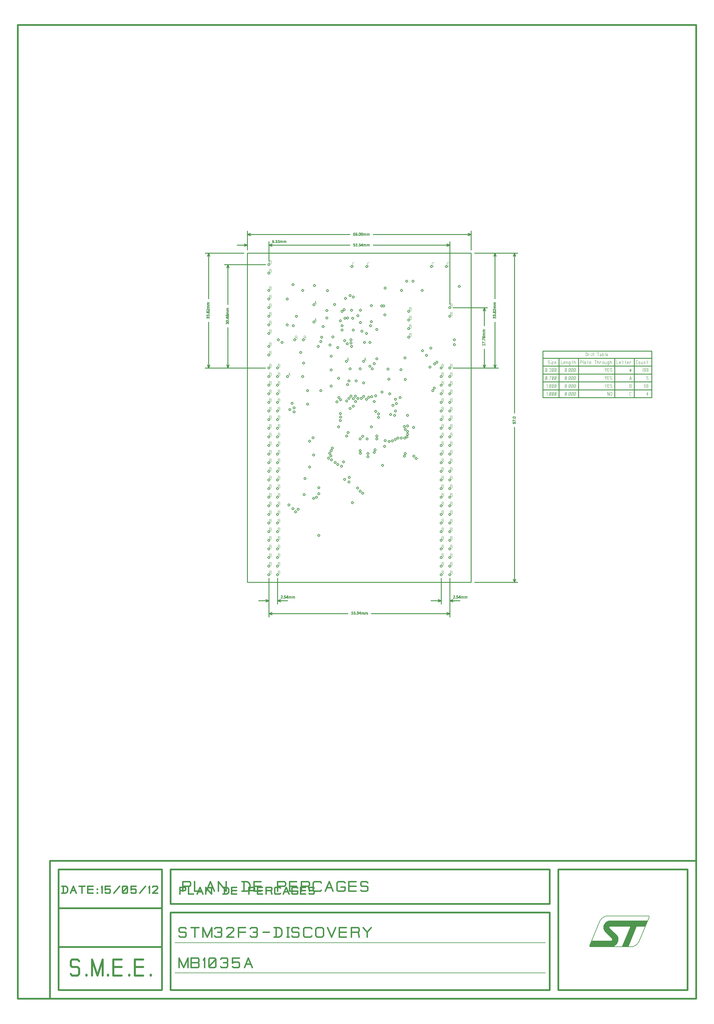
<source format=gbr>
G70*
%FSLAX55Y55*%
%ADD11C,0.01000*%
%ADD12C,0.00800*%
%ADD13C,0.02000*%
%ADD14C,0.00450*%
%ADD15C,0.01500*%
%ADD16C,0.02480*%
%ADD17C,0.01575*%
%AMUSER18*
1, 1, 0.03150, 0.0, 0.0*
1, 0, 0.01575, 0.0, 0.0*%
%ADD18USER18*%
%ADD19C,0.00197*%
D11*
X285882Y503057D02*
X545725Y503057D01*
X545725Y884947*
X285882Y884947*
X285882Y503057*
D12*
G36*
X685804Y86797D02*
X708758Y86807D01*
X709804Y88897*
X700804Y97897*
X699604Y100597*
X699604Y103897*
X699904Y105097*
X701104Y107197*
X702304Y108397*
X703804Y109297*
X705604Y109897*
X707704Y110197*
X750304Y110197*
X747904Y103897*
X747604Y103597*
X737704Y103597*
X728104Y80797*
X721204Y80797*
X730504Y102697*
X730504Y103597*
X706804Y103597*
X706204Y103297*
X705904Y102697*
X705904Y101797*
X706204Y101497*
X714904Y93097*
X715804Y91597*
X716104Y90097*
X716404Y89797*
X716404Y87097*
G75*
G02X711604Y80797I-08949J01839*
G01X683404Y80797*
X683404Y81397*
X685504Y86497*
X685804Y86797*
G37*
X708758Y86807*
X709804Y88897*
X700804Y97897*
X699604Y100597*
X699604Y103897*
X699904Y105097*
X701104Y107197*
X702304Y108397*
X703804Y109297*
X705604Y109897*
X707704Y110197*
X750304Y110197*
X747904Y103897*
X747604Y103597*
X737704Y103597*
X728104Y80797*
X721204Y80797*
X730504Y102697*
X730504Y103597*
X706804Y103597*
X706204Y103297*
X705904Y102697*
X705904Y101797*
X706204Y101497*
X714904Y93097*
X715804Y91597*
X716104Y90097*
X716404Y89797*
X716404Y87097*
G75*
G02X711604Y80797I-08949J01839*
G01X683404Y80797*
X683404Y81397*
X685504Y86497*
X685804Y86797*
X202051Y49689D02*
X632051Y49689D01*
D13*
X197051Y129689D02*
X637051Y129689D01*
X67050Y29689D02*
X187051Y29689D01*
D12*
X202051Y84689D02*
X632051Y84689D01*
D13*
X197051Y119689D02*
X637051Y119689D01*
D12*
X684004Y80197D02*
X683404Y80797D01*
X683404Y81397*
X695404Y110497*
G75*
G02X702004Y115597I08543J-04235*
G01X751804Y115597*
X752104Y115297*
X752104Y114097*
X740104Y85297*
G75*
G02X733504Y80197I-08825J04600*
G01X684004Y80197*
D13*
X637051Y129689D02*
X637051Y169689D01*
X57051Y179689D02*
X807051Y179689D01*
X67050Y124689D02*
X187051Y124689D01*
X67050Y169689D02*
X187051Y169689D01*
X197051Y169689D02*
X637051Y169689D01*
X197051Y29689D02*
X197051Y119689D01*
X197051Y129689D02*
X197051Y169689D01*
X67050Y29689D02*
X67050Y169689D01*
X637051Y29689D02*
X637051Y119689D01*
X647051Y169689D02*
X797051Y169689D01*
X647051Y29689D02*
X797051Y29689D01*
X19649Y19689D02*
X19649Y1149611D01*
X19649Y19689D02*
X807051Y19689D01*
X57051Y19689D02*
X57051Y179689D01*
X187051Y29689D02*
X187051Y169689D01*
X647051Y29689D02*
X647051Y169689D01*
X797051Y29689D02*
X797051Y169689D01*
X67050Y79689D02*
X187051Y79689D01*
X807051Y19689D02*
X807051Y1149611D01*
X197051Y29689D02*
X637051Y29689D01*
X19649Y1149611D02*
X807051Y1149611D01*
D11*
X734861Y762672D02*
X734861Y717797D01*
X712321Y762672D02*
X712321Y717797D01*
X670281Y762672D02*
X670281Y717797D01*
X647741Y762672D02*
X647741Y717797D01*
X629304Y763172D02*
X754611Y763172D01*
X629304Y753997D02*
X754611Y753997D01*
X629304Y744822D02*
X754611Y744822D01*
X629304Y735647D02*
X754611Y735647D01*
X629304Y726472D02*
X754611Y726472D01*
X628804Y717297D02*
X628804Y771450D01*
X755111Y771450*
X755111Y717297*
X628804Y717297*
D14*
X737131Y755403D02*
X739131Y756862*
X738881Y756445D01*
X737381Y756445*
X737131Y756862*
X737131Y759987*
X737381Y760403*
X738881Y760403*
X739131Y759987*
X741631Y758528D02*
X741381Y758945D01*
X740381Y758945*
X740131Y758528*
X740131Y756862*
X740381Y756445*
X741381Y756445*
X741631Y756862*
X741631Y758528*
X743131Y758945D02*
X743131Y756862D01*
X743381Y756445*
X744381Y756445*
X744631Y756862*
X744631Y756445D02*
X744631Y758945D01*
X746131Y756445D02*
X746131Y758945D01*
X746131Y758528D02*
X746381Y758945D01*
X747381Y758945*
X747631Y758528*
X747631Y756445*
X750006Y760403D02*
X750006Y756862D01*
X750256Y756445*
X750506Y756445*
X749631Y758945D02*
X750381Y758945D01*
X744631Y746228D02*
X745069Y747270*
X745069Y751228D01*
X744819Y750395*
X747881Y749562D02*
X747631Y749145D01*
X746256Y749145*
X746131Y749562*
X746131Y750812*
X746381Y751228*
X747631Y751228*
X747881Y750812*
X747881Y747687*
X747631Y747270*
X746381Y747270*
X746131Y747687*
X750881Y749562D02*
X750631Y749145D01*
X749256Y749145*
X749131Y749562*
X749131Y750812*
X749381Y751228*
X750631Y751228*
X750881Y750812*
X750881Y747687*
X750631Y747270*
X749381Y747270*
X749131Y747687*
X749131Y737053D02*
X749131Y738512*
X749381Y738095D01*
X750631Y738095*
X750881Y738512*
X750881Y739970*
X750631Y740387*
X749381Y740387*
X749131Y739970*
X749131Y742053*
X750881Y742053*
X746131Y727878D02*
X746569Y728920*
X746569Y732878D01*
X746319Y732045*
X748069Y728920D02*
X748069Y732878D01*
X747819Y732045*
X749131Y729337D02*
X749131Y730587D01*
X749381Y731003*
X750631Y731003*
X750881Y731420*
X750881Y732462*
X750631Y732878*
X749381Y732878*
X749131Y732462*
X749131Y731420*
X749381Y731003*
X750631Y731003*
X750881Y730587*
X750881Y729337*
X750631Y728920*
X749381Y728920*
X749131Y729337*
X749131Y718703D02*
X750381Y719745*
X750381Y723703D01*
X749131Y721203*
X750881Y721203*
X714591Y755403D02*
X716341Y756445*
X714591Y756445D01*
X714591Y760403*
X717591Y757695D02*
X719091Y757695D01*
X719091Y758528*
X718841Y758945*
X717841Y758945*
X717591Y758528*
X717591Y756862*
X717841Y756445*
X718841Y756445*
X719091Y756862*
X721466Y760403D02*
X721466Y756862D01*
X721716Y756445*
X721966Y756445*
X721091Y758945D02*
X721841Y758945D01*
X724466Y760403D02*
X724466Y756862D01*
X724716Y756445*
X724966Y756445*
X724091Y758945D02*
X724841Y758945D01*
X726591Y757695D02*
X728091Y757695D01*
X728091Y758528*
X727841Y758945*
X726841Y758945*
X726591Y758528*
X726591Y756862*
X726841Y756445*
X727841Y756445*
X728091Y756862*
X729591Y756445D02*
X729591Y758945D01*
X729591Y758528D02*
X729841Y758945D01*
X730591Y758945*
X730841Y758528*
X729591Y746228D02*
X730841Y748728*
X730716Y748520D01*
X730341Y748520*
X730216Y748728*
X730216Y749353*
X730341Y749562*
X730716Y749562*
X730841Y749353*
X730841Y748520*
X731091Y748520*
X731341Y748937*
X731341Y749770*
X730966Y750395*
X730216Y750395*
X729841Y749770*
X729716Y748937*
X729841Y748103*
X730216Y747478*
X730841Y747478*
X729591Y737053D02*
X729591Y738095*
X730591Y742053D01*
X731591Y738095*
X729966Y739553D02*
X731216Y739553D01*
X729591Y727878D02*
X729591Y728920*
X729591Y732878D01*
X731341Y732878*
X731591Y732462*
X731591Y731420*
X731341Y731003*
X729591Y731003D02*
X731341Y731003D01*
X731591Y730587*
X731591Y729337*
X731341Y728920*
X729591Y728920*
X729591Y718703D02*
X731591Y720162*
X731341Y719745D01*
X729841Y719745*
X729591Y720162*
X729591Y723287*
X729841Y723703*
X731341Y723703*
X731591Y723287*
X672551Y755403D02*
X672551Y756445*
X672551Y760403D01*
X674301Y760403*
X674551Y759987*
X674551Y758945*
X674301Y758528*
X672551Y758528*
X675989Y760403D02*
X675989Y756862D01*
X676114Y756445*
X676239Y756445*
X677051Y758528D02*
X677301Y758945D01*
X678301Y758945*
X678551Y758528*
X678551Y756445*
X678551Y756862D02*
X678551Y756445D01*
X677301Y756445*
X677051Y756862*
X677051Y757278*
X677301Y757695*
X678551Y757695*
X680926Y760403D02*
X680926Y756862D01*
X681176Y756445*
X681426Y756445*
X680551Y758945D02*
X681301Y758945D01*
X683051Y757695D02*
X684551Y757695D01*
X684551Y758528*
X684301Y758945*
X683301Y758945*
X683051Y758528*
X683051Y756862*
X683301Y756445*
X684301Y756445*
X684551Y756862*
X688051Y755403D02*
X689051Y760403*
X691051Y760403D01*
X690051Y760403D02*
X690051Y756445D01*
X692051Y756445D02*
X692051Y760403D01*
X692051Y758528D02*
X692301Y758945D01*
X693301Y758945*
X693551Y758528*
X693551Y756445*
X695051Y756445D02*
X695051Y758945D01*
X695051Y758528D02*
X695301Y758945D01*
X696051Y758945*
X696301Y758528*
X699551Y758528D02*
X699301Y758945D01*
X698301Y758945*
X698051Y758528*
X698051Y756862*
X698301Y756445*
X699301Y756445*
X699551Y756862*
X699551Y758528*
X701051Y758945D02*
X701051Y756862D01*
X701301Y756445*
X702301Y756445*
X702551Y756862*
X702551Y756445D02*
X702551Y758945D01*
X705551Y758528D02*
X705301Y758945D01*
X704301Y758945*
X704051Y758528*
X704051Y757278*
X704301Y756862*
X705301Y756862*
X705551Y757278*
X705551Y758945D02*
X705551Y755820D01*
X705301Y755403*
X704051Y755403*
X707051Y756445D02*
X707051Y760403D01*
X707051Y758528D02*
X707301Y758945D01*
X708301Y758945*
X708551Y758528*
X708551Y756445*
X701051Y746228D02*
X701051Y751228*
X702051Y749353D01*
X703051Y751228*
X702051Y749353D02*
X702051Y747270D01*
X705801Y747270D02*
X704051Y747270D01*
X704051Y751228*
X705801Y751228*
X705801Y749353D02*
X704051Y749353D01*
X707051Y747687D02*
X707301Y747270D01*
X708551Y747270*
X708801Y747687*
X708801Y748937*
X708551Y749353*
X707301Y749353*
X707051Y749770*
X707051Y750812*
X707301Y751228*
X708551Y751228*
X708801Y750812*
X701051Y737053D02*
X701051Y742053*
X702051Y740178D01*
X703051Y742053*
X702051Y740178D02*
X702051Y738095D01*
X705801Y738095D02*
X704051Y738095D01*
X704051Y742053*
X705801Y742053*
X705801Y740178D02*
X704051Y740178D01*
X707051Y738512D02*
X707301Y738095D01*
X708551Y738095*
X708801Y738512*
X708801Y739762*
X708551Y740178*
X707301Y740178*
X707051Y740595*
X707051Y741637*
X707301Y742053*
X708551Y742053*
X708801Y741637*
X701051Y727878D02*
X701051Y732878*
X702051Y731003D01*
X703051Y732878*
X702051Y731003D02*
X702051Y728920D01*
X705801Y728920D02*
X704051Y728920D01*
X704051Y732878*
X705801Y732878*
X705801Y731003D02*
X704051Y731003D01*
X707051Y729337D02*
X707301Y728920D01*
X708551Y728920*
X708801Y729337*
X708801Y730587*
X708551Y731003*
X707301Y731003*
X707051Y731420*
X707051Y732462*
X707301Y732878*
X708551Y732878*
X708801Y732462*
X704051Y718703D02*
X704051Y719745*
X704051Y723703D01*
X706051Y719745*
X706051Y723703*
X709051Y720370D02*
X708676Y719745D01*
X707426Y719745*
X707051Y720370*
X707051Y723078*
X707426Y723703*
X708676Y723703*
X709051Y723078*
X709051Y720370*
X650011Y755403D02*
X651761Y756445*
X650011Y756445D01*
X650011Y760403*
X653011Y757695D02*
X654511Y757695D01*
X654511Y758528*
X654261Y758945*
X653261Y758945*
X653011Y758528*
X653011Y756862*
X653261Y756445*
X654261Y756445*
X654511Y756862*
X656011Y756445D02*
X656011Y758945D01*
X656011Y758528D02*
X656261Y758945D01*
X657261Y758945*
X657511Y758528*
X657511Y756445*
X660511Y758528D02*
X660261Y758945D01*
X659261Y758945*
X659011Y758528*
X659011Y757278*
X659261Y756862*
X660261Y756862*
X660511Y757278*
X660511Y758945D02*
X660511Y755820D01*
X660261Y755403*
X659011Y755403*
X662886Y760403D02*
X662886Y756862D01*
X663136Y756445*
X663386Y756445*
X662511Y758945D02*
X663261Y758945D01*
X665011Y756445D02*
X665011Y760403D01*
X665011Y758528D02*
X665261Y758945D01*
X666261Y758945*
X666511Y758528*
X666511Y756445*
X654511Y746228D02*
X656261Y747687*
X656011Y747270D01*
X654761Y747270*
X654511Y747687*
X654511Y750812*
X654761Y751228*
X656011Y751228*
X656261Y750812*
X656261Y747687*
X654511Y747687D02*
X656261Y750812D01*
X657886Y747270D02*
X657824Y747270D01*
X657824Y747478*
X657886Y747478*
X657886Y747270*
X660761Y747687D02*
X660511Y747270D01*
X659261Y747270*
X659011Y747687*
X659011Y750812*
X659261Y751228*
X660511Y751228*
X660761Y750812*
X660761Y747687*
X659011Y747687D02*
X660761Y750812D01*
X663761Y747687D02*
X663511Y747270D01*
X662261Y747270*
X662011Y747687*
X662011Y750812*
X662261Y751228*
X663511Y751228*
X663761Y750812*
X663761Y747687*
X662011Y747687D02*
X663761Y750812D01*
X666761Y747687D02*
X666511Y747270D01*
X665261Y747270*
X665011Y747687*
X665011Y750812*
X665261Y751228*
X666511Y751228*
X666761Y750812*
X666761Y747687*
X665011Y747687D02*
X666761Y750812D01*
X654511Y737053D02*
X656261Y738512*
X656011Y738095D01*
X654761Y738095*
X654511Y738512*
X654511Y741637*
X654761Y742053*
X656011Y742053*
X656261Y741637*
X656261Y738512*
X654511Y738512D02*
X656261Y741637D01*
X657886Y738095D02*
X657824Y738095D01*
X657824Y738303*
X657886Y738303*
X657886Y738095*
X660761Y738512D02*
X660511Y738095D01*
X659261Y738095*
X659011Y738512*
X659011Y741637*
X659261Y742053*
X660511Y742053*
X660761Y741637*
X660761Y738512*
X659011Y738512D02*
X660761Y741637D01*
X663761Y738512D02*
X663511Y738095D01*
X662261Y738095*
X662011Y738512*
X662011Y741637*
X662261Y742053*
X663511Y742053*
X663761Y741637*
X663761Y738512*
X662011Y738512D02*
X663761Y741637D01*
X666761Y738512D02*
X666511Y738095D01*
X665261Y738095*
X665011Y738512*
X665011Y741637*
X665261Y742053*
X666511Y742053*
X666761Y741637*
X666761Y738512*
X665011Y738512D02*
X666761Y741637D01*
X654511Y727878D02*
X656261Y729337*
X656011Y728920D01*
X654761Y728920*
X654511Y729337*
X654511Y732462*
X654761Y732878*
X656011Y732878*
X656261Y732462*
X656261Y729337*
X654511Y729337D02*
X656261Y732462D01*
X657886Y728920D02*
X657824Y728920D01*
X657824Y729128*
X657886Y729128*
X657886Y728920*
X660761Y729337D02*
X660511Y728920D01*
X659261Y728920*
X659011Y729337*
X659011Y732462*
X659261Y732878*
X660511Y732878*
X660761Y732462*
X660761Y729337*
X659011Y729337D02*
X660761Y732462D01*
X663761Y729337D02*
X663511Y728920D01*
X662261Y728920*
X662011Y729337*
X662011Y732462*
X662261Y732878*
X663511Y732878*
X663761Y732462*
X663761Y729337*
X662011Y729337D02*
X663761Y732462D01*
X666761Y729337D02*
X666511Y728920D01*
X665261Y728920*
X665011Y729337*
X665011Y732462*
X665261Y732878*
X666511Y732878*
X666761Y732462*
X666761Y729337*
X665011Y729337D02*
X666761Y732462D01*
X654511Y718703D02*
X656261Y720162*
X656011Y719745D01*
X654761Y719745*
X654511Y720162*
X654511Y723287*
X654761Y723703*
X656011Y723703*
X656261Y723287*
X656261Y720162*
X654511Y720162D02*
X656261Y723287D01*
X657886Y719745D02*
X657824Y719745D01*
X657824Y719953*
X657886Y719953*
X657886Y719745*
X660761Y720162D02*
X660511Y719745D01*
X659261Y719745*
X659011Y720162*
X659011Y723287*
X659261Y723703*
X660511Y723703*
X660761Y723287*
X660761Y720162*
X659011Y720162D02*
X660761Y723287D01*
X663761Y720162D02*
X663511Y719745D01*
X662261Y719745*
X662011Y720162*
X662011Y723287*
X662261Y723703*
X663511Y723703*
X663761Y723287*
X663761Y720162*
X662011Y720162D02*
X663761Y723287D01*
X666761Y720162D02*
X666511Y719745D01*
X665261Y719745*
X665011Y720162*
X665011Y723287*
X665261Y723703*
X666511Y723703*
X666761Y723287*
X666761Y720162*
X665011Y720162D02*
X666761Y723287D01*
X634971Y755403D02*
X634971Y756862*
X635221Y756445D01*
X636471Y756445*
X636721Y756862*
X636721Y758112*
X636471Y758528*
X635221Y758528*
X634971Y758945*
X634971Y759987*
X635221Y760403*
X636471Y760403*
X636721Y759987*
X638471Y756445D02*
X638471Y758737D01*
X638471Y760195D02*
X638471Y760403D01*
X638346Y756445D02*
X638596Y756445D01*
X639471Y758945D02*
X640971Y758945D01*
X639471Y756445*
X640971Y756445*
X642471Y757695D02*
X643971Y757695D01*
X643971Y758528*
X643721Y758945*
X642721Y758945*
X642471Y758528*
X642471Y756862*
X642721Y756445*
X643721Y756445*
X643971Y756862*
X631971Y746228D02*
X633721Y747687*
X633471Y747270D01*
X632221Y747270*
X631971Y747687*
X631971Y750812*
X632221Y751228*
X633471Y751228*
X633721Y750812*
X633721Y747687*
X631971Y747687D02*
X633721Y750812D01*
X635346Y747270D02*
X635284Y747270D01*
X635284Y747478*
X635346Y747478*
X635346Y747270*
X636471Y750812D02*
X636721Y751228D01*
X637971Y751228*
X638221Y750812*
X638221Y749770*
X637971Y749353*
X637221Y749353*
X637971Y749353*
X638221Y748937*
X638221Y747895*
X637971Y747270*
X636721Y747270*
X636471Y747687*
X641221Y747687D02*
X640971Y747270D01*
X639721Y747270*
X639471Y747687*
X639471Y750812*
X639721Y751228*
X640971Y751228*
X641221Y750812*
X641221Y747687*
X639471Y747687D02*
X641221Y750812D01*
X644221Y747687D02*
X643971Y747270D01*
X642721Y747270*
X642471Y747687*
X642471Y750812*
X642721Y751228*
X643971Y751228*
X644221Y750812*
X644221Y747687*
X642471Y747687D02*
X644221Y750812D01*
X631971Y737053D02*
X633721Y738512*
X633471Y738095D01*
X632221Y738095*
X631971Y738512*
X631971Y741637*
X632221Y742053*
X633471Y742053*
X633721Y741637*
X633721Y738512*
X631971Y738512D02*
X633721Y741637D01*
X635346Y738095D02*
X635284Y738095D01*
X635284Y738303*
X635346Y738303*
X635346Y738095*
X636471Y742053D02*
X638221Y742053D01*
X636721Y738095*
X641221Y738512D02*
X640971Y738095D01*
X639721Y738095*
X639471Y738512*
X639471Y741637*
X639721Y742053*
X640971Y742053*
X641221Y741637*
X641221Y738512*
X639471Y738512D02*
X641221Y741637D01*
X644221Y738512D02*
X643971Y738095D01*
X642721Y738095*
X642471Y738512*
X642471Y741637*
X642721Y742053*
X643971Y742053*
X644221Y741637*
X644221Y738512*
X642471Y738512D02*
X644221Y741637D01*
X633471Y727878D02*
X633909Y728920*
X633909Y732878D01*
X633659Y732045*
X635346Y728920D02*
X635284Y728920D01*
X635284Y729128*
X635346Y729128*
X635346Y728920*
X638221Y729337D02*
X637971Y728920D01*
X636721Y728920*
X636471Y729337*
X636471Y732462*
X636721Y732878*
X637971Y732878*
X638221Y732462*
X638221Y729337*
X636471Y729337D02*
X638221Y732462D01*
X641221Y729337D02*
X640971Y728920D01*
X639721Y728920*
X639471Y729337*
X639471Y732462*
X639721Y732878*
X640971Y732878*
X641221Y732462*
X641221Y729337*
X639471Y729337D02*
X641221Y732462D01*
X644221Y729337D02*
X643971Y728920D01*
X642721Y728920*
X642471Y729337*
X642471Y732462*
X642721Y732878*
X643971Y732878*
X644221Y732462*
X644221Y729337*
X642471Y729337D02*
X644221Y732462D01*
X633471Y718703D02*
X633909Y719745*
X633909Y723703D01*
X633659Y722870*
X635346Y719745D02*
X635284Y719745D01*
X635284Y719953*
X635346Y719953*
X635346Y719745*
X638221Y720162D02*
X637971Y719745D01*
X636721Y719745*
X636471Y720162*
X636471Y723287*
X636721Y723703*
X637971Y723703*
X638221Y723287*
X638221Y720162*
X636471Y720162D02*
X638221Y723287D01*
X641221Y720162D02*
X640971Y719745D01*
X639721Y719745*
X639471Y720162*
X639471Y723287*
X639721Y723703*
X640971Y723703*
X641221Y723287*
X641221Y720162*
X639471Y720162D02*
X641221Y723287D01*
X644221Y720162D02*
X643971Y719745D01*
X642721Y719745*
X642471Y720162*
X642471Y723287*
X642721Y723703*
X643971Y723703*
X644221Y723287*
X644221Y720162*
X642471Y720162D02*
X644221Y723287D01*
X678551Y764578D02*
X678551Y769578*
X679801Y769578D01*
X680301Y769162*
X680551Y768328*
X680551Y766870*
X680301Y766037*
X679801Y765620*
X678551Y765620*
X679051Y765620D02*
X679051Y769578D01*
X681551Y765620D02*
X681551Y768120D01*
X681551Y767703D02*
X681801Y768120D01*
X682551Y768120*
X682801Y767703*
X685051Y765620D02*
X685051Y767912D01*
X685051Y769370D02*
X685051Y769578D01*
X684926Y765620D02*
X685176Y765620D01*
X686489Y769578D02*
X686489Y766037D01*
X686614Y765620*
X686739Y765620*
X687989Y769578D02*
X687989Y766037D01*
X688114Y765620*
X688239Y765620*
X691051Y764578D02*
X692051Y769578*
X694051Y769578D01*
X693051Y769578D02*
X693051Y765620D01*
X695051Y767703D02*
X695301Y768120D01*
X696301Y768120*
X696551Y767703*
X696551Y765620*
X696551Y766037D02*
X696551Y765620D01*
X695301Y765620*
X695051Y766037*
X695051Y766453*
X695301Y766870*
X696551Y766870*
X698051Y765620D02*
X698051Y769578D01*
X698051Y767703D02*
X698301Y768120D01*
X699301Y768120*
X699551Y767703*
X699551Y766037*
X699301Y765620*
X698301Y765620*
X698051Y766037*
X701489Y769578D02*
X701489Y766037D01*
X701614Y765620*
X701739Y765620*
X702551Y766870D02*
X704051Y766870D01*
X704051Y767703*
X703801Y768120*
X702801Y768120*
X702551Y767703*
X702551Y766037*
X702801Y765620*
X703801Y765620*
X704051Y766037*
D15*
X70604Y140307D02*
X70604Y150307*
X74771Y150307D01*
X76437Y149473*
X77271Y147807*
X77271Y144890*
X76437Y143223*
X74771Y142390*
X70604Y142390*
X72271Y142390D02*
X72271Y150307D01*
X80604Y142390D02*
X83937Y150307D01*
X87270Y142390*
X81854Y145307D02*
X86020Y145307D01*
X90603Y150307D02*
X97270Y150307D01*
X93937Y150307D02*
X93937Y142390D01*
X106436Y142390D02*
X100603Y142390D01*
X100603Y150307*
X106436Y150307*
X106436Y146557D02*
X100603Y146557D01*
X111853Y142390D02*
X111644Y142390D01*
X111644Y142807*
X111853Y142807*
X111853Y142390*
X111853Y146557D02*
X111644Y146557D01*
X111644Y146973*
X111853Y146973*
X111853Y146557*
D16*
X80804Y41797D02*
X80804Y48687*
X82182Y46718D01*
X89071Y46718*
X90449Y48687*
X90449Y54592*
X89071Y56561*
X82182Y56561*
X80804Y58529*
X80804Y63451*
X82182Y65419*
X89071Y65419*
X90449Y63451*
X99406Y46718D02*
X99062Y46718D01*
X99062Y47703*
X99406Y47703*
X99406Y46718*
X105607Y46718D02*
X105607Y65419D01*
X111808Y46718*
X118008Y65419*
X118008Y46718*
X124209Y46718D02*
X123865Y46718D01*
X123865Y47703*
X124209Y47703*
X124209Y46718*
X140056Y46718D02*
X130410Y46718D01*
X130410Y65419*
X140056Y65419*
X140056Y56561D02*
X130410Y56561D01*
X149012Y46718D02*
X148668Y46718D01*
X148668Y47703*
X149012Y47703*
X149012Y46718*
X164859Y46718D02*
X155213Y46718D01*
X155213Y65419*
X164859Y65419*
X164859Y56561D02*
X155213Y56561D01*
X173815Y46718D02*
X173471Y46718D01*
X173471Y47703*
X173815Y47703*
X173815Y46718*
D15*
X115880Y140307D02*
X117338Y142390*
X117338Y150307D01*
X116505Y148640*
X120879Y143223D02*
X121713Y142390D01*
X125879Y142390*
X126713Y143223*
X126713Y146140*
X125879Y146973*
X121713Y146973*
X120879Y146140*
X120879Y150307*
X126713Y150307*
X130879Y142390D02*
X137546Y150307D01*
X146712Y143223D02*
X145879Y142390D01*
X141712Y142390*
X140879Y143223*
X140879Y149473*
X141712Y150307*
X145879Y150307*
X146712Y149473*
X146712Y143223*
X140879Y143223D02*
X146712Y149473D01*
X150878Y143223D02*
X151712Y142390D01*
X155878Y142390*
X156712Y143223*
X156712Y146140*
X155878Y146973*
X151712Y146973*
X150878Y146140*
X150878Y150307*
X156712Y150307*
X160878Y142390D02*
X167545Y150307D01*
X172336Y142390D02*
X172336Y150307D01*
X171503Y148640*
X175878Y149473D02*
X176711Y150307D01*
X180878Y150307*
X181711Y149473*
X181711Y147807*
X180878Y146973*
X175878Y142390*
X181711Y142390*
D17*
X210804Y141797D02*
X210804Y144668*
X210804Y155577D01*
X218842Y155577*
X219990Y154428*
X219990Y151558*
X218842Y150409*
X210804Y150409*
X232621Y144668D02*
X224583Y144668D01*
X224583Y155577*
X238362Y144668D02*
X242955Y155577D01*
X247548Y144668*
X240085Y148687D02*
X245826Y148687D01*
X252141Y144668D02*
X252141Y155577D01*
X261328Y144668*
X261328Y155577*
X275107Y141797D02*
X279700Y155577*
X285441Y155577D01*
X287738Y154428*
X288886Y152132*
X288886Y148113*
X287738Y145816*
X285441Y144668*
X279700Y144668*
X281996Y144668D02*
X281996Y155577D01*
X301517Y144668D02*
X293479Y144668D01*
X293479Y155577*
X301517Y155577*
X301517Y150409D02*
X293479Y150409D01*
X316444Y141797D02*
X321037Y144668*
X321037Y155577D01*
X329075Y155577*
X330224Y154428*
X330224Y151558*
X329075Y150409*
X321037Y150409*
X342855Y144668D02*
X334817Y144668D01*
X334817Y155577*
X342855Y155577*
X342855Y150409D02*
X334817Y150409D01*
X348596Y144668D02*
X348596Y155577D01*
X356634Y155577*
X357782Y154428*
X357782Y151558*
X356634Y150409*
X348596Y150409*
X355486Y150409D02*
X356634Y150409D01*
X357782Y144668*
X371561Y145816D02*
X370413Y144668D01*
X363523Y144668*
X362375Y145816*
X362375Y154428*
X363523Y155577*
X370413Y155577*
X371561Y154428*
X376154Y144668D02*
X380747Y155577D01*
X385341Y144668*
X377877Y148687D02*
X383618Y148687D01*
X394527Y149261D02*
X399120Y149261D01*
X399120Y145816*
X397971Y144668*
X391082Y144668*
X389933Y145816*
X389933Y154428*
X391082Y155577*
X397971Y155577*
X399120Y154428*
X411751Y144668D02*
X403713Y144668D01*
X403713Y155577*
X411751Y155577*
X411751Y150409D02*
X403713Y150409D01*
X417492Y145816D02*
X418640Y144668D01*
X424382Y144668*
X425530Y145816*
X425530Y149261*
X424382Y150409*
X418640Y150409*
X417492Y151558*
X417492Y154428*
X418640Y155577*
X424382Y155577*
X425530Y154428*
X206657Y53154D02*
X206657Y56025*
X206657Y66934D01*
X211824Y56025*
X216992Y66934*
X216992Y56025*
X220436Y56025D02*
X220436Y66934D01*
X228474Y66934*
X229623Y65785*
X229623Y62914*
X228474Y61766*
X220436Y61766D02*
X228474Y61766D01*
X229623Y60618*
X229623Y57173*
X228474Y56025*
X220436Y56025*
X236225Y56025D02*
X236225Y66934D01*
X235077Y64637*
X249143Y57173D02*
X247995Y56025D01*
X242253Y56025*
X241105Y57173*
X241105Y65785*
X242253Y66934*
X247995Y66934*
X249143Y65785*
X249143Y57173*
X241105Y57173D02*
X249143Y65785D01*
X254884Y65785D02*
X256033Y66934D01*
X261774Y66934*
X262922Y65785*
X262922Y62914*
X261774Y61766*
X258329Y61766*
X261774Y61766*
X262922Y60618*
X262922Y57747*
X261774Y56025*
X256033Y56025*
X254884Y57173*
X268664Y57173D02*
X269812Y56025D01*
X275553Y56025*
X276702Y57173*
X276702Y61192*
X275553Y62340*
X269812Y62340*
X268664Y61192*
X268664Y66934*
X276702Y66934*
X282443Y56025D02*
X287036Y66934D01*
X291629Y56025*
X284165Y60044D02*
X289907Y60044D01*
X206657Y88587D02*
X206657Y92606*
X207805Y91458D01*
X213547Y91458*
X214695Y92606*
X214695Y96051*
X213547Y97199*
X207805Y97199*
X206657Y98348*
X206657Y101218*
X207805Y102367*
X213547Y102367*
X214695Y101218*
X220436Y102367D02*
X229623Y102367D01*
X225029Y102367D02*
X225029Y91458D01*
X234216Y91458D02*
X234216Y102367D01*
X239383Y91458*
X244550Y102367*
X244550Y91458*
X247995Y101218D02*
X249143Y102367D01*
X254884Y102367*
X256033Y101218*
X256033Y98348*
X254884Y97199*
X251440Y97199*
X254884Y97199*
X256033Y96051*
X256033Y93180*
X254884Y91458*
X249143Y91458*
X247995Y92606*
X261774Y101218D02*
X262922Y102367D01*
X268664Y102367*
X269812Y101218*
X269812Y98922*
X268664Y97773*
X261774Y91458*
X269812Y91458*
X275553Y91458D02*
X275553Y102367D01*
X283591Y102367*
X283591Y97199D02*
X275553Y97199D01*
X289332Y101218D02*
X290481Y102367D01*
X296222Y102367*
X297370Y101218*
X297370Y98348*
X296222Y97199*
X292777Y97199*
X296222Y97199*
X297370Y96051*
X297370Y93180*
X296222Y91458*
X290481Y91458*
X289332Y92606*
X304260Y97199D02*
X311150Y97199D01*
X316891Y102367D02*
X322632Y102367D01*
X324929Y101218*
X326077Y98922*
X326077Y94903*
X324929Y92606*
X322632Y91458*
X316891Y91458*
X319187Y91458D02*
X319187Y102367D01*
X332967Y91458D02*
X332967Y102367D01*
X331818Y91458D02*
X334115Y91458D01*
X331818Y102367D02*
X334115Y102367D01*
X337560Y92606D02*
X338708Y91458D01*
X344449Y91458*
X345598Y92606*
X345598Y96051*
X344449Y97199*
X338708Y97199*
X337560Y98348*
X337560Y101218*
X338708Y102367*
X344449Y102367*
X345598Y101218*
X360525Y92606D02*
X359377Y91458D01*
X352487Y91458*
X351339Y92606*
X351339Y101218*
X352487Y102367*
X359377Y102367*
X360525Y101218*
X374304Y93180D02*
X372582Y91458D01*
X366840Y91458*
X365118Y93180*
X365118Y100644*
X366840Y102367*
X372582Y102367*
X374304Y100644*
X374304Y93180*
X378897Y102367D02*
X383490Y91458D01*
X388084Y102367*
X400714Y91458D02*
X392676Y91458D01*
X392676Y102367*
X400714Y102367*
X400714Y97199D02*
X392676Y97199D01*
X406456Y91458D02*
X406456Y102367D01*
X414494Y102367*
X415642Y101218*
X415642Y98348*
X414494Y97199*
X406456Y97199*
X413345Y97199D02*
X414494Y97199D01*
X415642Y91458*
X420235Y102367D02*
X424828Y97199D01*
X429421Y102367*
X424828Y97199D02*
X424828Y91458D01*
D15*
X207504Y139197D02*
X207504Y141280*
X207504Y149197D01*
X213337Y149197*
X214170Y148364*
X214170Y146280*
X213337Y145447*
X207504Y145447*
X223337Y141280D02*
X217503Y141280D01*
X217503Y149197*
X227503Y141280D02*
X230836Y149197D01*
X234170Y141280*
X228753Y144197D02*
X232920Y144197D01*
X237503Y141280D02*
X237503Y149197D01*
X244169Y141280*
X244169Y149197*
X254169Y139197D02*
X257502Y149197*
X261669Y149197D01*
X263335Y148364*
X264169Y146697*
X264169Y143780*
X263335Y142114*
X261669Y141280*
X257502Y141280*
X259169Y141280D02*
X259169Y149197D01*
X273335Y141280D02*
X267502Y141280D01*
X267502Y149197*
X273335Y149197*
X273335Y145447D02*
X267502Y145447D01*
X284168Y139197D02*
X287501Y141280*
X287501Y149197D01*
X293334Y149197*
X294168Y148364*
X294168Y146280*
X293334Y145447*
X287501Y145447*
X303334Y141280D02*
X297501Y141280D01*
X297501Y149197*
X303334Y149197*
X303334Y145447D02*
X297501Y145447D01*
X307501Y141280D02*
X307501Y149197D01*
X313334Y149197*
X314167Y148364*
X314167Y146280*
X313334Y145447*
X307501Y145447*
X312501Y145447D02*
X313334Y145447D01*
X314167Y141280*
X324167Y142114D02*
X323334Y141280D01*
X318334Y141280*
X317500Y142114*
X317500Y148364*
X318334Y149197*
X323334Y149197*
X324167Y148364*
X327500Y141280D02*
X330833Y149197D01*
X334167Y141280*
X328750Y144197D02*
X332917Y144197D01*
X340833Y144614D02*
X344166Y144614D01*
X344166Y142114*
X343333Y141280*
X338333Y141280*
X337500Y142114*
X337500Y148364*
X338333Y149197*
X343333Y149197*
X344166Y148364*
X353333Y141280D02*
X347499Y141280D01*
X347499Y149197*
X353333Y149197*
X353333Y145447D02*
X347499Y145447D01*
X357499Y142114D02*
X358332Y141280D01*
X362499Y141280*
X363332Y142114*
X363332Y144614*
X362499Y145447*
X358332Y145447*
X357499Y146280*
X357499Y148364*
X358332Y149197*
X362499Y149197*
X363332Y148364*
D18*
X310804Y841797D03*
D14*
X311531Y841524D02*
X311531Y842566*
X311531Y846524D01*
X313281Y846524*
X313531Y846108*
X313531Y845066*
X313281Y844649*
X311531Y844649D02*
X313281Y844649D01*
X313531Y844233*
X313531Y842983*
X313281Y842566*
X311531Y842566*
D18*
X310804Y831797D03*
D14*
X311531Y831524D02*
X311531Y832566*
X311531Y836524D01*
X313281Y836524*
X313531Y836108*
X313531Y835066*
X313281Y834649*
X311531Y834649D02*
X313281Y834649D01*
X313531Y834233*
X313531Y832983*
X313281Y832566*
X311531Y832566*
D18*
X310804Y821797D03*
D14*
X311531Y821524D02*
X311531Y822566*
X311531Y826524D01*
X313281Y826524*
X313531Y826108*
X313531Y825066*
X313281Y824649*
X311531Y824649D02*
X313281Y824649D01*
X313531Y824233*
X313531Y822983*
X313281Y822566*
X311531Y822566*
D18*
X310804Y811797D03*
D14*
X311531Y811524D02*
X311531Y812566*
X311531Y816524D01*
X313281Y816524*
X313531Y816108*
X313531Y815066*
X313281Y814649*
X311531Y814649D02*
X313281Y814649D01*
X313531Y814233*
X313531Y812983*
X313281Y812566*
X311531Y812566*
D18*
X310804Y801797D03*
D14*
X311531Y801524D02*
X311531Y802566*
X311531Y806524D01*
X313281Y806524*
X313531Y806108*
X313531Y805066*
X313281Y804649*
X311531Y804649D02*
X313281Y804649D01*
X313531Y804233*
X313531Y802983*
X313281Y802566*
X311531Y802566*
D18*
X310804Y791797D03*
D14*
X311531Y791524D02*
X311531Y792566*
X311531Y796524D01*
X313281Y796524*
X313531Y796108*
X313531Y795066*
X313281Y794649*
X311531Y794649D02*
X313281Y794649D01*
X313531Y794233*
X313531Y792983*
X313281Y792566*
X311531Y792566*
D18*
X363323Y804911D03*
D14*
X364050Y804638D02*
X364050Y805680*
X365050Y809638D01*
X366050Y805680*
X364425Y807138D02*
X365675Y807138D01*
D18*
X363323Y824911D03*
D14*
X364050Y824638D02*
X364050Y825680*
X365050Y829638D01*
X366050Y825680*
X364425Y827138D02*
X365675Y827138D01*
D18*
X310804Y871797D03*
D14*
X311531Y871524D02*
X311531Y872566*
X311531Y876524D01*
X313281Y876524*
X313531Y876108*
X313531Y875066*
X313281Y874649*
X311531Y874649D02*
X313281Y874649D01*
X313531Y874233*
X313531Y872983*
X313281Y872566*
X311531Y872566*
D18*
X310804Y861797D03*
D14*
X311531Y861524D02*
X311531Y862566*
X311531Y866524D01*
X313281Y866524*
X313531Y866108*
X313531Y865066*
X313281Y864649*
X311531Y864649D02*
X313281Y864649D01*
X313531Y864233*
X313531Y862983*
X313281Y862566*
X311531Y862566*
D18*
X340804Y784297D03*
D14*
X341531Y784024D02*
X341531Y785066*
X341531Y789024D01*
X343281Y789024*
X343531Y788608*
X343531Y787566*
X343281Y787149*
X341531Y787149D02*
X343281Y787149D01*
X343531Y786733*
X343531Y785483*
X343281Y785066*
X341531Y785066*
D18*
X350804Y784297D03*
D14*
X351531Y784024D02*
X351531Y785066*
X351531Y789024D01*
X353281Y789024*
X353531Y788608*
X353531Y787566*
X353281Y787149*
X351531Y787149D02*
X353281Y787149D01*
X353531Y786733*
X353531Y785483*
X353281Y785066*
X351531Y785066*
D18*
X310804Y751797D03*
D14*
X311531Y751524D02*
X311531Y752566*
X311531Y756524D01*
X313281Y756524*
X313531Y756108*
X313531Y755066*
X313281Y754649*
X311531Y754649D02*
X313281Y754649D01*
X313531Y754233*
X313531Y752983*
X313281Y752566*
X311531Y752566*
D18*
X320804Y751797D03*
D14*
X321531Y751524D02*
X321531Y752566*
X321531Y756524D01*
X323281Y756524*
X323531Y756108*
X323531Y755066*
X323281Y754649*
X321531Y754649D02*
X323281Y754649D01*
X323531Y754233*
X323531Y752983*
X323281Y752566*
X321531Y752566*
D18*
X310804Y741797D03*
D14*
X311531Y741524D02*
X311531Y742566*
X311531Y746524D01*
X313281Y746524*
X313531Y746108*
X313531Y745066*
X313281Y744649*
X311531Y744649D02*
X313281Y744649D01*
X313531Y744233*
X313531Y742983*
X313281Y742566*
X311531Y742566*
D18*
X320804Y741797D03*
D14*
X321531Y741524D02*
X321531Y742566*
X321531Y746524D01*
X323281Y746524*
X323531Y746108*
X323531Y745066*
X323281Y744649*
X321531Y744649D02*
X323281Y744649D01*
X323531Y744233*
X323531Y742983*
X323281Y742566*
X321531Y742566*
D18*
X310804Y731797D03*
D14*
X311531Y731524D02*
X311531Y732566*
X311531Y736524D01*
X313281Y736524*
X313531Y736108*
X313531Y735066*
X313281Y734649*
X311531Y734649D02*
X313281Y734649D01*
X313531Y734233*
X313531Y732983*
X313281Y732566*
X311531Y732566*
D18*
X320804Y731797D03*
D14*
X321531Y731524D02*
X321531Y732566*
X321531Y736524D01*
X323281Y736524*
X323531Y736108*
X323531Y735066*
X323281Y734649*
X321531Y734649D02*
X323281Y734649D01*
X323531Y734233*
X323531Y732983*
X323281Y732566*
X321531Y732566*
D18*
X310804Y721797D03*
D14*
X311531Y721524D02*
X311531Y722566*
X311531Y726524D01*
X313281Y726524*
X313531Y726108*
X313531Y725066*
X313281Y724649*
X311531Y724649D02*
X313281Y724649D01*
X313531Y724233*
X313531Y722983*
X313281Y722566*
X311531Y722566*
D18*
X320804Y721797D03*
D14*
X321531Y721524D02*
X321531Y722566*
X321531Y726524D01*
X323281Y726524*
X323531Y726108*
X323531Y725066*
X323281Y724649*
X321531Y724649D02*
X323281Y724649D01*
X323531Y724233*
X323531Y722983*
X323281Y722566*
X321531Y722566*
D18*
X310804Y711797D03*
D14*
X311531Y711524D02*
X311531Y712566*
X311531Y716524D01*
X313281Y716524*
X313531Y716108*
X313531Y715066*
X313281Y714649*
X311531Y714649D02*
X313281Y714649D01*
X313531Y714233*
X313531Y712983*
X313281Y712566*
X311531Y712566*
D18*
X320804Y711797D03*
D14*
X321531Y711524D02*
X321531Y712566*
X321531Y716524D01*
X323281Y716524*
X323531Y716108*
X323531Y715066*
X323281Y714649*
X321531Y714649D02*
X323281Y714649D01*
X323531Y714233*
X323531Y712983*
X323281Y712566*
X321531Y712566*
D18*
X310804Y701797D03*
D14*
X311531Y701524D02*
X311531Y702566*
X311531Y706524D01*
X313281Y706524*
X313531Y706108*
X313531Y705066*
X313281Y704649*
X311531Y704649D02*
X313281Y704649D01*
X313531Y704233*
X313531Y702983*
X313281Y702566*
X311531Y702566*
D18*
X320804Y701797D03*
D14*
X321531Y701524D02*
X321531Y702566*
X321531Y706524D01*
X323281Y706524*
X323531Y706108*
X323531Y705066*
X323281Y704649*
X321531Y704649D02*
X323281Y704649D01*
X323531Y704233*
X323531Y702983*
X323281Y702566*
X321531Y702566*
D18*
X310804Y691797D03*
D14*
X311531Y691524D02*
X311531Y692566*
X311531Y696524D01*
X313281Y696524*
X313531Y696108*
X313531Y695066*
X313281Y694649*
X311531Y694649D02*
X313281Y694649D01*
X313531Y694233*
X313531Y692983*
X313281Y692566*
X311531Y692566*
D18*
X320804Y691797D03*
D14*
X321531Y691524D02*
X321531Y692566*
X321531Y696524D01*
X323281Y696524*
X323531Y696108*
X323531Y695066*
X323281Y694649*
X321531Y694649D02*
X323281Y694649D01*
X323531Y694233*
X323531Y692983*
X323281Y692566*
X321531Y692566*
D18*
X310804Y681797D03*
D14*
X311531Y681524D02*
X311531Y682566*
X311531Y686524D01*
X313281Y686524*
X313531Y686108*
X313531Y685066*
X313281Y684649*
X311531Y684649D02*
X313281Y684649D01*
X313531Y684233*
X313531Y682983*
X313281Y682566*
X311531Y682566*
D18*
X320804Y681797D03*
D14*
X321531Y681524D02*
X321531Y682566*
X321531Y686524D01*
X323281Y686524*
X323531Y686108*
X323531Y685066*
X323281Y684649*
X321531Y684649D02*
X323281Y684649D01*
X323531Y684233*
X323531Y682983*
X323281Y682566*
X321531Y682566*
D18*
X310804Y671797D03*
D14*
X311531Y671524D02*
X311531Y672566*
X311531Y676524D01*
X313281Y676524*
X313531Y676108*
X313531Y675066*
X313281Y674649*
X311531Y674649D02*
X313281Y674649D01*
X313531Y674233*
X313531Y672983*
X313281Y672566*
X311531Y672566*
D18*
X320804Y671797D03*
D14*
X321531Y671524D02*
X321531Y672566*
X321531Y676524D01*
X323281Y676524*
X323531Y676108*
X323531Y675066*
X323281Y674649*
X321531Y674649D02*
X323281Y674649D01*
X323531Y674233*
X323531Y672983*
X323281Y672566*
X321531Y672566*
D18*
X310804Y661797D03*
D14*
X311531Y661524D02*
X311531Y662566*
X311531Y666524D01*
X313281Y666524*
X313531Y666108*
X313531Y665066*
X313281Y664649*
X311531Y664649D02*
X313281Y664649D01*
X313531Y664233*
X313531Y662983*
X313281Y662566*
X311531Y662566*
D18*
X320804Y661797D03*
D14*
X321531Y661524D02*
X321531Y662566*
X321531Y666524D01*
X323281Y666524*
X323531Y666108*
X323531Y665066*
X323281Y664649*
X321531Y664649D02*
X323281Y664649D01*
X323531Y664233*
X323531Y662983*
X323281Y662566*
X321531Y662566*
D18*
X310804Y651797D03*
D14*
X311531Y651524D02*
X311531Y652566*
X311531Y656524D01*
X313281Y656524*
X313531Y656108*
X313531Y655066*
X313281Y654649*
X311531Y654649D02*
X313281Y654649D01*
X313531Y654233*
X313531Y652983*
X313281Y652566*
X311531Y652566*
D18*
X320804Y651797D03*
D14*
X321531Y651524D02*
X321531Y652566*
X321531Y656524D01*
X323281Y656524*
X323531Y656108*
X323531Y655066*
X323281Y654649*
X321531Y654649D02*
X323281Y654649D01*
X323531Y654233*
X323531Y652983*
X323281Y652566*
X321531Y652566*
D18*
X310804Y641797D03*
D14*
X311531Y641524D02*
X311531Y642566*
X311531Y646524D01*
X313281Y646524*
X313531Y646108*
X313531Y645066*
X313281Y644649*
X311531Y644649D02*
X313281Y644649D01*
X313531Y644233*
X313531Y642983*
X313281Y642566*
X311531Y642566*
D18*
X320804Y641797D03*
D14*
X321531Y641524D02*
X321531Y642566*
X321531Y646524D01*
X323281Y646524*
X323531Y646108*
X323531Y645066*
X323281Y644649*
X321531Y644649D02*
X323281Y644649D01*
X323531Y644233*
X323531Y642983*
X323281Y642566*
X321531Y642566*
D18*
X310804Y631797D03*
D14*
X311531Y631524D02*
X311531Y632566*
X311531Y636524D01*
X313281Y636524*
X313531Y636108*
X313531Y635066*
X313281Y634649*
X311531Y634649D02*
X313281Y634649D01*
X313531Y634233*
X313531Y632983*
X313281Y632566*
X311531Y632566*
D18*
X320804Y631797D03*
D14*
X321531Y631524D02*
X321531Y632566*
X321531Y636524D01*
X323281Y636524*
X323531Y636108*
X323531Y635066*
X323281Y634649*
X321531Y634649D02*
X323281Y634649D01*
X323531Y634233*
X323531Y632983*
X323281Y632566*
X321531Y632566*
D18*
X310804Y621797D03*
D14*
X311531Y621524D02*
X311531Y622566*
X311531Y626524D01*
X313281Y626524*
X313531Y626108*
X313531Y625066*
X313281Y624649*
X311531Y624649D02*
X313281Y624649D01*
X313531Y624233*
X313531Y622983*
X313281Y622566*
X311531Y622566*
D18*
X320804Y621797D03*
D14*
X321531Y621524D02*
X321531Y622566*
X321531Y626524D01*
X323281Y626524*
X323531Y626108*
X323531Y625066*
X323281Y624649*
X321531Y624649D02*
X323281Y624649D01*
X323531Y624233*
X323531Y622983*
X323281Y622566*
X321531Y622566*
D18*
X310804Y611797D03*
D14*
X311531Y611524D02*
X311531Y612566*
X311531Y616524D01*
X313281Y616524*
X313531Y616108*
X313531Y615066*
X313281Y614649*
X311531Y614649D02*
X313281Y614649D01*
X313531Y614233*
X313531Y612983*
X313281Y612566*
X311531Y612566*
D18*
X320804Y611797D03*
D14*
X321531Y611524D02*
X321531Y612566*
X321531Y616524D01*
X323281Y616524*
X323531Y616108*
X323531Y615066*
X323281Y614649*
X321531Y614649D02*
X323281Y614649D01*
X323531Y614233*
X323531Y612983*
X323281Y612566*
X321531Y612566*
D18*
X310804Y601797D03*
D14*
X311531Y601524D02*
X311531Y602566*
X311531Y606524D01*
X313281Y606524*
X313531Y606108*
X313531Y605066*
X313281Y604649*
X311531Y604649D02*
X313281Y604649D01*
X313531Y604233*
X313531Y602983*
X313281Y602566*
X311531Y602566*
D18*
X320804Y601797D03*
D14*
X321531Y601524D02*
X321531Y602566*
X321531Y606524D01*
X323281Y606524*
X323531Y606108*
X323531Y605066*
X323281Y604649*
X321531Y604649D02*
X323281Y604649D01*
X323531Y604233*
X323531Y602983*
X323281Y602566*
X321531Y602566*
D18*
X310804Y591797D03*
D14*
X311531Y591524D02*
X311531Y592566*
X311531Y596524D01*
X313281Y596524*
X313531Y596108*
X313531Y595066*
X313281Y594649*
X311531Y594649D02*
X313281Y594649D01*
X313531Y594233*
X313531Y592983*
X313281Y592566*
X311531Y592566*
D18*
X320804Y591797D03*
D14*
X321531Y591524D02*
X321531Y592566*
X321531Y596524D01*
X323281Y596524*
X323531Y596108*
X323531Y595066*
X323281Y594649*
X321531Y594649D02*
X323281Y594649D01*
X323531Y594233*
X323531Y592983*
X323281Y592566*
X321531Y592566*
D18*
X310804Y581797D03*
D14*
X311531Y581524D02*
X311531Y582566*
X311531Y586524D01*
X313281Y586524*
X313531Y586108*
X313531Y585066*
X313281Y584649*
X311531Y584649D02*
X313281Y584649D01*
X313531Y584233*
X313531Y582983*
X313281Y582566*
X311531Y582566*
D18*
X320804Y581797D03*
D14*
X321531Y581524D02*
X321531Y582566*
X321531Y586524D01*
X323281Y586524*
X323531Y586108*
X323531Y585066*
X323281Y584649*
X321531Y584649D02*
X323281Y584649D01*
X323531Y584233*
X323531Y582983*
X323281Y582566*
X321531Y582566*
D18*
X310804Y571797D03*
D14*
X311531Y571524D02*
X311531Y572566*
X311531Y576524D01*
X313281Y576524*
X313531Y576108*
X313531Y575066*
X313281Y574649*
X311531Y574649D02*
X313281Y574649D01*
X313531Y574233*
X313531Y572983*
X313281Y572566*
X311531Y572566*
D18*
X320804Y571797D03*
D14*
X321531Y571524D02*
X321531Y572566*
X321531Y576524D01*
X323281Y576524*
X323531Y576108*
X323531Y575066*
X323281Y574649*
X321531Y574649D02*
X323281Y574649D01*
X323531Y574233*
X323531Y572983*
X323281Y572566*
X321531Y572566*
D18*
X310804Y561797D03*
D14*
X311531Y561524D02*
X311531Y562566*
X311531Y566524D01*
X313281Y566524*
X313531Y566108*
X313531Y565066*
X313281Y564649*
X311531Y564649D02*
X313281Y564649D01*
X313531Y564233*
X313531Y562983*
X313281Y562566*
X311531Y562566*
D18*
X320804Y561797D03*
D14*
X321531Y561524D02*
X321531Y562566*
X321531Y566524D01*
X323281Y566524*
X323531Y566108*
X323531Y565066*
X323281Y564649*
X321531Y564649D02*
X323281Y564649D01*
X323531Y564233*
X323531Y562983*
X323281Y562566*
X321531Y562566*
D18*
X310804Y551797D03*
D14*
X311531Y551524D02*
X311531Y552566*
X311531Y556524D01*
X313281Y556524*
X313531Y556108*
X313531Y555066*
X313281Y554649*
X311531Y554649D02*
X313281Y554649D01*
X313531Y554233*
X313531Y552983*
X313281Y552566*
X311531Y552566*
D18*
X320804Y551797D03*
D14*
X321531Y551524D02*
X321531Y552566*
X321531Y556524D01*
X323281Y556524*
X323531Y556108*
X323531Y555066*
X323281Y554649*
X321531Y554649D02*
X323281Y554649D01*
X323531Y554233*
X323531Y552983*
X323281Y552566*
X321531Y552566*
D18*
X310804Y541797D03*
D14*
X311531Y541524D02*
X311531Y542566*
X311531Y546524D01*
X313281Y546524*
X313531Y546108*
X313531Y545066*
X313281Y544649*
X311531Y544649D02*
X313281Y544649D01*
X313531Y544233*
X313531Y542983*
X313281Y542566*
X311531Y542566*
D18*
X320804Y541797D03*
D14*
X321531Y541524D02*
X321531Y542566*
X321531Y546524D01*
X323281Y546524*
X323531Y546108*
X323531Y545066*
X323281Y544649*
X321531Y544649D02*
X323281Y544649D01*
X323531Y544233*
X323531Y542983*
X323281Y542566*
X321531Y542566*
D18*
X310804Y531797D03*
D14*
X311531Y531524D02*
X311531Y532566*
X311531Y536524D01*
X313281Y536524*
X313531Y536108*
X313531Y535066*
X313281Y534649*
X311531Y534649D02*
X313281Y534649D01*
X313531Y534233*
X313531Y532983*
X313281Y532566*
X311531Y532566*
D18*
X320804Y531797D03*
D14*
X321531Y531524D02*
X321531Y532566*
X321531Y536524D01*
X323281Y536524*
X323531Y536108*
X323531Y535066*
X323281Y534649*
X321531Y534649D02*
X323281Y534649D01*
X323531Y534233*
X323531Y532983*
X323281Y532566*
X321531Y532566*
D18*
X310804Y521797D03*
D14*
X311531Y521524D02*
X311531Y522566*
X311531Y526524D01*
X313281Y526524*
X313531Y526108*
X313531Y525066*
X313281Y524649*
X311531Y524649D02*
X313281Y524649D01*
X313531Y524233*
X313531Y522983*
X313281Y522566*
X311531Y522566*
D18*
X320804Y521797D03*
D14*
X321531Y521524D02*
X321531Y522566*
X321531Y526524D01*
X323281Y526524*
X323531Y526108*
X323531Y525066*
X323281Y524649*
X321531Y524649D02*
X323281Y524649D01*
X323531Y524233*
X323531Y522983*
X323281Y522566*
X321531Y522566*
D18*
X310804Y511797D03*
D14*
X311531Y511524D02*
X311531Y512566*
X311531Y516524D01*
X313281Y516524*
X313531Y516108*
X313531Y515066*
X313281Y514649*
X311531Y514649D02*
X313281Y514649D01*
X313531Y514233*
X313531Y512983*
X313281Y512566*
X311531Y512566*
D18*
X320804Y511797D03*
D14*
X321531Y511524D02*
X321531Y512566*
X321531Y516524D01*
X323281Y516524*
X323531Y516108*
X323531Y515066*
X323281Y514649*
X321531Y514649D02*
X323281Y514649D01*
X323531Y514233*
X323531Y512983*
X323281Y512566*
X321531Y512566*
D18*
X473304Y817447D03*
D14*
X474031Y817174D02*
X474031Y818216*
X474031Y822174D01*
X475781Y822174*
X476031Y821758*
X476031Y820716*
X475781Y820299*
X474031Y820299D02*
X475781Y820299D01*
X476031Y819883*
X476031Y818633*
X475781Y818216*
X474031Y818216*
D18*
X473304Y807447D03*
D14*
X474031Y807174D02*
X474031Y808216*
X474031Y812174D01*
X475781Y812174*
X476031Y811758*
X476031Y810716*
X475781Y810299*
X474031Y810299D02*
X475781Y810299D01*
X476031Y809883*
X476031Y808633*
X475781Y808216*
X474031Y808216*
D18*
X473304Y797447D03*
D14*
X474031Y797174D02*
X474031Y798216*
X474031Y802174D01*
X475781Y802174*
X476031Y801758*
X476031Y800716*
X475781Y800299*
X474031Y800299D02*
X475781Y800299D01*
X476031Y799883*
X476031Y798633*
X475781Y798216*
X474031Y798216*
D18*
X473304Y787447D03*
D14*
X474031Y787174D02*
X474031Y788216*
X474031Y792174D01*
X475781Y792174*
X476031Y791758*
X476031Y790716*
X475781Y790299*
X474031Y790299D02*
X475781Y790299D01*
X476031Y789883*
X476031Y788633*
X475781Y788216*
X474031Y788216*
D18*
X310804Y766797D03*
D14*
X311531Y766524D02*
X311531Y767566*
X311531Y771524D01*
X313281Y771524*
X313531Y771108*
X313531Y770066*
X313281Y769649*
X311531Y769649D02*
X313281Y769649D01*
X313531Y769233*
X313531Y767983*
X313281Y767566*
X311531Y767566*
D18*
X310804Y776797D03*
D14*
X311531Y776524D02*
X311531Y777566*
X311531Y781524D01*
X313281Y781524*
X313531Y781108*
X313531Y780066*
X313281Y779649*
X311531Y779649D02*
X313281Y779649D01*
X313531Y779233*
X313531Y777983*
X313281Y777566*
X311531Y777566*
D18*
X510804Y751797D03*
D14*
X511531Y751524D02*
X511531Y752566*
X511531Y756524D01*
X513281Y756524*
X513531Y756108*
X513531Y755066*
X513281Y754649*
X511531Y754649D02*
X513281Y754649D01*
X513531Y754233*
X513531Y752983*
X513281Y752566*
X511531Y752566*
D18*
X520804Y751797D03*
D14*
X521531Y751524D02*
X521531Y752566*
X521531Y756524D01*
X523281Y756524*
X523531Y756108*
X523531Y755066*
X523281Y754649*
X521531Y754649D02*
X523281Y754649D01*
X523531Y754233*
X523531Y752983*
X523281Y752566*
X521531Y752566*
D18*
X510804Y741797D03*
D14*
X511531Y741524D02*
X511531Y742566*
X511531Y746524D01*
X513281Y746524*
X513531Y746108*
X513531Y745066*
X513281Y744649*
X511531Y744649D02*
X513281Y744649D01*
X513531Y744233*
X513531Y742983*
X513281Y742566*
X511531Y742566*
D18*
X520804Y741797D03*
D14*
X521531Y741524D02*
X521531Y742566*
X521531Y746524D01*
X523281Y746524*
X523531Y746108*
X523531Y745066*
X523281Y744649*
X521531Y744649D02*
X523281Y744649D01*
X523531Y744233*
X523531Y742983*
X523281Y742566*
X521531Y742566*
D18*
X510804Y731797D03*
D14*
X511531Y731524D02*
X511531Y732566*
X511531Y736524D01*
X513281Y736524*
X513531Y736108*
X513531Y735066*
X513281Y734649*
X511531Y734649D02*
X513281Y734649D01*
X513531Y734233*
X513531Y732983*
X513281Y732566*
X511531Y732566*
D18*
X520804Y731797D03*
D14*
X521531Y731524D02*
X521531Y732566*
X521531Y736524D01*
X523281Y736524*
X523531Y736108*
X523531Y735066*
X523281Y734649*
X521531Y734649D02*
X523281Y734649D01*
X523531Y734233*
X523531Y732983*
X523281Y732566*
X521531Y732566*
D18*
X510804Y721797D03*
D14*
X511531Y721524D02*
X511531Y722566*
X511531Y726524D01*
X513281Y726524*
X513531Y726108*
X513531Y725066*
X513281Y724649*
X511531Y724649D02*
X513281Y724649D01*
X513531Y724233*
X513531Y722983*
X513281Y722566*
X511531Y722566*
D18*
X520804Y721797D03*
D14*
X521531Y721524D02*
X521531Y722566*
X521531Y726524D01*
X523281Y726524*
X523531Y726108*
X523531Y725066*
X523281Y724649*
X521531Y724649D02*
X523281Y724649D01*
X523531Y724233*
X523531Y722983*
X523281Y722566*
X521531Y722566*
D18*
X510804Y711797D03*
D14*
X511531Y711524D02*
X511531Y712566*
X511531Y716524D01*
X513281Y716524*
X513531Y716108*
X513531Y715066*
X513281Y714649*
X511531Y714649D02*
X513281Y714649D01*
X513531Y714233*
X513531Y712983*
X513281Y712566*
X511531Y712566*
D18*
X520804Y711797D03*
D14*
X521531Y711524D02*
X521531Y712566*
X521531Y716524D01*
X523281Y716524*
X523531Y716108*
X523531Y715066*
X523281Y714649*
X521531Y714649D02*
X523281Y714649D01*
X523531Y714233*
X523531Y712983*
X523281Y712566*
X521531Y712566*
D18*
X510804Y701797D03*
D14*
X511531Y701524D02*
X511531Y702566*
X511531Y706524D01*
X513281Y706524*
X513531Y706108*
X513531Y705066*
X513281Y704649*
X511531Y704649D02*
X513281Y704649D01*
X513531Y704233*
X513531Y702983*
X513281Y702566*
X511531Y702566*
D18*
X520804Y701797D03*
D14*
X521531Y701524D02*
X521531Y702566*
X521531Y706524D01*
X523281Y706524*
X523531Y706108*
X523531Y705066*
X523281Y704649*
X521531Y704649D02*
X523281Y704649D01*
X523531Y704233*
X523531Y702983*
X523281Y702566*
X521531Y702566*
D18*
X510804Y691797D03*
D14*
X511531Y691524D02*
X511531Y692566*
X511531Y696524D01*
X513281Y696524*
X513531Y696108*
X513531Y695066*
X513281Y694649*
X511531Y694649D02*
X513281Y694649D01*
X513531Y694233*
X513531Y692983*
X513281Y692566*
X511531Y692566*
D18*
X520804Y691797D03*
D14*
X521531Y691524D02*
X521531Y692566*
X521531Y696524D01*
X523281Y696524*
X523531Y696108*
X523531Y695066*
X523281Y694649*
X521531Y694649D02*
X523281Y694649D01*
X523531Y694233*
X523531Y692983*
X523281Y692566*
X521531Y692566*
D18*
X510804Y681797D03*
D14*
X511531Y681524D02*
X511531Y682566*
X511531Y686524D01*
X513281Y686524*
X513531Y686108*
X513531Y685066*
X513281Y684649*
X511531Y684649D02*
X513281Y684649D01*
X513531Y684233*
X513531Y682983*
X513281Y682566*
X511531Y682566*
D18*
X520804Y681797D03*
D14*
X521531Y681524D02*
X521531Y682566*
X521531Y686524D01*
X523281Y686524*
X523531Y686108*
X523531Y685066*
X523281Y684649*
X521531Y684649D02*
X523281Y684649D01*
X523531Y684233*
X523531Y682983*
X523281Y682566*
X521531Y682566*
D18*
X510804Y671797D03*
D14*
X511531Y671524D02*
X511531Y672566*
X511531Y676524D01*
X513281Y676524*
X513531Y676108*
X513531Y675066*
X513281Y674649*
X511531Y674649D02*
X513281Y674649D01*
X513531Y674233*
X513531Y672983*
X513281Y672566*
X511531Y672566*
D18*
X520804Y671797D03*
D14*
X521531Y671524D02*
X521531Y672566*
X521531Y676524D01*
X523281Y676524*
X523531Y676108*
X523531Y675066*
X523281Y674649*
X521531Y674649D02*
X523281Y674649D01*
X523531Y674233*
X523531Y672983*
X523281Y672566*
X521531Y672566*
D18*
X510804Y661797D03*
D14*
X511531Y661524D02*
X511531Y662566*
X511531Y666524D01*
X513281Y666524*
X513531Y666108*
X513531Y665066*
X513281Y664649*
X511531Y664649D02*
X513281Y664649D01*
X513531Y664233*
X513531Y662983*
X513281Y662566*
X511531Y662566*
D18*
X520804Y661797D03*
D14*
X521531Y661524D02*
X521531Y662566*
X521531Y666524D01*
X523281Y666524*
X523531Y666108*
X523531Y665066*
X523281Y664649*
X521531Y664649D02*
X523281Y664649D01*
X523531Y664233*
X523531Y662983*
X523281Y662566*
X521531Y662566*
D18*
X510804Y651797D03*
D14*
X511531Y651524D02*
X511531Y652566*
X511531Y656524D01*
X513281Y656524*
X513531Y656108*
X513531Y655066*
X513281Y654649*
X511531Y654649D02*
X513281Y654649D01*
X513531Y654233*
X513531Y652983*
X513281Y652566*
X511531Y652566*
D18*
X520804Y651797D03*
D14*
X521531Y651524D02*
X521531Y652566*
X521531Y656524D01*
X523281Y656524*
X523531Y656108*
X523531Y655066*
X523281Y654649*
X521531Y654649D02*
X523281Y654649D01*
X523531Y654233*
X523531Y652983*
X523281Y652566*
X521531Y652566*
D18*
X510804Y641797D03*
D14*
X511531Y641524D02*
X511531Y642566*
X511531Y646524D01*
X513281Y646524*
X513531Y646108*
X513531Y645066*
X513281Y644649*
X511531Y644649D02*
X513281Y644649D01*
X513531Y644233*
X513531Y642983*
X513281Y642566*
X511531Y642566*
D18*
X520804Y641797D03*
D14*
X521531Y641524D02*
X521531Y642566*
X521531Y646524D01*
X523281Y646524*
X523531Y646108*
X523531Y645066*
X523281Y644649*
X521531Y644649D02*
X523281Y644649D01*
X523531Y644233*
X523531Y642983*
X523281Y642566*
X521531Y642566*
D18*
X510804Y631797D03*
D14*
X511531Y631524D02*
X511531Y632566*
X511531Y636524D01*
X513281Y636524*
X513531Y636108*
X513531Y635066*
X513281Y634649*
X511531Y634649D02*
X513281Y634649D01*
X513531Y634233*
X513531Y632983*
X513281Y632566*
X511531Y632566*
D18*
X520804Y631797D03*
D14*
X521531Y631524D02*
X521531Y632566*
X521531Y636524D01*
X523281Y636524*
X523531Y636108*
X523531Y635066*
X523281Y634649*
X521531Y634649D02*
X523281Y634649D01*
X523531Y634233*
X523531Y632983*
X523281Y632566*
X521531Y632566*
D18*
X510804Y621797D03*
D14*
X511531Y621524D02*
X511531Y622566*
X511531Y626524D01*
X513281Y626524*
X513531Y626108*
X513531Y625066*
X513281Y624649*
X511531Y624649D02*
X513281Y624649D01*
X513531Y624233*
X513531Y622983*
X513281Y622566*
X511531Y622566*
D18*
X520804Y621797D03*
D14*
X521531Y621524D02*
X521531Y622566*
X521531Y626524D01*
X523281Y626524*
X523531Y626108*
X523531Y625066*
X523281Y624649*
X521531Y624649D02*
X523281Y624649D01*
X523531Y624233*
X523531Y622983*
X523281Y622566*
X521531Y622566*
D18*
X510804Y611797D03*
D14*
X511531Y611524D02*
X511531Y612566*
X511531Y616524D01*
X513281Y616524*
X513531Y616108*
X513531Y615066*
X513281Y614649*
X511531Y614649D02*
X513281Y614649D01*
X513531Y614233*
X513531Y612983*
X513281Y612566*
X511531Y612566*
D18*
X520804Y611797D03*
D14*
X521531Y611524D02*
X521531Y612566*
X521531Y616524D01*
X523281Y616524*
X523531Y616108*
X523531Y615066*
X523281Y614649*
X521531Y614649D02*
X523281Y614649D01*
X523531Y614233*
X523531Y612983*
X523281Y612566*
X521531Y612566*
D18*
X510804Y601797D03*
D14*
X511531Y601524D02*
X511531Y602566*
X511531Y606524D01*
X513281Y606524*
X513531Y606108*
X513531Y605066*
X513281Y604649*
X511531Y604649D02*
X513281Y604649D01*
X513531Y604233*
X513531Y602983*
X513281Y602566*
X511531Y602566*
D18*
X520804Y601797D03*
D14*
X521531Y601524D02*
X521531Y602566*
X521531Y606524D01*
X523281Y606524*
X523531Y606108*
X523531Y605066*
X523281Y604649*
X521531Y604649D02*
X523281Y604649D01*
X523531Y604233*
X523531Y602983*
X523281Y602566*
X521531Y602566*
D18*
X510804Y591797D03*
D14*
X511531Y591524D02*
X511531Y592566*
X511531Y596524D01*
X513281Y596524*
X513531Y596108*
X513531Y595066*
X513281Y594649*
X511531Y594649D02*
X513281Y594649D01*
X513531Y594233*
X513531Y592983*
X513281Y592566*
X511531Y592566*
D18*
X520804Y591797D03*
D14*
X521531Y591524D02*
X521531Y592566*
X521531Y596524D01*
X523281Y596524*
X523531Y596108*
X523531Y595066*
X523281Y594649*
X521531Y594649D02*
X523281Y594649D01*
X523531Y594233*
X523531Y592983*
X523281Y592566*
X521531Y592566*
D18*
X510804Y581797D03*
D14*
X511531Y581524D02*
X511531Y582566*
X511531Y586524D01*
X513281Y586524*
X513531Y586108*
X513531Y585066*
X513281Y584649*
X511531Y584649D02*
X513281Y584649D01*
X513531Y584233*
X513531Y582983*
X513281Y582566*
X511531Y582566*
D18*
X520804Y581797D03*
D14*
X521531Y581524D02*
X521531Y582566*
X521531Y586524D01*
X523281Y586524*
X523531Y586108*
X523531Y585066*
X523281Y584649*
X521531Y584649D02*
X523281Y584649D01*
X523531Y584233*
X523531Y582983*
X523281Y582566*
X521531Y582566*
D18*
X510804Y571797D03*
D14*
X511531Y571524D02*
X511531Y572566*
X511531Y576524D01*
X513281Y576524*
X513531Y576108*
X513531Y575066*
X513281Y574649*
X511531Y574649D02*
X513281Y574649D01*
X513531Y574233*
X513531Y572983*
X513281Y572566*
X511531Y572566*
D18*
X520804Y571797D03*
D14*
X521531Y571524D02*
X521531Y572566*
X521531Y576524D01*
X523281Y576524*
X523531Y576108*
X523531Y575066*
X523281Y574649*
X521531Y574649D02*
X523281Y574649D01*
X523531Y574233*
X523531Y572983*
X523281Y572566*
X521531Y572566*
D18*
X510804Y561797D03*
D14*
X511531Y561524D02*
X511531Y562566*
X511531Y566524D01*
X513281Y566524*
X513531Y566108*
X513531Y565066*
X513281Y564649*
X511531Y564649D02*
X513281Y564649D01*
X513531Y564233*
X513531Y562983*
X513281Y562566*
X511531Y562566*
D18*
X520804Y561797D03*
D14*
X521531Y561524D02*
X521531Y562566*
X521531Y566524D01*
X523281Y566524*
X523531Y566108*
X523531Y565066*
X523281Y564649*
X521531Y564649D02*
X523281Y564649D01*
X523531Y564233*
X523531Y562983*
X523281Y562566*
X521531Y562566*
D18*
X510804Y551797D03*
D14*
X511531Y551524D02*
X511531Y552566*
X511531Y556524D01*
X513281Y556524*
X513531Y556108*
X513531Y555066*
X513281Y554649*
X511531Y554649D02*
X513281Y554649D01*
X513531Y554233*
X513531Y552983*
X513281Y552566*
X511531Y552566*
D18*
X520804Y551797D03*
D14*
X521531Y551524D02*
X521531Y552566*
X521531Y556524D01*
X523281Y556524*
X523531Y556108*
X523531Y555066*
X523281Y554649*
X521531Y554649D02*
X523281Y554649D01*
X523531Y554233*
X523531Y552983*
X523281Y552566*
X521531Y552566*
D18*
X510804Y541797D03*
D14*
X511531Y541524D02*
X511531Y542566*
X511531Y546524D01*
X513281Y546524*
X513531Y546108*
X513531Y545066*
X513281Y544649*
X511531Y544649D02*
X513281Y544649D01*
X513531Y544233*
X513531Y542983*
X513281Y542566*
X511531Y542566*
D18*
X520804Y541797D03*
D14*
X521531Y541524D02*
X521531Y542566*
X521531Y546524D01*
X523281Y546524*
X523531Y546108*
X523531Y545066*
X523281Y544649*
X521531Y544649D02*
X523281Y544649D01*
X523531Y544233*
X523531Y542983*
X523281Y542566*
X521531Y542566*
D18*
X510804Y531797D03*
D14*
X511531Y531524D02*
X511531Y532566*
X511531Y536524D01*
X513281Y536524*
X513531Y536108*
X513531Y535066*
X513281Y534649*
X511531Y534649D02*
X513281Y534649D01*
X513531Y534233*
X513531Y532983*
X513281Y532566*
X511531Y532566*
D18*
X520804Y531797D03*
D14*
X521531Y531524D02*
X521531Y532566*
X521531Y536524D01*
X523281Y536524*
X523531Y536108*
X523531Y535066*
X523281Y534649*
X521531Y534649D02*
X523281Y534649D01*
X523531Y534233*
X523531Y532983*
X523281Y532566*
X521531Y532566*
D18*
X510804Y521797D03*
D14*
X511531Y521524D02*
X511531Y522566*
X511531Y526524D01*
X513281Y526524*
X513531Y526108*
X513531Y525066*
X513281Y524649*
X511531Y524649D02*
X513281Y524649D01*
X513531Y524233*
X513531Y522983*
X513281Y522566*
X511531Y522566*
D18*
X520804Y521797D03*
D14*
X521531Y521524D02*
X521531Y522566*
X521531Y526524D01*
X523281Y526524*
X523531Y526108*
X523531Y525066*
X523281Y524649*
X521531Y524649D02*
X523281Y524649D01*
X523531Y524233*
X523531Y522983*
X523281Y522566*
X521531Y522566*
D18*
X510804Y511797D03*
D14*
X511531Y511524D02*
X511531Y512566*
X511531Y516524D01*
X513281Y516524*
X513531Y516108*
X513531Y515066*
X513281Y514649*
X511531Y514649D02*
X513281Y514649D01*
X513531Y514233*
X513531Y512983*
X513281Y512566*
X511531Y512566*
D18*
X520804Y511797D03*
D14*
X521531Y511524D02*
X521531Y512566*
X521531Y516524D01*
X523281Y516524*
X523531Y516108*
X523531Y515066*
X523281Y514649*
X521531Y514649D02*
X523281Y514649D01*
X523531Y514233*
X523531Y512983*
X523281Y512566*
X521531Y512566*
D18*
X520804Y821797D03*
D14*
X521531Y821524D02*
X521531Y822566*
X521531Y826524D01*
X523281Y826524*
X523531Y826108*
X523531Y825066*
X523281Y824649*
X521531Y824649D02*
X523281Y824649D01*
X523531Y824233*
X523531Y822983*
X523281Y822566*
X521531Y822566*
D18*
X520804Y811797D03*
D14*
X521531Y811524D02*
X521531Y812566*
X521531Y816524D01*
X523281Y816524*
X523531Y816108*
X523531Y815066*
X523281Y814649*
X521531Y814649D02*
X523281Y814649D01*
X523531Y814233*
X523531Y812983*
X523281Y812566*
X521531Y812566*
D18*
X424442Y869297D03*
D14*
X425169Y869024D02*
X427169Y870483*
X426919Y870066D01*
X425419Y870066*
X425169Y870483*
X425169Y873608*
X425419Y874024*
X426919Y874024*
X427169Y873608*
D18*
X407142Y869297D03*
D14*
X407869Y869024D02*
X409869Y870483*
X409619Y870066D01*
X408119Y870066*
X407869Y870483*
X407869Y873608*
X408119Y874024*
X409619Y874024*
X409869Y873608*
D18*
X400767Y759277D03*
D14*
X401495Y759005D02*
X401495Y760046*
X402495Y764005D01*
X403495Y760046*
X401870Y761505D02*
X403120Y761505D01*
D18*
X420767Y759277D03*
D14*
X421495Y759005D02*
X421495Y760046*
X422495Y764005D01*
X423495Y760046*
X421870Y761505D02*
X423120Y761505D01*
D18*
X516942Y869297D03*
D14*
X517669Y869024D02*
X519669Y870483*
X519419Y870066D01*
X517919Y870066*
X517669Y870483*
X517669Y873608*
X517919Y874024*
X519419Y874024*
X519669Y873608*
D18*
X499642Y869297D03*
D14*
X500369Y869024D02*
X502369Y870483*
X502119Y870066D01*
X500619Y870066*
X500369Y870483*
X500369Y873608*
X500619Y874024*
X502119Y874024*
X502369Y873608*
D18*
X399304Y809297D03*
X406304Y780797D03*
X420804Y718797D03*
X326304Y781297D03*
X501304Y725297D03*
X371304Y782297D03*
X493804Y766297D03*
X419804Y606297D03*
X394304Y714797D03*
X363804Y847297D03*
X481804Y646797D03*
X445804Y667297D03*
X393804Y698797D03*
X438304Y694297D03*
X334304Y592797D03*
X497804Y752797D03*
X347804Y769797D03*
X445804Y844297D03*
X429804Y683297D03*
X381804Y778297D03*
X371304Y725297D03*
X408304Y809297D03*
X372304Y787297D03*
X393804Y806297D03*
X414304Y812297D03*
X417304Y818797D03*
X426804Y717797D03*
X430304Y718297D03*
X488804Y841797D03*
X355804Y725297D03*
X430804Y750797D03*
X434304Y656797D03*
X469304Y652297D03*
X436304Y669297D03*
X332304Y831797D03*
X392304Y717297D03*
X358304Y636797D03*
X332304Y801797D03*
X340304Y700797D03*
X398804Y783297D03*
X358304Y666797D03*
X362804Y650797D03*
X368804Y612797D03*
X468804Y763297D03*
X332704Y741797D03*
D14*
X333431Y741525D02*
X333431Y742566*
X334431Y746525D01*
X335431Y742566*
X333806Y744025D02*
X335056Y744025D01*
D18*
X445725Y813494D03*
X337804Y710797D03*
X389804Y712297D03*
X381504Y652647D03*
X383404Y655747D03*
X395804Y800797D03*
X366304Y601797D03*
X470804Y852297D03*
X390804Y775297D03*
X434804Y719297D03*
X413804Y612297D03*
X382904Y649847D03*
X411604Y712747D03*
X433304Y712797D03*
X442304Y723797D03*
X471804Y684297D03*
X531804Y846297D03*
X362304Y670797D03*
X416804Y750797D03*
X468304Y683639D03*
X398304Y819297D03*
X469320Y680491D03*
X471804Y678130D03*
X471804Y674797D03*
X471304Y671797D03*
X468533Y670260D03*
X464598Y670260D03*
X433304Y756797D03*
X383604Y644947D03*
X402804Y676797D03*
X419804Y672297D03*
X401304Y672797D03*
X416804Y669297D03*
X433304Y653797D03*
X468304Y649297D03*
X405304Y704797D03*
X395804Y795797D03*
X417304Y652797D03*
X401804Y779797D03*
X406804Y818797D03*
X421804Y781297D03*
X503304Y756297D03*
X428304Y753797D03*
X436304Y762297D03*
X402304Y809797D03*
X418304Y716297D03*
X338804Y848297D03*
X368804Y557297D03*
X505804Y758297D03*
X408804Y707297D03*
X460663Y670260D03*
X355804Y709797D03*
X457515Y668686D03*
X454367Y667112D03*
X456804Y696797D03*
X526304Y784297D03*
X424304Y715297D03*
X458804Y710297D03*
X454804Y708297D03*
X406804Y776797D03*
X407804Y595297D03*
X502804Y728297D03*
X406304Y784297D03*
X412304Y736797D03*
X380104Y647047D03*
X526304Y778797D03*
X452304Y697797D03*
X434804Y701297D03*
X438304Y698297D03*
X398804Y622297D03*
X393804Y690797D03*
X403804Y619297D03*
X394304Y694797D03*
X384604Y658747D03*
X425804Y652297D03*
X478804Y682797D03*
X391804Y683297D03*
X425804Y648797D03*
X450432Y666325D03*
X340304Y705297D03*
X469304Y738297D03*
X489304Y771797D03*
X436304Y672797D03*
X403804Y736797D03*
X428804Y800797D03*
X478304Y852297D03*
X479304Y649297D03*
X397703Y642715D03*
X395342Y637797D03*
X404304Y624797D03*
X450304Y738797D03*
X395804Y817297D03*
X424304Y791797D03*
X463304Y717297D03*
X457804Y715297D03*
X464804Y841797D03*
X403804Y716297D03*
X406304Y719199D03*
X408804Y716097D03*
X411304Y719199D03*
X339304Y800797D03*
X350304Y841797D03*
X445304Y660797D03*
X402304Y732297D03*
X457804Y701797D03*
X417304Y804297D03*
X420804Y734297D03*
X418804Y794297D03*
X405304Y750797D03*
X351304Y757297D03*
X342804Y811797D03*
X416804Y608797D03*
X436304Y796297D03*
X383304Y765297D03*
X408756Y795797D03*
X399804Y832297D03*
X405304Y835797D03*
X464150Y749797D03*
X424804Y669297D03*
X378304Y809797D03*
X321804Y784297D03*
X449304Y750297D03*
X414304Y716297D03*
X451304Y721797D03*
X350304Y741797D03*
X383304Y749297D03*
X385304Y787797D03*
X391804Y739797D03*
X383304Y730797D03*
X368804Y605797D03*
X338804Y588297D03*
X471804Y696797D03*
X352804Y623297D03*
X335304Y703297D03*
X368304Y776797D03*
X390804Y639797D03*
X387804Y642147D03*
X341804Y584797D03*
X344804Y587797D03*
X373804Y799797D03*
X378304Y818297D03*
X378804Y841297D03*
X387304Y825297D03*
X408804Y833947D03*
X429804Y823947D03*
X441804Y823797D03*
X444136Y823725D03*
X428304Y781297D03*
X498804Y774797D03*
X429804Y805297D03*
X351804Y604797D03*
X362804Y600297D03*
X416804Y655797D03*
X442804Y638797D03*
X401304Y713297D03*
D11*
X595804Y503057D02*
X595804Y682983D01*
X595804Y699554D02*
X595804Y884947D01*
X594457Y881248*
X595804Y884947D02*
X597150Y881248D01*
X595804Y503057D02*
X597150Y506757D01*
X595804Y503057D02*
X594457Y506757D01*
X549662Y884947D02*
X599741Y884947D01*
X549662Y503057D02*
X599741Y503057D01*
D19*
X595406Y689098D02*
X595438Y689098D01*
X595470Y689098*
X595501Y689097*
X595533Y689096*
X595565Y689095*
X595597Y689093*
X595629Y689091*
X595661Y689089*
X595693Y689087*
X595725Y689084*
X595758Y689081*
X595790Y689078*
X595822Y689074*
X595852Y689070*
X595882Y689066*
X595912Y689062*
X595941Y689057*
X595971Y689052*
X596000Y689047*
X596029Y689041*
X596058Y689035*
X596087Y689029*
X596115Y689022*
X596144Y689015*
X596172Y689007*
X596200Y689000*
X596228Y688991*
X596257Y688982*
X596287Y688972*
X596316Y688962*
X596345Y688952*
X596374Y688941*
X596402Y688929*
X596430Y688917*
X596458Y688904*
X596485Y688891*
X596512Y688878*
X596539Y688864*
X596566Y688850*
X596592Y688835*
X596618Y688819*
X596643Y688803*
X596668Y688787*
X596693Y688769*
X596717Y688751*
X596740Y688733*
X596763Y688714*
X596785Y688694*
X596807Y688674*
X596828Y688653*
X596849Y688632*
X596870Y688610*
X596889Y688587*
X596907Y688565*
X596925Y688543*
X596941Y688520*
X596958Y688497*
X596973Y688473*
X596988Y688449*
X597003Y688423*
X597017Y688398*
X597030Y688372*
X597043Y688345*
X597056Y688318*
X597067Y688290*
X597078Y688261*
X597089Y688232*
X597098Y688205*
X597107Y688176*
X597115Y688147*
X597122Y688118*
X597129Y688088*
X597135Y688057*
X597141Y688026*
X597145Y687994*
X597150Y687962*
X597153Y687929*
X597156Y687895*
X597158Y687861*
X597160Y687826*
X597161Y687791*
X597161Y687755*
X597161Y687720*
X597160Y687686*
X597158Y687652*
X597155Y687618*
X597152Y687585*
X597148Y687552*
X597143Y687520*
X597138Y687489*
X597133Y687458*
X597127Y687429*
X597121Y687402*
X597115Y687375*
X597107Y687344*
X597099Y687316*
X597090Y687289*
X597082Y687265*
X597073Y687242*
X597062Y687217*
X597051Y687196*
X597040Y687178*
X597029Y687164*
X597003Y687143*
X596969Y687129*
X596925Y687121*
X596868Y687118*
X596834Y687119*
X596806Y687120*
X596782Y687122*
X596754Y687126*
X596733Y687133*
X596709Y687154*
X596703Y687186*
X596722Y687262*
X596734Y687297*
X596748Y687338*
X596762Y687385*
X596773Y687424*
X596783Y687466*
X596793Y687511*
X596803Y687560*
X596808Y687594*
X596813Y687629*
X596817Y687666*
X596819Y687704*
X596821Y687743*
X596821Y687784*
X596821Y687823*
X596819Y687861*
X596815Y687898*
X596811Y687934*
X596805Y687969*
X596798Y688003*
X596790Y688037*
X596780Y688069*
X596769Y688101*
X596757Y688131*
X596743Y688161*
X596728Y688190*
X596709Y688223*
X596689Y688255*
X596667Y688286*
X596644Y688315*
X596620Y688344*
X596594Y688371*
X596568Y688396*
X596540Y688421*
X596510Y688444*
X596480Y688466*
X596448Y688487*
X596416Y688507*
X596382Y688526*
X596347Y688544*
X596312Y688560*
X596275Y688576*
X596237Y688590*
X596199Y688604*
X596159Y688616*
X596119Y688627*
X596084Y688636*
X596050Y688644*
X596015Y688651*
X595980Y688658*
X595944Y688663*
X595908Y688669*
X595872Y688673*
X595836Y688677*
X595799Y688680*
X595762Y688683*
X595725Y688685*
X595687Y688686*
X595702Y688659*
X595717Y688632*
X595732Y688603*
X595746Y688574*
X595759Y688543*
X595773Y688511*
X595786Y688479*
X595798Y688445*
X595810Y688410*
X595822Y688374*
X595831Y688346*
X595839Y688317*
X595846Y688288*
X595853Y688258*
X595859Y688227*
X595864Y688195*
X595869Y688163*
X595872Y688131*
X595876Y688097*
X595878Y688063*
X595880Y688029*
X595881Y687993*
X595881Y687957*
X595881Y687928*
X595880Y687900*
X595879Y687871*
X595878Y687844*
X595876Y687817*
X595873Y687790*
X595870Y687764*
X595867Y687739*
X595863Y687714*
X595859Y687689*
X595854Y687665*
X595849Y687642*
X595844Y687619*
X595838Y687597*
X595831Y687575*
X595824Y687553*
X595817Y687533*
X595806Y687506*
X595795Y687481*
X595783Y687456*
X595771Y687432*
X595759Y687409*
X595746Y687387*
X595733Y687365*
X595719Y687345*
X595705Y687325*
X595691Y687306*
X595676Y687288*
X595661Y687270*
X595646Y687254*
X595630Y687238*
X595613Y687223*
X595592Y687205*
X595571Y687188*
X595548Y687172*
X595525Y687157*
X595502Y687143*
X595477Y687129*
X595453Y687117*
X595427Y687105*
X595401Y687094*
X595374Y687084*
X595347Y687074*
X595319Y687066*
X595290Y687058*
X595261Y687051*
X595231Y687045*
X595201Y687040*
X595171Y687035*
X595140Y687030*
X595109Y687027*
X595077Y687024*
X595045Y687021*
X595012Y687020*
X594979Y687019*
X594946Y687018*
X594916Y687019*
X594886Y687020*
X594857Y687021*
X594828Y687023*
X594799Y687026*
X594770Y687030*
X594742Y687034*
X594713Y687038*
X594685Y687044*
X594657Y687049*
X594630Y687056*
X594602Y687063*
X594575Y687071*
X594548Y687079*
X594521Y687088*
X594495Y687098*
X594469Y687109*
X594444Y687120*
X594419Y687132*
X594394Y687144*
X594370Y687158*
X594347Y687171*
X594324Y687186*
X594301Y687201*
X594279Y687218*
X594257Y687234*
X594236Y687252*
X594215Y687270*
X594195Y687289*
X594176Y687308*
X594156Y687329*
X594138Y687350*
X594120Y687371*
X594103Y687394*
X594086Y687417*
X594070Y687441*
X594055Y687465*
X594040Y687491*
X594026Y687517*
X594012Y687544*
X593999Y687571*
X593986Y687599*
X593975Y687626*
X593965Y687654*
X593956Y687683*
X593947Y687712*
X593939Y687741*
X593932Y687772*
X593925Y687803*
X593920Y687835*
X593915Y687868*
X593911Y687901*
X593907Y687935*
X593905Y687970*
X593903Y688005*
X593902Y688041*
X593901Y688078*
X593901Y688108*
X593902Y688137*
X593904Y688167*
X593906Y688195*
X593909Y688223*
X593912Y688251*
X593916Y688278*
X593920Y688304*
X593925Y688330*
X593931Y688355*
X593937Y688380*
X593944Y688404*
X593951Y688428*
X593961Y688456*
X593971Y688482*
X593982Y688508*
X593994Y688534*
X594006Y688559*
X594019Y688583*
X594033Y688606*
X594048Y688629*
X594063Y688651*
X594079Y688672*
X594098Y688694*
X594117Y688715*
X594136Y688735*
X594155Y688755*
X594175Y688774*
X594196Y688792*
X594216Y688809*
X594237Y688825*
X594258Y688841*
X594279Y688856*
X594301Y688870*
X594323Y688884*
X594350Y688899*
X594378Y688914*
X594407Y688928*
X594436Y688941*
X594466Y688954*
X594496Y688966*
X594528Y688978*
X594560Y688989*
X594592Y688999*
X594626Y689009*
X594657Y689018*
X594688Y689026*
X594720Y689033*
X594752Y689040*
X594785Y689047*
X594818Y689053*
X594852Y689059*
X594886Y689064*
X594921Y689069*
X594956Y689074*
X594987Y689077*
X595018Y689080*
X595049Y689082*
X595079Y689085*
X595109Y689087*
X595140Y689089*
X595170Y689091*
X595200Y689093*
X595230Y689094*
X595260Y689096*
X595289Y689097*
X595319Y689097*
X595348Y689098*
X595377Y689098*
X595406Y689098*
X595344Y688678D02*
X595313Y688678D01*
X595283Y688678*
X595254Y688677*
X595225Y688677*
X595196Y688676*
X595168Y688675*
X595141Y688673*
X595114Y688672*
X595087Y688670*
X595061Y688668*
X595035Y688666*
X595010Y688663*
X594985Y688661*
X594961Y688658*
X594937Y688655*
X594914Y688651*
X594892Y688648*
X594869Y688644*
X594848Y688641*
X594819Y688635*
X594791Y688628*
X594764Y688622*
X594738Y688615*
X594713Y688608*
X594688Y688601*
X594665Y688594*
X594642Y688586*
X594619Y688578*
X594598Y688569*
X594577Y688561*
X594558Y688552*
X594539Y688542*
X594520Y688533*
X594503Y688523*
X594486Y688513*
X594463Y688498*
X594441Y688482*
X594421Y688466*
X594401Y688449*
X594383Y688431*
X594366Y688413*
X594350Y688395*
X594336Y688375*
X594322Y688355*
X594310Y688335*
X594298Y688309*
X594287Y688283*
X594278Y688257*
X594269Y688231*
X594262Y688205*
X594255Y688178*
X594250Y688151*
X594246Y688123*
X594243Y688096*
X594242Y688068*
X594242Y688039*
X594243Y688012*
X594244Y687985*
X594247Y687959*
X594250Y687934*
X594253Y687910*
X594258Y687887*
X594263Y687864*
X594268Y687843*
X594275Y687822*
X594282Y687803*
X594289Y687784*
X594298Y687766*
X594311Y687741*
X594325Y687718*
X594339Y687695*
X594355Y687673*
X594372Y687653*
X594390Y687633*
X594409Y687614*
X594428Y687597*
X594452Y687579*
X594475Y687563*
X594498Y687548*
X594522Y687534*
X594545Y687521*
X594569Y687509*
X594592Y687498*
X594616Y687489*
X594640Y687480*
X594664Y687473*
X594694Y687465*
X594725Y687458*
X594755Y687452*
X594786Y687447*
X594817Y687443*
X594848Y687440*
X594880Y687439*
X594911Y687438*
X594943Y687439*
X594973Y687440*
X595003Y687442*
X595033Y687444*
X595062Y687448*
X595090Y687452*
X595118Y687457*
X595145Y687463*
X595173Y687470*
X595200Y687479*
X595226Y687488*
X595250Y687497*
X595273Y687508*
X595295Y687519*
X595316Y687530*
X595335Y687543*
X595354Y687555*
X595371Y687569*
X595393Y687589*
X595414Y687612*
X595434Y687636*
X595452Y687661*
X595468Y687689*
X595483Y687718*
X595497Y687749*
X595507Y687777*
X595516Y687808*
X595524Y687839*
X595530Y687873*
X595535Y687908*
X595538Y687944*
X595540Y687983*
X595541Y688023*
X595541Y688053*
X595540Y688084*
X595538Y688114*
X595535Y688144*
X595532Y688174*
X595528Y688204*
X595523Y688234*
X595517Y688264*
X595511Y688293*
X595504Y688322*
X595496Y688351*
X595487Y688380*
X595478Y688408*
X595468Y688436*
X595458Y688463*
X595447Y688490*
X595436Y688516*
X595424Y688541*
X595412Y688565*
X595399Y688589*
X595386Y688613*
X595373Y688635*
X595359Y688657*
X595344Y688678*
X594451Y687117D02*
X595453Y687117D01*
X594171Y687314D02*
X595697Y687314D01*
X596740Y687314D02*
X597098Y687314D01*
X594029Y687510D02*
X594566Y687510D01*
X595279Y687510D02*
X595808Y687510D01*
X596793Y687510D02*
X597142Y687510D01*
X593948Y687707D02*
X594331Y687707D01*
X595478Y687707D02*
X595862Y687707D01*
X596819Y687707D02*
X597160Y687707D01*
X593910Y687904D02*
X594254Y687904D01*
X595534Y687904D02*
X595880Y687904D01*
X596815Y687904D02*
X597155Y687904D01*
X593901Y688101D02*
X594244Y688101D01*
X595539Y688101D02*
X595875Y688101D01*
X596769Y688101D02*
X597126Y688101D01*
X593919Y688298D02*
X594293Y688298D01*
X595510Y688298D02*
X595844Y688298D01*
X596658Y688298D02*
X597064Y688298D01*
X593976Y688495D02*
X594459Y688495D01*
X595445Y688495D02*
X595779Y688495D01*
X596436Y688495D02*
X596959Y688495D01*
X594095Y688692D02*
X596788Y688692D01*
X594332Y688888D02*
X596491Y688888D01*
X595083Y689085D02*
X595711Y689085D01*
G36*
X594126Y691658D02*
X594169Y691657D01*
X594208Y691655*
X594243Y691650*
X594278Y691645*
X594311Y691638*
X594343Y691628*
X594375Y691616*
X594409Y691602*
X597046Y690465*
X597072Y690451*
X597093Y690434*
X597123Y690388*
X597132Y690356*
X597137Y690316*
X597140Y690267*
X597141Y690209*
X597141Y690177*
X597140Y690148*
X597139Y690122*
X597136Y690099*
X597134Y690079*
X597128Y690051*
X597120Y690029*
X597111Y690012*
X597093Y689997*
X597071Y689994*
X597016Y690011*
X594321Y691207*
X594321Y689691*
X594318Y689669*
X594309Y689650*
X594293Y689634*
X594271Y689621*
X594243Y689611*
X594210Y689604*
X594173Y689600*
X594130Y689598*
X594099Y689599*
X594072Y689601*
X594047Y689604*
X594014Y689612*
X593988Y689623*
X593952Y689652*
X593941Y689691*
X593941Y691531*
X593943Y691563*
X593949Y691591*
X593960Y691614*
X593979Y691630*
X594036Y691651*
X594076Y691656*
X594126Y691658*
G37*
X594169Y691657*
X594208Y691655*
X594243Y691650*
X594278Y691645*
X594311Y691638*
X594343Y691628*
X594375Y691616*
X594409Y691602*
X597046Y690465*
X597072Y690451*
X597093Y690434*
X597123Y690388*
X597132Y690356*
X597137Y690316*
X597140Y690267*
X597141Y690209*
X597141Y690177*
X597140Y690148*
X597139Y690122*
X597136Y690099*
X597134Y690079*
X597128Y690051*
X597120Y690029*
X597111Y690012*
X597093Y689997*
X597071Y689994*
X597016Y690011*
X594321Y691207*
X594321Y689691*
X594318Y689669*
X594309Y689650*
X594293Y689634*
X594271Y689621*
X594243Y689611*
X594210Y689604*
X594173Y689600*
X594130Y689598*
X594099Y689599*
X594072Y689601*
X594047Y689604*
X594014Y689612*
X593988Y689623*
X593952Y689652*
X593941Y689691*
X593941Y691531*
X593943Y691563*
X593949Y691591*
X593960Y691614*
X593979Y691630*
X594036Y691651*
X594076Y691656*
X594126Y691658*
G36*
X596847Y692805D02*
X596872Y692805D01*
X596896Y692804*
X596918Y692803*
X596939Y692800*
X596959Y692798*
X596977Y692795*
X596995Y692791*
X597011Y692786*
X597026Y692781*
X597040Y692776*
X597052Y692770*
X597064Y692763*
X597074Y692755*
X597083Y692747*
X597101Y692726*
X597115Y692699*
X597127Y692666*
X597135Y692629*
X597140Y692586*
X597141Y692538*
X597141Y692512*
X597139Y692488*
X597137Y692465*
X597134Y692443*
X597129Y692423*
X597124Y692405*
X597118Y692388*
X597111Y692372*
X597103Y692358*
X597094Y692346*
X597073Y692328*
X597047Y692313*
X597017Y692300*
X596983Y692291*
X596945Y692284*
X596902Y692280*
X596855Y692278*
X596830Y692279*
X596807Y692279*
X596785Y692281*
X596764Y692283*
X596744Y692286*
X596725Y692289*
X596708Y692293*
X596691Y692297*
X596676Y692302*
X596663Y692308*
X596650Y692314*
X596639Y692321*
X596629Y692328*
X596620Y692336*
X596602Y692358*
X596587Y692385*
X596576Y692417*
X596568Y692455*
X596563Y692497*
X596561Y692545*
X596562Y692571*
X596563Y692596*
X596565Y692619*
X596569Y692640*
X596573Y692660*
X596578Y692679*
X596584Y692696*
X596591Y692711*
X596599Y692725*
X596608Y692738*
X596630Y692756*
X596655Y692771*
X596685Y692783*
X596719Y692793*
X596758Y692800*
X596800Y692804*
X596847Y692805*
G37*
X596872Y692805*
X596896Y692804*
X596918Y692803*
X596939Y692800*
X596959Y692798*
X596977Y692795*
X596995Y692791*
X597011Y692786*
X597026Y692781*
X597040Y692776*
X597052Y692770*
X597064Y692763*
X597074Y692755*
X597083Y692747*
X597101Y692726*
X597115Y692699*
X597127Y692666*
X597135Y692629*
X597140Y692586*
X597141Y692538*
X597141Y692512*
X597139Y692488*
X597137Y692465*
X597134Y692443*
X597129Y692423*
X597124Y692405*
X597118Y692388*
X597111Y692372*
X597103Y692358*
X597094Y692346*
X597073Y692328*
X597047Y692313*
X597017Y692300*
X596983Y692291*
X596945Y692284*
X596902Y692280*
X596855Y692278*
X596830Y692279*
X596807Y692279*
X596785Y692281*
X596764Y692283*
X596744Y692286*
X596725Y692289*
X596708Y692293*
X596691Y692297*
X596676Y692302*
X596663Y692308*
X596650Y692314*
X596639Y692321*
X596629Y692328*
X596620Y692336*
X596602Y692358*
X596587Y692385*
X596576Y692417*
X596568Y692455*
X596563Y692497*
X596561Y692545*
X596562Y692571*
X596563Y692596*
X596565Y692619*
X596569Y692640*
X596573Y692660*
X596578Y692679*
X596584Y692696*
X596591Y692711*
X596599Y692725*
X596608Y692738*
X596630Y692756*
X596655Y692771*
X596685Y692783*
X596719Y692793*
X596758Y692800*
X596800Y692804*
X596847Y692805*
X595524Y695518D02*
X595554Y695518D01*
X595584Y695518*
X595614Y695517*
X595644Y695517*
X595673Y695516*
X595702Y695515*
X595731Y695513*
X595760Y695512*
X595788Y695510*
X595817Y695508*
X595845Y695506*
X595873Y695504*
X595900Y695502*
X595928Y695499*
X595955Y695496*
X595982Y695493*
X596008Y695490*
X596035Y695486*
X596061Y695482*
X596087Y695479*
X596113Y695475*
X596139Y695470*
X596164Y695466*
X596189Y695461*
X596218Y695455*
X596246Y695450*
X596274Y695443*
X596301Y695437*
X596328Y695430*
X596355Y695422*
X596381Y695415*
X596407Y695407*
X596432Y695398*
X596457Y695389*
X596482Y695380*
X596506Y695371*
X596530Y695361*
X596553Y695351*
X596576Y695341*
X596599Y695330*
X596622Y695319*
X596644Y695308*
X596665Y695296*
X596686Y695284*
X596710Y695269*
X596733Y695254*
X596755Y695238*
X596776Y695223*
X596798Y695207*
X596818Y695190*
X596838Y695173*
X596857Y695156*
X596876Y695139*
X596894Y695121*
X596912Y695103*
X596928Y695084*
X596945Y695066*
X596961Y695046*
X596976Y695027*
X596990Y695007*
X597004Y694987*
X597017Y694966*
X597030Y694945*
X597044Y694920*
X597056Y694895*
X597068Y694869*
X597080Y694842*
X597090Y694816*
X597100Y694789*
X597109Y694761*
X597117Y694733*
X597125Y694704*
X597132Y694675*
X597138Y694646*
X597143Y694616*
X597148Y694586*
X597152Y694555*
X597155Y694524*
X597158Y694493*
X597160Y694461*
X597161Y694428*
X597161Y694395*
X597161Y694367*
X597160Y694340*
X597159Y694312*
X597157Y694286*
X597155Y694259*
X597152Y694233*
X597149Y694208*
X597146Y694183*
X597142Y694158*
X597137Y694134*
X597132Y694110*
X597126Y694086*
X597120Y694063*
X597114Y694041*
X597107Y694019*
X597099Y693997*
X597091Y693976*
X597083Y693955*
X597074Y693934*
X597065Y693914*
X597051Y693890*
X597038Y693866*
X597023Y693843*
X597009Y693820*
X596993Y693798*
X596977Y693777*
X596961Y693756*
X596943Y693736*
X596926Y693716*
X596907Y693697*
X596889Y693679*
X596869Y693661*
X596849Y693644*
X596829Y693627*
X596808Y693611*
X596786Y693596*
X596764Y693581*
X596740Y693567*
X596715Y693553*
X596690Y693540*
X596664Y693527*
X596638Y693514*
X596612Y693503*
X596585Y693491*
X596558Y693480*
X596530Y693470*
X596502Y693460*
X596474Y693450*
X596445Y693441*
X596416Y693432*
X596386Y693424*
X596356Y693416*
X596326Y693409*
X596295Y693403*
X596264Y693396*
X596232Y693391*
X596202Y693386*
X596171Y693381*
X596140Y693376*
X596108Y693372*
X596076Y693368*
X596043Y693364*
X596010Y693360*
X595976Y693357*
X595942Y693354*
X595908Y693351*
X595873Y693349*
X595838Y693347*
X595802Y693345*
X595765Y693343*
X595729Y693342*
X595691Y693340*
X595654Y693339*
X595616Y693339*
X595577Y693338*
X595548Y693339*
X595518Y693339*
X595489Y693339*
X595461Y693340*
X595432Y693340*
X595404Y693341*
X595376Y693342*
X595348Y693344*
X595321Y693345*
X595294Y693346*
X595267Y693348*
X595240Y693350*
X595214Y693352*
X595188Y693354*
X595162Y693356*
X595137Y693359*
X595111Y693361*
X595086Y693364*
X595062Y693367*
X595037Y693370*
X595013Y693374*
X594989Y693377*
X594966Y693381*
X594942Y693384*
X594919Y693388*
X594896Y693392*
X594874Y693397*
X594845Y693402*
X594817Y693409*
X594789Y693415*
X594762Y693422*
X594735Y693429*
X594708Y693436*
X594682Y693444*
X594656Y693452*
X594631Y693460*
X594606Y693469*
X594581Y693478*
X594557Y693487*
X594533Y693497*
X594509Y693507*
X594486Y693518*
X594463Y693528*
X594441Y693539*
X594419Y693551*
X594397Y693562*
X594376Y693574*
X594353Y693589*
X594330Y693604*
X594307Y693619*
X594286Y693635*
X594265Y693651*
X594244Y693667*
X594224Y693684*
X594205Y693701*
X594186Y693718*
X594168Y693736*
X594151Y693754*
X594134Y693772*
X594118Y693791*
X594102Y693810*
X594087Y693830*
X594072Y693850*
X594058Y693870*
X594045Y693891*
X594032Y693911*
X594019Y693936*
X594006Y693962*
X593994Y693988*
X593983Y694014*
X593972Y694041*
X593962Y694068*
X593953Y694095*
X593945Y694123*
X593937Y694152*
X593931Y694180*
X593924Y694210*
X593919Y694239*
X593914Y694269*
X593910Y694300*
X593907Y694331*
X593904Y694362*
X593903Y694394*
X593901Y694426*
X593901Y694459*
X593901Y694486*
X593902Y694512*
X593903Y694539*
X593905Y694564*
X593907Y694590*
X593909Y694615*
X593912Y694640*
X593915Y694664*
X593919Y694688*
X593923Y694711*
X593928Y694734*
X593933Y694757*
X593938Y694779*
X593944Y694801*
X593951Y694823*
X593957Y694844*
X593965Y694864*
X593972Y694885*
X593981Y694904*
X593989Y694924*
X593998Y694943*
X594008Y694962*
X594020Y694985*
X594034Y695009*
X594048Y695031*
X594063Y695053*
X594079Y695075*
X594095Y695095*
X594112Y695116*
X594130Y695136*
X594148Y695155*
X594168Y695174*
X594187Y695192*
X594208Y695209*
X594229Y695227*
X594251Y695243*
X594274Y695259*
X594297Y695274*
X594321Y695289*
X594346Y695304*
X594371Y695318*
X594397Y695331*
X594423Y695344*
X594451Y695356*
X594479Y695368*
X594507Y695379*
X594537Y695390*
X594567Y695401*
X594597Y695411*
X594628Y695420*
X594660Y695429*
X594693Y695437*
X594726Y695445*
X594760Y695453*
X594795Y695460*
X594830Y695466*
X594860Y695471*
X594891Y695476*
X594923Y695480*
X594954Y695485*
X594987Y695489*
X595019Y695493*
X595052Y695496*
X595086Y695499*
X595120Y695502*
X595155Y695505*
X595189Y695508*
X595225Y695510*
X595261Y695512*
X595297Y695514*
X595334Y695515*
X595371Y695516*
X595408Y695517*
X595447Y695518*
X595485Y695518*
X595524Y695518*
X595553Y695078D02*
X595522Y695078D01*
X595491Y695078*
X595460Y695078*
X595430Y695077*
X595400Y695076*
X595370Y695076*
X595342Y695075*
X595313Y695074*
X595285Y695072*
X595257Y695071*
X595230Y695069*
X595203Y695068*
X595177Y695066*
X595151Y695064*
X595126Y695062*
X595094Y695059*
X595064Y695056*
X595034Y695052*
X595004Y695049*
X594976Y695045*
X594948Y695041*
X594920Y695037*
X594893Y695032*
X594867Y695028*
X594841Y695023*
X594816Y695018*
X594791Y695012*
X594763Y695006*
X594735Y694999*
X594708Y694991*
X594682Y694984*
X594657Y694975*
X594632Y694967*
X594608Y694958*
X594585Y694948*
X594563Y694939*
X594542Y694929*
X594517Y694915*
X594492Y694902*
X594469Y694887*
X594447Y694872*
X594426Y694856*
X594406Y694840*
X594388Y694823*
X594370Y694805*
X594352Y694784*
X594335Y694763*
X594319Y694740*
X594305Y694717*
X594293Y694692*
X594281Y694667*
X594272Y694641*
X594263Y694610*
X594255Y694577*
X594249Y694544*
X594245Y694508*
X594242Y694472*
X594241Y694434*
X594242Y694407*
X594243Y694381*
X594245Y694356*
X594248Y694331*
X594252Y694307*
X594257Y694284*
X594263Y694261*
X594269Y694239*
X594277Y694218*
X594285Y694197*
X594294Y694177*
X594304Y694158*
X594315Y694139*
X594327Y694121*
X594339Y694104*
X594358Y694081*
X594378Y694060*
X594399Y694039*
X594421Y694019*
X594444Y694000*
X594469Y693982*
X594494Y693964*
X594521Y693948*
X594550Y693932*
X594579Y693918*
X594606Y693906*
X594634Y693896*
X594661Y693886*
X594689Y693876*
X594717Y693867*
X594746Y693858*
X594774Y693850*
X594803Y693842*
X594832Y693835*
X594862Y693829*
X594892Y693823*
X594921Y693818*
X594952Y693813*
X594982Y693808*
X595013Y693805*
X595044Y693801*
X595075Y693798*
X595106Y693795*
X595138Y693792*
X595171Y693790*
X595203Y693788*
X595236Y693786*
X595269Y693784*
X595302Y693783*
X595336Y693781*
X595370Y693780*
X595404Y693779*
X595439Y693779*
X595474Y693778*
X595509Y693778*
X595540Y693778*
X595570Y693779*
X595600Y693779*
X595630Y693779*
X595659Y693780*
X595688Y693781*
X595716Y693782*
X595744Y693783*
X595771Y693784*
X595799Y693785*
X595825Y693787*
X595852Y693788*
X595878Y693790*
X595903Y693792*
X595928Y693794*
X595953Y693796*
X595977Y693798*
X596001Y693800*
X596025Y693803*
X596048Y693805*
X596071Y693808*
X596093Y693811*
X596115Y693814*
X596144Y693819*
X596172Y693823*
X596200Y693828*
X596227Y693833*
X596254Y693839*
X596279Y693845*
X596305Y693851*
X596329Y693857*
X596353Y693864*
X596376Y693871*
X596399Y693878*
X596421Y693886*
X596442Y693894*
X596463Y693902*
X596483Y693910*
X596503Y693919*
X596521Y693928*
X596545Y693940*
X596568Y693953*
X596589Y693966*
X596610Y693980*
X596630Y693994*
X596648Y694009*
X596666Y694024*
X596682Y694040*
X596698Y694056*
X596712Y694073*
X596726Y694091*
X596738Y694108*
X596750Y694127*
X596763Y694151*
X596776Y694177*
X596786Y694204*
X596796Y694232*
X596803Y694260*
X596810Y694290*
X596815Y694321*
X596818Y694353*
X596820Y694386*
X596821Y694420*
X596821Y694449*
X596819Y694478*
X596816Y694506*
X596812Y694533*
X596808Y694559*
X596802Y694584*
X596794Y694609*
X596786Y694633*
X596774Y694660*
X596761Y694686*
X596747Y694710*
X596733Y694733*
X596718Y694755*
X596702Y694776*
X596686Y694795*
X596668Y694814*
X596646Y694833*
X596623Y694851*
X596600Y694869*
X596576Y694885*
X596552Y694901*
X596528Y694915*
X596503Y694928*
X596478Y694940*
X596450Y694952*
X596422Y694963*
X596394Y694973*
X596365Y694983*
X596337Y694992*
X596309Y695000*
X596281Y695008*
X596253Y695015*
X596225Y695022*
X596197Y695028*
X596166Y695034*
X596134Y695040*
X596101Y695045*
X596068Y695050*
X596034Y695054*
X596000Y695058*
X595965Y695062*
X595930Y695065*
X595899Y695067*
X595869Y695069*
X595839Y695070*
X595809Y695072*
X595780Y695073*
X595750Y695074*
X595721Y695075*
X595693Y695076*
X595664Y695077*
X595636Y695078*
X595608Y695078*
X595581Y695078*
X595553Y695078*
X594706Y693437D02*
X596432Y693437D01*
X594287Y693634D02*
X596837Y693634D01*
X594086Y693831D02*
X594855Y693831D01*
X596212Y693831D02*
X597015Y693831D01*
X593977Y694027D02*
X594411Y694027D01*
X596669Y694027D02*
X597110Y694027D01*
X593922Y694224D02*
X594274Y694224D01*
X596793Y694224D02*
X597151Y694224D01*
X593902Y694421D02*
X594241Y694421D01*
X596821Y694421D02*
X597161Y694421D01*
X593909Y694618D02*
X594265Y694618D01*
X596791Y694618D02*
X597143Y694618D01*
X593948Y694815D02*
X594380Y694815D01*
X596667Y694815D02*
X597090Y694815D01*
X594036Y695012D02*
X594788Y695012D01*
X596267Y695012D02*
X596987Y695012D01*
X594207Y695209D02*
X596795Y695209D01*
X594581Y695405D02*
X596410Y695405D01*
D11*
X285882Y894297D02*
X274071Y894297D01*
X310804Y894297D02*
X322615Y894297D01*
X285882Y894297D02*
X282183Y895644D01*
X285882Y894297D02*
X282183Y892951D01*
X310804Y894297D02*
X314503Y892951D01*
X310804Y894297D02*
X314503Y895644D01*
X285882Y888884D02*
X285882Y898234D01*
X310804Y875734D02*
X310804Y898234D01*
D19*
X316843Y898021D02*
X316843Y897991D01*
X316842Y897962*
X316840Y897932*
X316838Y897903*
X316835Y897874*
X316832Y897844*
X316827Y897815*
X316822Y897787*
X316817Y897758*
X316811Y897729*
X316804Y897701*
X316796Y897673*
X316788Y897645*
X316780Y897616*
X316770Y897589*
X316760Y897562*
X316749Y897535*
X316738Y897509*
X316725Y897483*
X316713Y897457*
X316699Y897433*
X316685Y897408*
X316669Y897384*
X316654Y897361*
X316637Y897338*
X316620Y897316*
X316602Y897294*
X316584Y897272*
X316565Y897251*
X316545Y897231*
X316524Y897211*
X316503Y897192*
X316480Y897173*
X316457Y897155*
X316434Y897138*
X316410Y897121*
X316385Y897105*
X316359Y897090*
X316332Y897075*
X316305Y897060*
X316277Y897047*
X316249Y897034*
X316223Y897023*
X316197Y897012*
X316170Y897003*
X316142Y896994*
X316114Y896986*
X316086Y896979*
X316057Y896972*
X316027Y896966*
X315997Y896961*
X315966Y896956*
X315934Y896952*
X315903Y896949*
X315870Y896947*
X315837Y896945*
X315803Y896944*
X315769Y896944*
X315739Y896944*
X315709Y896945*
X315680Y896946*
X315651Y896948*
X315623Y896951*
X315596Y896954*
X315569Y896958*
X315543Y896962*
X315517Y896967*
X315491Y896973*
X315467Y896979*
X315443Y896986*
X315419Y896993*
X315392Y897002*
X315365Y897012*
X315339Y897023*
X315314Y897034*
X315289Y897046*
X315265Y897059*
X315242Y897072*
X315219Y897086*
X315197Y897101*
X315176Y897116*
X315154Y897134*
X315133Y897152*
X315113Y897171*
X315093Y897190*
X315075Y897209*
X315057Y897229*
X315040Y897249*
X315024Y897270*
X315009Y897291*
X314994Y897312*
X314980Y897333*
X314968Y897355*
X314953Y897382*
X314939Y897409*
X314925Y897438*
X314913Y897467*
X314900Y897497*
X314889Y897527*
X314877Y897558*
X314867Y897590*
X314857Y897623*
X314848Y897656*
X314840Y897687*
X314832Y897719*
X314825Y897751*
X314818Y897784*
X314812Y897817*
X314806Y897850*
X314800Y897884*
X314795Y897919*
X314791Y897954*
X314787Y897990*
X314784Y898022*
X314781Y898053*
X314778Y898085*
X314776Y898116*
X314774Y898147*
X314772Y898179*
X314770Y898210*
X314768Y898241*
X314767Y898272*
X314766Y898303*
X314765Y898334*
X314764Y898365*
X314764Y898396*
X314763Y898427*
X314763Y898457*
X314763Y898489*
X314764Y898520*
X314764Y898551*
X314765Y898583*
X314766Y898614*
X314768Y898646*
X314770Y898678*
X314772Y898709*
X314774Y898741*
X314776Y898773*
X314779Y898805*
X314782Y898837*
X314785Y898869*
X314789Y898899*
X314792Y898928*
X314796Y898957*
X314801Y898987*
X314805Y899016*
X314810Y899045*
X314816Y899073*
X314822Y899102*
X314828Y899131*
X314834Y899159*
X314841Y899187*
X314848Y899215*
X314856Y899243*
X314863Y899271*
X314872Y899300*
X314882Y899330*
X314891Y899359*
X314902Y899387*
X314912Y899416*
X314924Y899444*
X314936Y899472*
X314948Y899500*
X314960Y899527*
X314974Y899554*
X314987Y899581*
X315001Y899608*
X315016Y899634*
X315031Y899660*
X315047Y899685*
X315063Y899710*
X315080Y899735*
X315098Y899759*
X315116Y899782*
X315134Y899805*
X315153Y899827*
X315173Y899849*
X315193Y899870*
X315214Y899891*
X315236Y899911*
X315258Y899931*
X315281Y899950*
X315304Y899968*
X315328Y899986*
X315353Y900003*
X315378Y900020*
X315404Y900036*
X315431Y900051*
X315459Y900066*
X315487Y900080*
X315515Y900094*
X315545Y900106*
X315575Y900119*
X315606Y900130*
X315633Y900140*
X315661Y900149*
X315690Y900157*
X315719Y900164*
X315749Y900171*
X315779Y900177*
X315810Y900183*
X315841Y900188*
X315873Y900192*
X315906Y900196*
X315939Y900198*
X315973Y900201*
X316007Y900202*
X316042Y900203*
X316077Y900204*
X316108Y900203*
X316138Y900202*
X316168Y900201*
X316199Y900199*
X316230Y900196*
X316261Y900193*
X316291Y900189*
X316321Y900184*
X316350Y900180*
X316378Y900174*
X316405Y900169*
X316432Y900163*
X316462Y900155*
X316490Y900147*
X316517Y900139*
X316541Y900130*
X316564Y900122*
X316588Y900111*
X316608Y900101*
X316624Y900093*
X316634Y900086*
X316660Y900056*
X316673Y900021*
X316681Y899979*
X316683Y899921*
X316683Y899879*
X316682Y899844*
X316679Y899815*
X316672Y899793*
X316650Y899763*
X316614Y899753*
X316541Y899771*
X316508Y899782*
X316470Y899795*
X316428Y899809*
X316394Y899819*
X316355Y899829*
X316313Y899838*
X316268Y899847*
X316229Y899853*
X316187Y899858*
X316144Y899861*
X316097Y899863*
X316049Y899864*
X316011Y899863*
X315974Y899861*
X315939Y899858*
X315904Y899854*
X315870Y899848*
X315837Y899841*
X315804Y899832*
X315773Y899823*
X315743Y899812*
X315713Y899800*
X315684Y899787*
X315656Y899772*
X315624Y899753*
X315593Y899733*
X315563Y899711*
X315535Y899689*
X315507Y899665*
X315481Y899639*
X315456Y899613*
X315432Y899585*
X315409Y899556*
X315388Y899526*
X315368Y899494*
X315349Y899462*
X315330Y899429*
X315313Y899394*
X315297Y899359*
X315282Y899322*
X315269Y899285*
X315256Y899247*
X315244Y899207*
X315234Y899167*
X315226Y899133*
X315218Y899099*
X315211Y899064*
X315205Y899029*
X315199Y898993*
X315194Y898958*
X315190Y898922*
X315186Y898886*
X315182Y898849*
X315180Y898812*
X315178Y898775*
X315176Y898738*
X315209Y898756*
X315244Y898775*
X315281Y898793*
X315320Y898811*
X315352Y898826*
X315386Y898840*
X315421Y898853*
X315457Y898865*
X315494Y898877*
X315526Y898887*
X315558Y898896*
X315591Y898904*
X315625Y898912*
X315659Y898919*
X315694Y898925*
X315725Y898930*
X315756Y898934*
X315787Y898938*
X315820Y898940*
X315853Y898942*
X315886Y898943*
X315920Y898944*
X315948Y898944*
X315976Y898943*
X316004Y898942*
X316031Y898940*
X316057Y898938*
X316083Y898936*
X316108Y898933*
X316133Y898930*
X316158Y898926*
X316182Y898922*
X316205Y898918*
X316228Y898913*
X316250Y898907*
X316272Y898901*
X316293Y898895*
X316314Y898888*
X316335Y898881*
X316361Y898871*
X316386Y898860*
X316410Y898848*
X316433Y898836*
X316456Y898824*
X316478Y898811*
X316499Y898798*
X316520Y898785*
X316539Y898771*
X316558Y898757*
X316576Y898742*
X316593Y898727*
X316610Y898711*
X316626Y898696*
X316641Y898679*
X316658Y898658*
X316675Y898636*
X316691Y898614*
X316706Y898591*
X316721Y898568*
X316734Y898544*
X316747Y898519*
X316758Y898494*
X316769Y898468*
X316779Y898441*
X316788Y898414*
X316796Y898386*
X316804Y898358*
X316811Y898330*
X316817Y898301*
X316822Y898271*
X316827Y898241*
X316832Y898211*
X316835Y898180*
X316838Y898149*
X316840Y898118*
X316842Y898086*
X316843Y898054*
X316843Y898021*
X316423Y897978D02*
X316423Y898009D01*
X316422Y898040*
X316420Y898070*
X316418Y898099*
X316414Y898128*
X316411Y898156*
X316406Y898184*
X316401Y898211*
X316394Y898239*
X316386Y898265*
X316377Y898291*
X316368Y898315*
X316358Y898338*
X316348Y898360*
X316337Y898380*
X316325Y898399*
X316313Y898417*
X316300Y898434*
X316280Y898457*
X316258Y898478*
X316234Y898497*
X316209Y898515*
X316182Y898531*
X316153Y898546*
X316122Y898559*
X316093Y898570*
X316063Y898579*
X316031Y898586*
X315998Y898593*
X315963Y898597*
X315926Y898601*
X315888Y898603*
X315848Y898604*
X315817Y898603*
X315787Y898602*
X315756Y898600*
X315726Y898597*
X315695Y898593*
X315665Y898588*
X315635Y898582*
X315605Y898576*
X315575Y898569*
X315546Y898561*
X315517Y898553*
X315488Y898544*
X315454Y898532*
X315421Y898519*
X315389Y898506*
X315357Y898492*
X315325Y898477*
X315295Y898462*
X315265Y898446*
X315237Y898429*
X315209Y898413*
X315183Y898395*
X315183Y898365*
X315184Y898336*
X315184Y898307*
X315185Y898278*
X315186Y898250*
X315187Y898223*
X315188Y898196*
X315189Y898169*
X315191Y898143*
X315192Y898117*
X315194Y898092*
X315197Y898067*
X315199Y898043*
X315201Y898019*
X315204Y897996*
X315207Y897973*
X315210Y897950*
X315213Y897928*
X315217Y897907*
X315220Y897886*
X315226Y897857*
X315232Y897829*
X315238Y897802*
X315245Y897775*
X315251Y897750*
X315258Y897725*
X315266Y897701*
X315273Y897678*
X315281Y897656*
X315289Y897634*
X315297Y897614*
X315306Y897594*
X315315Y897575*
X315324Y897557*
X315333Y897539*
X315343Y897523*
X315357Y897500*
X315372Y897478*
X315388Y897458*
X315404Y897439*
X315421Y897421*
X315439Y897404*
X315457Y897389*
X315476Y897374*
X315496Y897361*
X315516Y897349*
X315541Y897338*
X315566Y897328*
X315592Y897318*
X315618Y897310*
X315644Y897303*
X315671Y897297*
X315698Y897292*
X315725Y897289*
X315752Y897286*
X315780Y897284*
X315808Y897285*
X315836Y897285*
X315862Y897287*
X315888Y897290*
X315913Y897293*
X315937Y897296*
X315960Y897301*
X315983Y897306*
X316004Y897312*
X316025Y897319*
X316045Y897326*
X316064Y897334*
X316082Y897343*
X316108Y897356*
X316132Y897371*
X316155Y897386*
X316178Y897403*
X316199Y897421*
X316220Y897439*
X316239Y897459*
X316258Y897479*
X316276Y897504*
X316293Y897528*
X316309Y897552*
X316324Y897577*
X316337Y897601*
X316349Y897625*
X316361Y897650*
X316371Y897675*
X316380Y897699*
X316387Y897724*
X316396Y897755*
X316403Y897786*
X316409Y897818*
X316414Y897850*
X316418Y897881*
X316421Y897913*
X316423Y897946*
X316423Y897978*
X315297Y897042D02*
X316267Y897042D01*
X315049Y897239D02*
X316553Y897239D01*
X314926Y897436D02*
X315407Y897436D01*
X316216Y897436D02*
X316701Y897436D01*
X314854Y897633D02*
X315290Y897633D01*
X316353Y897633D02*
X316785Y897633D01*
X314809Y897830D02*
X315232Y897830D01*
X316411Y897830D02*
X316829Y897830D01*
X314783Y898026D02*
X315201Y898026D01*
X316422Y898026D02*
X316843Y898026D01*
X314769Y898223D02*
X315187Y898223D01*
X316397Y898223D02*
X316830Y898223D01*
X314763Y898420D02*
X315222Y898420D01*
X316311Y898420D02*
X316786Y898420D01*
X314767Y898617D02*
X316689Y898617D01*
X314780Y898814D02*
X315180Y898814D01*
X315325Y898814D02*
X316474Y898814D01*
X314805Y899011D02*
X315202Y899011D01*
X314846Y899207D02*
X315244Y899207D01*
X314908Y899404D02*
X315318Y899404D01*
X314998Y899601D02*
X315446Y899601D01*
X315129Y899798D02*
X315709Y899798D01*
X316461Y899798D02*
X316674Y899798D01*
X315341Y899995D02*
X316678Y899995D01*
X315872Y900192D02*
X316268Y900192D01*
G36*
X317950Y897257D02*
X317950Y897233D01*
X317949Y897209*
X317947Y897187*
X317945Y897166*
X317943Y897146*
X317939Y897128*
X317936Y897110*
X317931Y897094*
X317926Y897079*
X317921Y897065*
X317914Y897053*
X317908Y897041*
X317900Y897031*
X317892Y897022*
X317871Y897004*
X317844Y896990*
X317811Y896978*
X317774Y896970*
X317731Y896965*
X317683Y896964*
X317657Y896964*
X317632Y896966*
X317610Y896968*
X317588Y896971*
X317568Y896976*
X317550Y896981*
X317533Y896987*
X317517Y896994*
X317503Y897002*
X317491Y897011*
X317473Y897032*
X317458Y897058*
X317445Y897088*
X317436Y897122*
X317429Y897160*
X317425Y897203*
X317423Y897250*
X317424Y897275*
X317424Y897298*
X317426Y897320*
X317428Y897341*
X317431Y897361*
X317434Y897380*
X317438Y897397*
X317442Y897413*
X317447Y897428*
X317453Y897442*
X317459Y897455*
X317466Y897466*
X317473Y897476*
X317481Y897485*
X317503Y897503*
X317530Y897518*
X317562Y897529*
X317600Y897537*
X317642Y897542*
X317690Y897544*
X317716Y897543*
X317741Y897542*
X317764Y897539*
X317785Y897536*
X317805Y897532*
X317824Y897527*
X317841Y897521*
X317856Y897513*
X317870Y897505*
X317883Y897496*
X317901Y897475*
X317916Y897450*
X317928Y897420*
X317938Y897386*
X317945Y897347*
X317949Y897304*
X317950Y897257*
G37*
X317950Y897233*
X317949Y897209*
X317947Y897187*
X317945Y897166*
X317943Y897146*
X317939Y897128*
X317936Y897110*
X317931Y897094*
X317926Y897079*
X317921Y897065*
X317914Y897053*
X317908Y897041*
X317900Y897031*
X317892Y897022*
X317871Y897004*
X317844Y896990*
X317811Y896978*
X317774Y896970*
X317731Y896965*
X317683Y896964*
X317657Y896964*
X317632Y896966*
X317610Y896968*
X317588Y896971*
X317568Y896976*
X317550Y896981*
X317533Y896987*
X317517Y896994*
X317503Y897002*
X317491Y897011*
X317473Y897032*
X317458Y897058*
X317445Y897088*
X317436Y897122*
X317429Y897160*
X317425Y897203*
X317423Y897250*
X317424Y897275*
X317424Y897298*
X317426Y897320*
X317428Y897341*
X317431Y897361*
X317434Y897380*
X317438Y897397*
X317442Y897413*
X317447Y897428*
X317453Y897442*
X317459Y897455*
X317466Y897466*
X317473Y897476*
X317481Y897485*
X317503Y897503*
X317530Y897518*
X317562Y897529*
X317600Y897537*
X317642Y897542*
X317690Y897544*
X317716Y897543*
X317741Y897542*
X317764Y897539*
X317785Y897536*
X317805Y897532*
X317824Y897527*
X317841Y897521*
X317856Y897513*
X317870Y897505*
X317883Y897496*
X317901Y897475*
X317916Y897450*
X317928Y897420*
X317938Y897386*
X317945Y897347*
X317949Y897304*
X317950Y897257*
G36*
X320543Y897897D02*
X320543Y897868D01*
X320542Y897839*
X320540Y897811*
X320538Y897784*
X320535Y897756*
X320531Y897729*
X320527Y897703*
X320522Y897676*
X320516Y897651*
X320510Y897625*
X320503Y897600*
X320495Y897575*
X320486Y897551*
X320477Y897527*
X320468Y897504*
X320456Y897477*
X320443Y897451*
X320429Y897425*
X320415Y897401*
X320400Y897376*
X320384Y897353*
X320367Y897329*
X320349Y897307*
X320331Y897285*
X320312Y897264*
X320292Y897243*
X320272Y897223*
X320250Y897203*
X320228Y897184*
X320205Y897166*
X320181Y897149*
X320157Y897132*
X320131Y897116*
X320105Y897100*
X320079Y897085*
X320051Y897071*
X320022Y897058*
X319993Y897045*
X319963Y897033*
X319933Y897022*
X319901Y897011*
X319873Y897002*
X319845Y896994*
X319816Y896987*
X319786Y896980*
X319757Y896974*
X319726Y896968*
X319696Y896963*
X319664Y896958*
X319633Y896954*
X319600Y896951*
X319568Y896949*
X319535Y896946*
X319501Y896945*
X319467Y896944*
X319432Y896944*
X319401Y896944*
X319370Y896945*
X319339Y896946*
X319309Y896948*
X319279Y896950*
X319249Y896953*
X319220Y896956*
X319192Y896960*
X319163Y896964*
X319136Y896969*
X319105Y896974*
X319076Y896980*
X319047Y896986*
X319019Y896993*
X318992Y896999*
X318965Y897006*
X318940Y897013*
X318915Y897021*
X318886Y897030*
X318859Y897039*
X318834Y897048*
X318810Y897057*
X318787Y897066*
X318766Y897075*
X318747Y897083*
X318729Y897092*
X318701Y897106*
X318678Y897119*
X318659Y897130*
X318643Y897139*
X318631Y897147*
X318623Y897154*
X318595Y897187*
X318578Y897228*
X318567Y897286*
X318564Y897325*
X318563Y897371*
X318564Y897398*
X318565Y897422*
X318568Y897444*
X318571Y897462*
X318575Y897478*
X318581Y897490*
X318594Y897509*
X318610Y897520*
X318630Y897524*
X318719Y897486*
X318754Y897466*
X318794Y897446*
X318839Y897425*
X318888Y897404*
X318923Y897389*
X318961Y897375*
X319000Y897361*
X319041Y897348*
X319084Y897334*
X319129Y897322*
X319164Y897313*
X319200Y897305*
X319237Y897299*
X319275Y897293*
X319314Y897289*
X319354Y897286*
X319395Y897284*
X319436Y897284*
X319472Y897284*
X319507Y897286*
X319541Y897288*
X319575Y897292*
X319607Y897297*
X319638Y897302*
X319668Y897309*
X319697Y897317*
X319734Y897330*
X319769Y897344*
X319802Y897358*
X319832Y897374*
X319861Y897390*
X319887Y897407*
X319912Y897425*
X319934Y897443*
X319961Y897470*
X319986Y897497*
X320008Y897527*
X320028Y897558*
X320046Y897590*
X320061Y897624*
X320074Y897659*
X320084Y897696*
X320093Y897733*
X320099Y897771*
X320102Y897811*
X320103Y897851*
X320102Y897890*
X320099Y897926*
X320093Y897962*
X320086Y897997*
X320076Y898031*
X320064Y898063*
X320049Y898095*
X320030Y898130*
X320008Y898163*
X319983Y898195*
X319956Y898226*
X319925Y898254*
X319892Y898281*
X319861Y898303*
X319829Y898323*
X319794Y898342*
X319758Y898359*
X319720Y898375*
X319679Y898389*
X319637Y898402*
X319603Y898411*
X319568Y898418*
X319532Y898425*
X319494Y898431*
X319456Y898435*
X319417Y898439*
X319377Y898442*
X319336Y898443*
X318986Y898444*
X318947Y898452*
X318914Y898481*
X318892Y898534*
X318885Y898571*
X318883Y898619*
X318884Y898649*
X318886Y898675*
X318891Y898697*
X318899Y898726*
X318911Y898747*
X318941Y898775*
X318980Y898784*
X319255Y898784*
X319290Y898784*
X319325Y898786*
X319359Y898788*
X319391Y898792*
X319423Y898797*
X319455Y898802*
X319485Y898809*
X319515Y898817*
X319549Y898828*
X319581Y898840*
X319611Y898853*
X319640Y898867*
X319668Y898881*
X319693Y898896*
X319717Y898912*
X319739Y898929*
X319769Y898956*
X319797Y898984*
X319822Y899013*
X319844Y899042*
X319864Y899072*
X319881Y899103*
X319896Y899134*
X319910Y899171*
X319922Y899209*
X319931Y899249*
X319938Y899291*
X319942Y899333*
X319943Y899378*
X319942Y899417*
X319938Y899455*
X319932Y899492*
X319923Y899529*
X319911Y899565*
X319897Y899600*
X319881Y899633*
X319862Y899664*
X319840Y899694*
X319816Y899721*
X319789Y899747*
X319759Y899770*
X319727Y899791*
X319691Y899809*
X319653Y899826*
X319612Y899839*
X319569Y899850*
X319523Y899858*
X319475Y899862*
X319424Y899864*
X319389Y899863*
X319355Y899861*
X319321Y899857*
X319288Y899853*
X319256Y899846*
X319224Y899839*
X319194Y899830*
X319164Y899819*
X319130Y899806*
X319098Y899793*
X319066Y899780*
X319036Y899766*
X319007Y899752*
X318979Y899738*
X318952Y899724*
X318921Y899707*
X318893Y899690*
X318866Y899674*
X318842Y899659*
X318819Y899643*
X318797Y899628*
X318774Y899612*
X318754Y899600*
X318737Y899591*
X318723Y899585*
X318712Y899584*
X318681Y899590*
X318659Y899614*
X318647Y899666*
X318644Y899704*
X318643Y899753*
X318644Y899788*
X318646Y899819*
X318656Y899868*
X318673Y899906*
X318706Y899946*
X318741Y899975*
X318801Y900014*
X318831Y900032*
X318863Y900049*
X318899Y900067*
X318936Y900084*
X318977Y900101*
X319007Y900114*
X319039Y900125*
X319072Y900136*
X319107Y900146*
X319142Y900156*
X319180Y900165*
X319218Y900174*
X319249Y900180*
X319280Y900186*
X319311Y900191*
X319343Y900195*
X319376Y900198*
X319409Y900200*
X319443Y900202*
X319477Y900203*
X319506Y900203*
X319533Y900203*
X319560Y900202*
X319587Y900201*
X319613Y900199*
X319638Y900197*
X319663Y900195*
X319688Y900192*
X319711Y900190*
X319735Y900186*
X319757Y900183*
X319779Y900179*
X319801Y900174*
X319822Y900170*
X319843Y900165*
X319863Y900159*
X319882Y900154*
X319908Y900144*
X319934Y900135*
X319959Y900125*
X319983Y900115*
X320006Y900104*
X320028Y900093*
X320050Y900081*
X320071Y900069*
X320091Y900057*
X320110Y900044*
X320129Y900031*
X320147Y900017*
X320164Y900003*
X320181Y899989*
X320200Y899970*
X320219Y899950*
X320237Y899930*
X320255Y899909*
X320271Y899887*
X320286Y899865*
X320300Y899842*
X320314Y899818*
X320326Y899794*
X320337Y899769*
X320348Y899740*
X320358Y899712*
X320366Y899684*
X320374Y899656*
X320381Y899627*
X320387Y899599*
X320392Y899570*
X320396Y899541*
X320399Y899513*
X320401Y899484*
X320403Y899455*
X320403Y899426*
X320403Y899397*
X320402Y899367*
X320400Y899339*
X320397Y899310*
X320393Y899282*
X320389Y899255*
X320384Y899228*
X320378Y899201*
X320371Y899175*
X320364Y899149*
X320355Y899121*
X320345Y899093*
X320334Y899067*
X320322Y899041*
X320309Y899015*
X320295Y898991*
X320281Y898967*
X320265Y898944*
X320247Y898920*
X320228Y898897*
X320208Y898876*
X320189Y898855*
X320168Y898835*
X320148Y898817*
X320127Y898799*
X320106Y898783*
X320084Y898767*
X320063Y898753*
X320038Y898738*
X320012Y898724*
X319985Y898711*
X319958Y898699*
X319929Y898689*
X319900Y898679*
X319870Y898670*
X319839Y898663*
X319808Y898651*
X319837Y898648*
X319866Y898643*
X319894Y898638*
X319922Y898632*
X319950Y898626*
X319977Y898618*
X320003Y898610*
X320030Y898601*
X320055Y898591*
X320080Y898581*
X320106Y898568*
X320132Y898554*
X320156Y898541*
X320180Y898527*
X320202Y898513*
X320224Y898499*
X320245Y898484*
X320265Y898469*
X320284Y898454*
X320303Y898438*
X320320Y898423*
X320337Y898406*
X320358Y898384*
X320378Y898361*
X320397Y898337*
X320415Y898313*
X320432Y898287*
X320447Y898261*
X320462Y898234*
X320476Y898206*
X320487Y898179*
X320496Y898153*
X320505Y898127*
X320513Y898101*
X320520Y898075*
X320526Y898049*
X320532Y898023*
X320536Y897998*
X320539Y897972*
X320541Y897947*
X320543Y897922*
X320543Y897897*
G37*
X320543Y897868*
X320542Y897839*
X320540Y897811*
X320538Y897784*
X320535Y897756*
X320531Y897729*
X320527Y897703*
X320522Y897676*
X320516Y897651*
X320510Y897625*
X320503Y897600*
X320495Y897575*
X320486Y897551*
X320477Y897527*
X320468Y897504*
X320456Y897477*
X320443Y897451*
X320429Y897425*
X320415Y897401*
X320400Y897376*
X320384Y897353*
X320367Y897329*
X320349Y897307*
X320331Y897285*
X320312Y897264*
X320292Y897243*
X320272Y897223*
X320250Y897203*
X320228Y897184*
X320205Y897166*
X320181Y897149*
X320157Y897132*
X320131Y897116*
X320105Y897100*
X320079Y897085*
X320051Y897071*
X320022Y897058*
X319993Y897045*
X319963Y897033*
X319933Y897022*
X319901Y897011*
X319873Y897002*
X319845Y896994*
X319816Y896987*
X319786Y896980*
X319757Y896974*
X319726Y896968*
X319696Y896963*
X319664Y896958*
X319633Y896954*
X319600Y896951*
X319568Y896949*
X319535Y896946*
X319501Y896945*
X319467Y896944*
X319432Y896944*
X319401Y896944*
X319370Y896945*
X319339Y896946*
X319309Y896948*
X319279Y896950*
X319249Y896953*
X319220Y896956*
X319192Y896960*
X319163Y896964*
X319136Y896969*
X319105Y896974*
X319076Y896980*
X319047Y896986*
X319019Y896993*
X318992Y896999*
X318965Y897006*
X318940Y897013*
X318915Y897021*
X318886Y897030*
X318859Y897039*
X318834Y897048*
X318810Y897057*
X318787Y897066*
X318766Y897075*
X318747Y897083*
X318729Y897092*
X318701Y897106*
X318678Y897119*
X318659Y897130*
X318643Y897139*
X318631Y897147*
X318623Y897154*
X318595Y897187*
X318578Y897228*
X318567Y897286*
X318564Y897325*
X318563Y897371*
X318564Y897398*
X318565Y897422*
X318568Y897444*
X318571Y897462*
X318575Y897478*
X318581Y897490*
X318594Y897509*
X318610Y897520*
X318630Y897524*
X318719Y897486*
X318754Y897466*
X318794Y897446*
X318839Y897425*
X318888Y897404*
X318923Y897389*
X318961Y897375*
X319000Y897361*
X319041Y897348*
X319084Y897334*
X319129Y897322*
X319164Y897313*
X319200Y897305*
X319237Y897299*
X319275Y897293*
X319314Y897289*
X319354Y897286*
X319395Y897284*
X319436Y897284*
X319472Y897284*
X319507Y897286*
X319541Y897288*
X319575Y897292*
X319607Y897297*
X319638Y897302*
X319668Y897309*
X319697Y897317*
X319734Y897330*
X319769Y897344*
X319802Y897358*
X319832Y897374*
X319861Y897390*
X319887Y897407*
X319912Y897425*
X319934Y897443*
X319961Y897470*
X319986Y897497*
X320008Y897527*
X320028Y897558*
X320046Y897590*
X320061Y897624*
X320074Y897659*
X320084Y897696*
X320093Y897733*
X320099Y897771*
X320102Y897811*
X320103Y897851*
X320102Y897890*
X320099Y897926*
X320093Y897962*
X320086Y897997*
X320076Y898031*
X320064Y898063*
X320049Y898095*
X320030Y898130*
X320008Y898163*
X319983Y898195*
X319956Y898226*
X319925Y898254*
X319892Y898281*
X319861Y898303*
X319829Y898323*
X319794Y898342*
X319758Y898359*
X319720Y898375*
X319679Y898389*
X319637Y898402*
X319603Y898411*
X319568Y898418*
X319532Y898425*
X319494Y898431*
X319456Y898435*
X319417Y898439*
X319377Y898442*
X319336Y898443*
X318986Y898444*
X318947Y898452*
X318914Y898481*
X318892Y898534*
X318885Y898571*
X318883Y898619*
X318884Y898649*
X318886Y898675*
X318891Y898697*
X318899Y898726*
X318911Y898747*
X318941Y898775*
X318980Y898784*
X319255Y898784*
X319290Y898784*
X319325Y898786*
X319359Y898788*
X319391Y898792*
X319423Y898797*
X319455Y898802*
X319485Y898809*
X319515Y898817*
X319549Y898828*
X319581Y898840*
X319611Y898853*
X319640Y898867*
X319668Y898881*
X319693Y898896*
X319717Y898912*
X319739Y898929*
X319769Y898956*
X319797Y898984*
X319822Y899013*
X319844Y899042*
X319864Y899072*
X319881Y899103*
X319896Y899134*
X319910Y899171*
X319922Y899209*
X319931Y899249*
X319938Y899291*
X319942Y899333*
X319943Y899378*
X319942Y899417*
X319938Y899455*
X319932Y899492*
X319923Y899529*
X319911Y899565*
X319897Y899600*
X319881Y899633*
X319862Y899664*
X319840Y899694*
X319816Y899721*
X319789Y899747*
X319759Y899770*
X319727Y899791*
X319691Y899809*
X319653Y899826*
X319612Y899839*
X319569Y899850*
X319523Y899858*
X319475Y899862*
X319424Y899864*
X319389Y899863*
X319355Y899861*
X319321Y899857*
X319288Y899853*
X319256Y899846*
X319224Y899839*
X319194Y899830*
X319164Y899819*
X319130Y899806*
X319098Y899793*
X319066Y899780*
X319036Y899766*
X319007Y899752*
X318979Y899738*
X318952Y899724*
X318921Y899707*
X318893Y899690*
X318866Y899674*
X318842Y899659*
X318819Y899643*
X318797Y899628*
X318774Y899612*
X318754Y899600*
X318737Y899591*
X318723Y899585*
X318712Y899584*
X318681Y899590*
X318659Y899614*
X318647Y899666*
X318644Y899704*
X318643Y899753*
X318644Y899788*
X318646Y899819*
X318656Y899868*
X318673Y899906*
X318706Y899946*
X318741Y899975*
X318801Y900014*
X318831Y900032*
X318863Y900049*
X318899Y900067*
X318936Y900084*
X318977Y900101*
X319007Y900114*
X319039Y900125*
X319072Y900136*
X319107Y900146*
X319142Y900156*
X319180Y900165*
X319218Y900174*
X319249Y900180*
X319280Y900186*
X319311Y900191*
X319343Y900195*
X319376Y900198*
X319409Y900200*
X319443Y900202*
X319477Y900203*
X319506Y900203*
X319533Y900203*
X319560Y900202*
X319587Y900201*
X319613Y900199*
X319638Y900197*
X319663Y900195*
X319688Y900192*
X319711Y900190*
X319735Y900186*
X319757Y900183*
X319779Y900179*
X319801Y900174*
X319822Y900170*
X319843Y900165*
X319863Y900159*
X319882Y900154*
X319908Y900144*
X319934Y900135*
X319959Y900125*
X319983Y900115*
X320006Y900104*
X320028Y900093*
X320050Y900081*
X320071Y900069*
X320091Y900057*
X320110Y900044*
X320129Y900031*
X320147Y900017*
X320164Y900003*
X320181Y899989*
X320200Y899970*
X320219Y899950*
X320237Y899930*
X320255Y899909*
X320271Y899887*
X320286Y899865*
X320300Y899842*
X320314Y899818*
X320326Y899794*
X320337Y899769*
X320348Y899740*
X320358Y899712*
X320366Y899684*
X320374Y899656*
X320381Y899627*
X320387Y899599*
X320392Y899570*
X320396Y899541*
X320399Y899513*
X320401Y899484*
X320403Y899455*
X320403Y899426*
X320403Y899397*
X320402Y899367*
X320400Y899339*
X320397Y899310*
X320393Y899282*
X320389Y899255*
X320384Y899228*
X320378Y899201*
X320371Y899175*
X320364Y899149*
X320355Y899121*
X320345Y899093*
X320334Y899067*
X320322Y899041*
X320309Y899015*
X320295Y898991*
X320281Y898967*
X320265Y898944*
X320247Y898920*
X320228Y898897*
X320208Y898876*
X320189Y898855*
X320168Y898835*
X320148Y898817*
X320127Y898799*
X320106Y898783*
X320084Y898767*
X320063Y898753*
X320038Y898738*
X320012Y898724*
X319985Y898711*
X319958Y898699*
X319929Y898689*
X319900Y898679*
X319870Y898670*
X319839Y898663*
X319808Y898651*
X319837Y898648*
X319866Y898643*
X319894Y898638*
X319922Y898632*
X319950Y898626*
X319977Y898618*
X320003Y898610*
X320030Y898601*
X320055Y898591*
X320080Y898581*
X320106Y898568*
X320132Y898554*
X320156Y898541*
X320180Y898527*
X320202Y898513*
X320224Y898499*
X320245Y898484*
X320265Y898469*
X320284Y898454*
X320303Y898438*
X320320Y898423*
X320337Y898406*
X320358Y898384*
X320378Y898361*
X320397Y898337*
X320415Y898313*
X320432Y898287*
X320447Y898261*
X320462Y898234*
X320476Y898206*
X320487Y898179*
X320496Y898153*
X320505Y898127*
X320513Y898101*
X320520Y898075*
X320526Y898049*
X320532Y898023*
X320536Y897998*
X320539Y897972*
X320541Y897947*
X320543Y897922*
X320543Y897897*
G36*
X323083Y897897D02*
X323083Y897868D01*
X323082Y897839*
X323080Y897811*
X323078Y897784*
X323075Y897756*
X323071Y897729*
X323067Y897703*
X323062Y897676*
X323056Y897651*
X323050Y897625*
X323043Y897600*
X323035Y897575*
X323026Y897551*
X323017Y897527*
X323008Y897504*
X322996Y897477*
X322983Y897451*
X322969Y897425*
X322955Y897401*
X322940Y897376*
X322924Y897353*
X322907Y897329*
X322889Y897307*
X322871Y897285*
X322852Y897264*
X322832Y897243*
X322812Y897223*
X322790Y897203*
X322768Y897184*
X322745Y897166*
X322721Y897149*
X322697Y897132*
X322671Y897116*
X322645Y897100*
X322619Y897085*
X322591Y897071*
X322562Y897058*
X322533Y897045*
X322503Y897033*
X322473Y897022*
X322441Y897011*
X322413Y897002*
X322385Y896994*
X322356Y896987*
X322326Y896980*
X322297Y896974*
X322266Y896968*
X322236Y896963*
X322204Y896958*
X322173Y896954*
X322140Y896951*
X322108Y896949*
X322075Y896946*
X322041Y896945*
X322007Y896944*
X321972Y896944*
X321941Y896944*
X321910Y896945*
X321879Y896946*
X321849Y896948*
X321819Y896950*
X321789Y896953*
X321760Y896956*
X321732Y896960*
X321703Y896964*
X321676Y896969*
X321645Y896974*
X321616Y896980*
X321587Y896986*
X321559Y896993*
X321532Y896999*
X321505Y897006*
X321480Y897013*
X321455Y897021*
X321426Y897030*
X321399Y897039*
X321374Y897048*
X321350Y897057*
X321327Y897066*
X321306Y897075*
X321287Y897083*
X321269Y897092*
X321241Y897106*
X321218Y897119*
X321199Y897130*
X321183Y897139*
X321171Y897147*
X321163Y897154*
X321135Y897187*
X321118Y897228*
X321107Y897286*
X321104Y897325*
X321103Y897371*
X321104Y897398*
X321105Y897422*
X321108Y897444*
X321111Y897462*
X321115Y897478*
X321121Y897490*
X321134Y897509*
X321150Y897520*
X321170Y897524*
X321259Y897486*
X321294Y897466*
X321334Y897446*
X321379Y897425*
X321428Y897404*
X321463Y897389*
X321501Y897375*
X321540Y897361*
X321581Y897348*
X321624Y897334*
X321669Y897322*
X321704Y897313*
X321740Y897305*
X321777Y897299*
X321815Y897293*
X321854Y897289*
X321894Y897286*
X321935Y897284*
X321976Y897284*
X322012Y897284*
X322047Y897286*
X322081Y897288*
X322115Y897292*
X322147Y897297*
X322178Y897302*
X322208Y897309*
X322237Y897317*
X322274Y897330*
X322309Y897344*
X322342Y897358*
X322372Y897374*
X322401Y897390*
X322427Y897407*
X322452Y897425*
X322474Y897443*
X322501Y897470*
X322526Y897497*
X322548Y897527*
X322568Y897558*
X322586Y897590*
X322601Y897624*
X322614Y897659*
X322624Y897696*
X322633Y897733*
X322639Y897771*
X322642Y897811*
X322643Y897851*
X322642Y897890*
X322639Y897926*
X322633Y897962*
X322626Y897997*
X322616Y898031*
X322604Y898063*
X322589Y898095*
X322570Y898130*
X322548Y898163*
X322523Y898195*
X322496Y898226*
X322465Y898254*
X322432Y898281*
X322401Y898303*
X322369Y898323*
X322334Y898342*
X322298Y898359*
X322260Y898375*
X322219Y898389*
X322177Y898402*
X322143Y898411*
X322108Y898418*
X322072Y898425*
X322034Y898431*
X321996Y898435*
X321957Y898439*
X321917Y898442*
X321876Y898443*
X321526Y898444*
X321487Y898452*
X321454Y898481*
X321432Y898534*
X321425Y898571*
X321423Y898619*
X321424Y898649*
X321426Y898675*
X321431Y898697*
X321439Y898726*
X321451Y898747*
X321481Y898775*
X321520Y898784*
X321795Y898784*
X321830Y898784*
X321865Y898786*
X321899Y898788*
X321931Y898792*
X321963Y898797*
X321995Y898802*
X322025Y898809*
X322055Y898817*
X322089Y898828*
X322121Y898840*
X322151Y898853*
X322180Y898867*
X322208Y898881*
X322233Y898896*
X322257Y898912*
X322279Y898929*
X322309Y898956*
X322337Y898984*
X322362Y899013*
X322384Y899042*
X322404Y899072*
X322421Y899103*
X322436Y899134*
X322450Y899171*
X322462Y899209*
X322471Y899249*
X322478Y899291*
X322482Y899333*
X322483Y899378*
X322482Y899417*
X322478Y899455*
X322472Y899492*
X322463Y899529*
X322451Y899565*
X322437Y899600*
X322421Y899633*
X322402Y899664*
X322380Y899694*
X322356Y899721*
X322329Y899747*
X322299Y899770*
X322267Y899791*
X322231Y899809*
X322193Y899826*
X322152Y899839*
X322109Y899850*
X322063Y899858*
X322015Y899862*
X321964Y899864*
X321929Y899863*
X321895Y899861*
X321861Y899857*
X321828Y899853*
X321796Y899846*
X321764Y899839*
X321734Y899830*
X321704Y899819*
X321670Y899806*
X321638Y899793*
X321606Y899780*
X321576Y899766*
X321547Y899752*
X321519Y899738*
X321492Y899724*
X321461Y899707*
X321433Y899690*
X321406Y899674*
X321382Y899659*
X321359Y899643*
X321337Y899628*
X321314Y899612*
X321294Y899600*
X321277Y899591*
X321263Y899585*
X321252Y899584*
X321221Y899590*
X321199Y899614*
X321187Y899666*
X321184Y899704*
X321183Y899753*
X321184Y899788*
X321186Y899819*
X321196Y899868*
X321213Y899906*
X321246Y899946*
X321281Y899975*
X321341Y900014*
X321371Y900032*
X321403Y900049*
X321439Y900067*
X321476Y900084*
X321517Y900101*
X321547Y900114*
X321579Y900125*
X321612Y900136*
X321647Y900146*
X321682Y900156*
X321720Y900165*
X321758Y900174*
X321789Y900180*
X321820Y900186*
X321851Y900191*
X321883Y900195*
X321916Y900198*
X321949Y900200*
X321983Y900202*
X322017Y900203*
X322046Y900203*
X322073Y900203*
X322100Y900202*
X322127Y900201*
X322153Y900199*
X322178Y900197*
X322203Y900195*
X322228Y900192*
X322251Y900190*
X322275Y900186*
X322297Y900183*
X322319Y900179*
X322341Y900174*
X322362Y900170*
X322383Y900165*
X322403Y900159*
X322422Y900154*
X322448Y900144*
X322474Y900135*
X322499Y900125*
X322523Y900115*
X322546Y900104*
X322568Y900093*
X322590Y900081*
X322611Y900069*
X322631Y900057*
X322650Y900044*
X322669Y900031*
X322687Y900017*
X322704Y900003*
X322721Y899989*
X322740Y899970*
X322759Y899950*
X322777Y899930*
X322795Y899909*
X322811Y899887*
X322826Y899865*
X322840Y899842*
X322854Y899818*
X322866Y899794*
X322877Y899769*
X322888Y899740*
X322898Y899712*
X322906Y899684*
X322914Y899656*
X322921Y899627*
X322927Y899599*
X322932Y899570*
X322936Y899541*
X322939Y899513*
X322941Y899484*
X322943Y899455*
X322943Y899426*
X322943Y899397*
X322942Y899367*
X322940Y899339*
X322937Y899310*
X322933Y899282*
X322929Y899255*
X322924Y899228*
X322918Y899201*
X322911Y899175*
X322904Y899149*
X322895Y899121*
X322885Y899093*
X322874Y899067*
X322862Y899041*
X322849Y899015*
X322835Y898991*
X322821Y898967*
X322805Y898944*
X322787Y898920*
X322768Y898897*
X322748Y898876*
X322729Y898855*
X322708Y898835*
X322688Y898817*
X322667Y898799*
X322646Y898783*
X322624Y898767*
X322603Y898753*
X322578Y898738*
X322552Y898724*
X322525Y898711*
X322498Y898699*
X322469Y898689*
X322440Y898679*
X322410Y898670*
X322379Y898663*
X322348Y898651*
X322377Y898648*
X322406Y898643*
X322434Y898638*
X322462Y898632*
X322490Y898626*
X322517Y898618*
X322543Y898610*
X322570Y898601*
X322595Y898591*
X322620Y898581*
X322646Y898568*
X322672Y898554*
X322696Y898541*
X322720Y898527*
X322742Y898513*
X322764Y898499*
X322785Y898484*
X322805Y898469*
X322824Y898454*
X322843Y898438*
X322860Y898423*
X322877Y898406*
X322898Y898384*
X322918Y898361*
X322937Y898337*
X322955Y898313*
X322972Y898287*
X322987Y898261*
X323002Y898234*
X323016Y898206*
X323027Y898179*
X323036Y898153*
X323045Y898127*
X323053Y898101*
X323060Y898075*
X323066Y898049*
X323072Y898023*
X323076Y897998*
X323079Y897972*
X323081Y897947*
X323083Y897922*
X323083Y897897*
G37*
X323083Y897868*
X323082Y897839*
X323080Y897811*
X323078Y897784*
X323075Y897756*
X323071Y897729*
X323067Y897703*
X323062Y897676*
X323056Y897651*
X323050Y897625*
X323043Y897600*
X323035Y897575*
X323026Y897551*
X323017Y897527*
X323008Y897504*
X322996Y897477*
X322983Y897451*
X322969Y897425*
X322955Y897401*
X322940Y897376*
X322924Y897353*
X322907Y897329*
X322889Y897307*
X322871Y897285*
X322852Y897264*
X322832Y897243*
X322812Y897223*
X322790Y897203*
X322768Y897184*
X322745Y897166*
X322721Y897149*
X322697Y897132*
X322671Y897116*
X322645Y897100*
X322619Y897085*
X322591Y897071*
X322562Y897058*
X322533Y897045*
X322503Y897033*
X322473Y897022*
X322441Y897011*
X322413Y897002*
X322385Y896994*
X322356Y896987*
X322326Y896980*
X322297Y896974*
X322266Y896968*
X322236Y896963*
X322204Y896958*
X322173Y896954*
X322140Y896951*
X322108Y896949*
X322075Y896946*
X322041Y896945*
X322007Y896944*
X321972Y896944*
X321941Y896944*
X321910Y896945*
X321879Y896946*
X321849Y896948*
X321819Y896950*
X321789Y896953*
X321760Y896956*
X321732Y896960*
X321703Y896964*
X321676Y896969*
X321645Y896974*
X321616Y896980*
X321587Y896986*
X321559Y896993*
X321532Y896999*
X321505Y897006*
X321480Y897013*
X321455Y897021*
X321426Y897030*
X321399Y897039*
X321374Y897048*
X321350Y897057*
X321327Y897066*
X321306Y897075*
X321287Y897083*
X321269Y897092*
X321241Y897106*
X321218Y897119*
X321199Y897130*
X321183Y897139*
X321171Y897147*
X321163Y897154*
X321135Y897187*
X321118Y897228*
X321107Y897286*
X321104Y897325*
X321103Y897371*
X321104Y897398*
X321105Y897422*
X321108Y897444*
X321111Y897462*
X321115Y897478*
X321121Y897490*
X321134Y897509*
X321150Y897520*
X321170Y897524*
X321259Y897486*
X321294Y897466*
X321334Y897446*
X321379Y897425*
X321428Y897404*
X321463Y897389*
X321501Y897375*
X321540Y897361*
X321581Y897348*
X321624Y897334*
X321669Y897322*
X321704Y897313*
X321740Y897305*
X321777Y897299*
X321815Y897293*
X321854Y897289*
X321894Y897286*
X321935Y897284*
X321976Y897284*
X322012Y897284*
X322047Y897286*
X322081Y897288*
X322115Y897292*
X322147Y897297*
X322178Y897302*
X322208Y897309*
X322237Y897317*
X322274Y897330*
X322309Y897344*
X322342Y897358*
X322372Y897374*
X322401Y897390*
X322427Y897407*
X322452Y897425*
X322474Y897443*
X322501Y897470*
X322526Y897497*
X322548Y897527*
X322568Y897558*
X322586Y897590*
X322601Y897624*
X322614Y897659*
X322624Y897696*
X322633Y897733*
X322639Y897771*
X322642Y897811*
X322643Y897851*
X322642Y897890*
X322639Y897926*
X322633Y897962*
X322626Y897997*
X322616Y898031*
X322604Y898063*
X322589Y898095*
X322570Y898130*
X322548Y898163*
X322523Y898195*
X322496Y898226*
X322465Y898254*
X322432Y898281*
X322401Y898303*
X322369Y898323*
X322334Y898342*
X322298Y898359*
X322260Y898375*
X322219Y898389*
X322177Y898402*
X322143Y898411*
X322108Y898418*
X322072Y898425*
X322034Y898431*
X321996Y898435*
X321957Y898439*
X321917Y898442*
X321876Y898443*
X321526Y898444*
X321487Y898452*
X321454Y898481*
X321432Y898534*
X321425Y898571*
X321423Y898619*
X321424Y898649*
X321426Y898675*
X321431Y898697*
X321439Y898726*
X321451Y898747*
X321481Y898775*
X321520Y898784*
X321795Y898784*
X321830Y898784*
X321865Y898786*
X321899Y898788*
X321931Y898792*
X321963Y898797*
X321995Y898802*
X322025Y898809*
X322055Y898817*
X322089Y898828*
X322121Y898840*
X322151Y898853*
X322180Y898867*
X322208Y898881*
X322233Y898896*
X322257Y898912*
X322279Y898929*
X322309Y898956*
X322337Y898984*
X322362Y899013*
X322384Y899042*
X322404Y899072*
X322421Y899103*
X322436Y899134*
X322450Y899171*
X322462Y899209*
X322471Y899249*
X322478Y899291*
X322482Y899333*
X322483Y899378*
X322482Y899417*
X322478Y899455*
X322472Y899492*
X322463Y899529*
X322451Y899565*
X322437Y899600*
X322421Y899633*
X322402Y899664*
X322380Y899694*
X322356Y899721*
X322329Y899747*
X322299Y899770*
X322267Y899791*
X322231Y899809*
X322193Y899826*
X322152Y899839*
X322109Y899850*
X322063Y899858*
X322015Y899862*
X321964Y899864*
X321929Y899863*
X321895Y899861*
X321861Y899857*
X321828Y899853*
X321796Y899846*
X321764Y899839*
X321734Y899830*
X321704Y899819*
X321670Y899806*
X321638Y899793*
X321606Y899780*
X321576Y899766*
X321547Y899752*
X321519Y899738*
X321492Y899724*
X321461Y899707*
X321433Y899690*
X321406Y899674*
X321382Y899659*
X321359Y899643*
X321337Y899628*
X321314Y899612*
X321294Y899600*
X321277Y899591*
X321263Y899585*
X321252Y899584*
X321221Y899590*
X321199Y899614*
X321187Y899666*
X321184Y899704*
X321183Y899753*
X321184Y899788*
X321186Y899819*
X321196Y899868*
X321213Y899906*
X321246Y899946*
X321281Y899975*
X321341Y900014*
X321371Y900032*
X321403Y900049*
X321439Y900067*
X321476Y900084*
X321517Y900101*
X321547Y900114*
X321579Y900125*
X321612Y900136*
X321647Y900146*
X321682Y900156*
X321720Y900165*
X321758Y900174*
X321789Y900180*
X321820Y900186*
X321851Y900191*
X321883Y900195*
X321916Y900198*
X321949Y900200*
X321983Y900202*
X322017Y900203*
X322046Y900203*
X322073Y900203*
X322100Y900202*
X322127Y900201*
X322153Y900199*
X322178Y900197*
X322203Y900195*
X322228Y900192*
X322251Y900190*
X322275Y900186*
X322297Y900183*
X322319Y900179*
X322341Y900174*
X322362Y900170*
X322383Y900165*
X322403Y900159*
X322422Y900154*
X322448Y900144*
X322474Y900135*
X322499Y900125*
X322523Y900115*
X322546Y900104*
X322568Y900093*
X322590Y900081*
X322611Y900069*
X322631Y900057*
X322650Y900044*
X322669Y900031*
X322687Y900017*
X322704Y900003*
X322721Y899989*
X322740Y899970*
X322759Y899950*
X322777Y899930*
X322795Y899909*
X322811Y899887*
X322826Y899865*
X322840Y899842*
X322854Y899818*
X322866Y899794*
X322877Y899769*
X322888Y899740*
X322898Y899712*
X322906Y899684*
X322914Y899656*
X322921Y899627*
X322927Y899599*
X322932Y899570*
X322936Y899541*
X322939Y899513*
X322941Y899484*
X322943Y899455*
X322943Y899426*
X322943Y899397*
X322942Y899367*
X322940Y899339*
X322937Y899310*
X322933Y899282*
X322929Y899255*
X322924Y899228*
X322918Y899201*
X322911Y899175*
X322904Y899149*
X322895Y899121*
X322885Y899093*
X322874Y899067*
X322862Y899041*
X322849Y899015*
X322835Y898991*
X322821Y898967*
X322805Y898944*
X322787Y898920*
X322768Y898897*
X322748Y898876*
X322729Y898855*
X322708Y898835*
X322688Y898817*
X322667Y898799*
X322646Y898783*
X322624Y898767*
X322603Y898753*
X322578Y898738*
X322552Y898724*
X322525Y898711*
X322498Y898699*
X322469Y898689*
X322440Y898679*
X322410Y898670*
X322379Y898663*
X322348Y898651*
X322377Y898648*
X322406Y898643*
X322434Y898638*
X322462Y898632*
X322490Y898626*
X322517Y898618*
X322543Y898610*
X322570Y898601*
X322595Y898591*
X322620Y898581*
X322646Y898568*
X322672Y898554*
X322696Y898541*
X322720Y898527*
X322742Y898513*
X322764Y898499*
X322785Y898484*
X322805Y898469*
X322824Y898454*
X322843Y898438*
X322860Y898423*
X322877Y898406*
X322898Y898384*
X322918Y898361*
X322937Y898337*
X322955Y898313*
X322972Y898287*
X322987Y898261*
X323002Y898234*
X323016Y898206*
X323027Y898179*
X323036Y898153*
X323045Y898127*
X323053Y898101*
X323060Y898075*
X323066Y898049*
X323072Y898023*
X323076Y897998*
X323079Y897972*
X323081Y897947*
X323083Y897922*
X323083Y897897*
G36*
X327043Y897040D02*
X327034Y897007D01*
X327002Y896983*
X326942Y896969*
X326899Y896965*
X326846Y896964*
X326817Y896964*
X326791Y896965*
X326767Y896966*
X326747Y896969*
X326712Y896975*
X326685Y896983*
X326653Y897006*
X326643Y897040*
X326643Y898379*
X326643Y898414*
X326642Y898447*
X326640Y898480*
X326637Y898513*
X326634Y898544*
X326629Y898575*
X326624Y898605*
X326618Y898634*
X326609Y898671*
X326599Y898707*
X326586Y898741*
X326572Y898773*
X326556Y898804*
X326539Y898832*
X326516Y898864*
X326491Y898893*
X326463Y898918*
X326433Y898940*
X326400Y898960*
X326365Y898975*
X326328Y898988*
X326288Y898997*
X326246Y899002*
X326201Y899004*
X326161Y899001*
X326120Y898995*
X326080Y898984*
X326039Y898969*
X325999Y898949*
X325958Y898924*
X325917Y898896*
X325888Y898873*
X325859Y898849*
X325829Y898822*
X325798Y898794*
X325767Y898763*
X325736Y898730*
X325703Y898696*
X325671Y898659*
X325637Y898621*
X325603Y898580*
X325603Y897040*
X325594Y897006*
X325561Y896983*
X325499Y896969*
X325455Y896965*
X325402Y896964*
X325367Y896964*
X325335Y896966*
X325306Y896969*
X325271Y896975*
X325243Y896983*
X325212Y897006*
X325203Y897040*
X325203Y898379*
X325203Y898414*
X325202Y898447*
X325199Y898480*
X325196Y898513*
X325193Y898544*
X325188Y898575*
X325182Y898605*
X325176Y898634*
X325166Y898671*
X325155Y898707*
X325142Y898741*
X325128Y898773*
X325112Y898804*
X325094Y898832*
X325071Y898864*
X325046Y898893*
X325019Y898918*
X324989Y898940*
X324957Y898960*
X324922Y898975*
X324885Y898988*
X324846Y898997*
X324804Y899002*
X324760Y899004*
X324720Y899001*
X324679Y898995*
X324639Y898984*
X324598Y898969*
X324557Y898949*
X324516Y898924*
X324475Y898896*
X324446Y898873*
X324417Y898849*
X324387Y898822*
X324356Y898794*
X324325Y898763*
X324294Y898730*
X324262Y898696*
X324230Y898659*
X324197Y898621*
X324163Y898580*
X324163Y897040*
X324154Y897006*
X324122Y896983*
X324061Y896969*
X324017Y896965*
X323962Y896964*
X323925Y896964*
X323893Y896966*
X323865Y896969*
X323830Y896975*
X323803Y896984*
X323772Y897007*
X323763Y897040*
X323763Y899267*
X323771Y899300*
X323800Y899325*
X323855Y899340*
X323895Y899343*
X323945Y899344*
X323979Y899343*
X324008Y899342*
X324034Y899340*
X324065Y899334*
X324088Y899325*
X324116Y899300*
X324124Y899267*
X324124Y898972*
X324144Y898994*
X324164Y899014*
X324183Y899034*
X324203Y899053*
X324222Y899072*
X324242Y899090*
X324261Y899107*
X324280Y899124*
X324299Y899140*
X324318Y899156*
X324337Y899171*
X324356Y899185*
X324375Y899199*
X324394Y899212*
X324413Y899225*
X324432Y899237*
X324451Y899248*
X324469Y899259*
X324488Y899269*
X324513Y899282*
X324538Y899294*
X324563Y899306*
X324589Y899316*
X324614Y899325*
X324639Y899333*
X324665Y899340*
X324690Y899346*
X324716Y899352*
X324741Y899356*
X324767Y899359*
X324792Y899362*
X324818Y899363*
X324844Y899364*
X324874Y899363*
X324903Y899362*
X324932Y899360*
X324960Y899358*
X324988Y899354*
X325015Y899350*
X325041Y899345*
X325066Y899339*
X325096Y899331*
X325124Y899321*
X325150Y899312*
X325176Y899302*
X325200Y899292*
X325223Y899281*
X325245Y899269*
X325265Y899258*
X325290Y899240*
X325314Y899223*
X325336Y899205*
X325357Y899187*
X325377Y899168*
X325395Y899150*
X325412Y899131*
X325427Y899111*
X325446Y899085*
X325464Y899058*
X325481Y899029*
X325497Y899000*
X325512Y898969*
X325526Y898938*
X325548Y898961*
X325570Y898984*
X325591Y899005*
X325612Y899026*
X325634Y899046*
X325655Y899066*
X325675Y899085*
X325696Y899103*
X325716Y899120*
X325736Y899136*
X325761Y899156*
X325785Y899175*
X325810Y899193*
X325834Y899210*
X325858Y899226*
X325881Y899241*
X325905Y899255*
X325928Y899268*
X325954Y899282*
X325980Y899295*
X326006Y899306*
X326032Y899317*
X326057Y899326*
X326082Y899334*
X326107Y899341*
X326137Y899348*
X326166Y899354*
X326195Y899358*
X326224Y899361*
X326254Y899363*
X326283Y899364*
X326311Y899363*
X326339Y899362*
X326366Y899361*
X326392Y899358*
X326418Y899355*
X326443Y899352*
X326468Y899347*
X326492Y899342*
X326515Y899337*
X326538Y899330*
X326560Y899323*
X326582Y899316*
X326602Y899307*
X326623Y899298*
X326642Y899289*
X326668Y899275*
X326693Y899260*
X326717Y899244*
X326740Y899227*
X326763Y899210*
X326784Y899192*
X326804Y899173*
X326824Y899153*
X326843Y899132*
X326860Y899111*
X326876Y899088*
X326892Y899065*
X326906Y899041*
X326919Y899018*
X326932Y898994*
X326944Y898970*
X326955Y898945*
X326966Y898921*
X326975Y898896*
X326984Y898871*
X326992Y898846*
X326999Y898820*
X327005Y898794*
X327012Y898764*
X327018Y898732*
X327023Y898701*
X327028Y898669*
X327032Y898637*
X327035Y898605*
X327038Y898572*
X327040Y898540*
X327042Y898506*
X327043Y898473*
X327043Y897040*
G37*
X327034Y897007*
X327002Y896983*
X326942Y896969*
X326899Y896965*
X326846Y896964*
X326817Y896964*
X326791Y896965*
X326767Y896966*
X326747Y896969*
X326712Y896975*
X326685Y896983*
X326653Y897006*
X326643Y897040*
X326643Y898379*
X326643Y898414*
X326642Y898447*
X326640Y898480*
X326637Y898513*
X326634Y898544*
X326629Y898575*
X326624Y898605*
X326618Y898634*
X326609Y898671*
X326599Y898707*
X326586Y898741*
X326572Y898773*
X326556Y898804*
X326539Y898832*
X326516Y898864*
X326491Y898893*
X326463Y898918*
X326433Y898940*
X326400Y898960*
X326365Y898975*
X326328Y898988*
X326288Y898997*
X326246Y899002*
X326201Y899004*
X326161Y899001*
X326120Y898995*
X326080Y898984*
X326039Y898969*
X325999Y898949*
X325958Y898924*
X325917Y898896*
X325888Y898873*
X325859Y898849*
X325829Y898822*
X325798Y898794*
X325767Y898763*
X325736Y898730*
X325703Y898696*
X325671Y898659*
X325637Y898621*
X325603Y898580*
X325603Y897040*
X325594Y897006*
X325561Y896983*
X325499Y896969*
X325455Y896965*
X325402Y896964*
X325367Y896964*
X325335Y896966*
X325306Y896969*
X325271Y896975*
X325243Y896983*
X325212Y897006*
X325203Y897040*
X325203Y898379*
X325203Y898414*
X325202Y898447*
X325199Y898480*
X325196Y898513*
X325193Y898544*
X325188Y898575*
X325182Y898605*
X325176Y898634*
X325166Y898671*
X325155Y898707*
X325142Y898741*
X325128Y898773*
X325112Y898804*
X325094Y898832*
X325071Y898864*
X325046Y898893*
X325019Y898918*
X324989Y898940*
X324957Y898960*
X324922Y898975*
X324885Y898988*
X324846Y898997*
X324804Y899002*
X324760Y899004*
X324720Y899001*
X324679Y898995*
X324639Y898984*
X324598Y898969*
X324557Y898949*
X324516Y898924*
X324475Y898896*
X324446Y898873*
X324417Y898849*
X324387Y898822*
X324356Y898794*
X324325Y898763*
X324294Y898730*
X324262Y898696*
X324230Y898659*
X324197Y898621*
X324163Y898580*
X324163Y897040*
X324154Y897006*
X324122Y896983*
X324061Y896969*
X324017Y896965*
X323962Y896964*
X323925Y896964*
X323893Y896966*
X323865Y896969*
X323830Y896975*
X323803Y896984*
X323772Y897007*
X323763Y897040*
X323763Y899267*
X323771Y899300*
X323800Y899325*
X323855Y899340*
X323895Y899343*
X323945Y899344*
X323979Y899343*
X324008Y899342*
X324034Y899340*
X324065Y899334*
X324088Y899325*
X324116Y899300*
X324124Y899267*
X324124Y898972*
X324144Y898994*
X324164Y899014*
X324183Y899034*
X324203Y899053*
X324222Y899072*
X324242Y899090*
X324261Y899107*
X324280Y899124*
X324299Y899140*
X324318Y899156*
X324337Y899171*
X324356Y899185*
X324375Y899199*
X324394Y899212*
X324413Y899225*
X324432Y899237*
X324451Y899248*
X324469Y899259*
X324488Y899269*
X324513Y899282*
X324538Y899294*
X324563Y899306*
X324589Y899316*
X324614Y899325*
X324639Y899333*
X324665Y899340*
X324690Y899346*
X324716Y899352*
X324741Y899356*
X324767Y899359*
X324792Y899362*
X324818Y899363*
X324844Y899364*
X324874Y899363*
X324903Y899362*
X324932Y899360*
X324960Y899358*
X324988Y899354*
X325015Y899350*
X325041Y899345*
X325066Y899339*
X325096Y899331*
X325124Y899321*
X325150Y899312*
X325176Y899302*
X325200Y899292*
X325223Y899281*
X325245Y899269*
X325265Y899258*
X325290Y899240*
X325314Y899223*
X325336Y899205*
X325357Y899187*
X325377Y899168*
X325395Y899150*
X325412Y899131*
X325427Y899111*
X325446Y899085*
X325464Y899058*
X325481Y899029*
X325497Y899000*
X325512Y898969*
X325526Y898938*
X325548Y898961*
X325570Y898984*
X325591Y899005*
X325612Y899026*
X325634Y899046*
X325655Y899066*
X325675Y899085*
X325696Y899103*
X325716Y899120*
X325736Y899136*
X325761Y899156*
X325785Y899175*
X325810Y899193*
X325834Y899210*
X325858Y899226*
X325881Y899241*
X325905Y899255*
X325928Y899268*
X325954Y899282*
X325980Y899295*
X326006Y899306*
X326032Y899317*
X326057Y899326*
X326082Y899334*
X326107Y899341*
X326137Y899348*
X326166Y899354*
X326195Y899358*
X326224Y899361*
X326254Y899363*
X326283Y899364*
X326311Y899363*
X326339Y899362*
X326366Y899361*
X326392Y899358*
X326418Y899355*
X326443Y899352*
X326468Y899347*
X326492Y899342*
X326515Y899337*
X326538Y899330*
X326560Y899323*
X326582Y899316*
X326602Y899307*
X326623Y899298*
X326642Y899289*
X326668Y899275*
X326693Y899260*
X326717Y899244*
X326740Y899227*
X326763Y899210*
X326784Y899192*
X326804Y899173*
X326824Y899153*
X326843Y899132*
X326860Y899111*
X326876Y899088*
X326892Y899065*
X326906Y899041*
X326919Y899018*
X326932Y898994*
X326944Y898970*
X326955Y898945*
X326966Y898921*
X326975Y898896*
X326984Y898871*
X326992Y898846*
X326999Y898820*
X327005Y898794*
X327012Y898764*
X327018Y898732*
X327023Y898701*
X327028Y898669*
X327032Y898637*
X327035Y898605*
X327038Y898572*
X327040Y898540*
X327042Y898506*
X327043Y898473*
X327043Y897040*
G36*
X331063Y897040D02*
X331054Y897007D01*
X331022Y896983*
X330962Y896969*
X330919Y896965*
X330866Y896964*
X330837Y896964*
X330811Y896965*
X330787Y896966*
X330767Y896969*
X330732Y896975*
X330705Y896983*
X330673Y897006*
X330663Y897040*
X330663Y898379*
X330663Y898414*
X330662Y898447*
X330660Y898480*
X330657Y898513*
X330654Y898544*
X330649Y898575*
X330644Y898605*
X330638Y898634*
X330629Y898671*
X330619Y898707*
X330606Y898741*
X330592Y898773*
X330576Y898804*
X330559Y898832*
X330536Y898864*
X330511Y898893*
X330483Y898918*
X330453Y898940*
X330420Y898960*
X330385Y898975*
X330348Y898988*
X330308Y898997*
X330266Y899002*
X330221Y899004*
X330181Y899001*
X330140Y898995*
X330100Y898984*
X330059Y898969*
X330019Y898949*
X329978Y898924*
X329937Y898896*
X329908Y898873*
X329879Y898849*
X329849Y898822*
X329818Y898794*
X329787Y898763*
X329756Y898730*
X329723Y898696*
X329691Y898659*
X329657Y898621*
X329623Y898580*
X329623Y897040*
X329614Y897006*
X329581Y896983*
X329519Y896969*
X329475Y896965*
X329422Y896964*
X329387Y896964*
X329355Y896966*
X329326Y896969*
X329291Y896975*
X329263Y896983*
X329232Y897006*
X329223Y897040*
X329223Y898379*
X329223Y898414*
X329222Y898447*
X329219Y898480*
X329216Y898513*
X329213Y898544*
X329208Y898575*
X329202Y898605*
X329196Y898634*
X329186Y898671*
X329175Y898707*
X329162Y898741*
X329148Y898773*
X329132Y898804*
X329114Y898832*
X329091Y898864*
X329066Y898893*
X329039Y898918*
X329009Y898940*
X328977Y898960*
X328942Y898975*
X328905Y898988*
X328866Y898997*
X328824Y899002*
X328780Y899004*
X328740Y899001*
X328699Y898995*
X328659Y898984*
X328618Y898969*
X328577Y898949*
X328536Y898924*
X328495Y898896*
X328466Y898873*
X328437Y898849*
X328407Y898822*
X328376Y898794*
X328345Y898763*
X328314Y898730*
X328282Y898696*
X328250Y898659*
X328217Y898621*
X328183Y898580*
X328183Y897040*
X328174Y897006*
X328142Y896983*
X328081Y896969*
X328037Y896965*
X327982Y896964*
X327945Y896964*
X327913Y896966*
X327885Y896969*
X327850Y896975*
X327823Y896984*
X327792Y897007*
X327783Y897040*
X327783Y899267*
X327791Y899300*
X327820Y899325*
X327875Y899340*
X327915Y899343*
X327965Y899344*
X327999Y899343*
X328028Y899342*
X328054Y899340*
X328085Y899334*
X328108Y899325*
X328136Y899300*
X328144Y899267*
X328144Y898972*
X328164Y898994*
X328184Y899014*
X328203Y899034*
X328223Y899053*
X328242Y899072*
X328262Y899090*
X328281Y899107*
X328300Y899124*
X328319Y899140*
X328338Y899156*
X328357Y899171*
X328376Y899185*
X328395Y899199*
X328414Y899212*
X328433Y899225*
X328452Y899237*
X328471Y899248*
X328489Y899259*
X328508Y899269*
X328533Y899282*
X328558Y899294*
X328583Y899306*
X328609Y899316*
X328634Y899325*
X328659Y899333*
X328685Y899340*
X328710Y899346*
X328736Y899352*
X328761Y899356*
X328787Y899359*
X328812Y899362*
X328838Y899363*
X328864Y899364*
X328894Y899363*
X328923Y899362*
X328952Y899360*
X328980Y899358*
X329008Y899354*
X329035Y899350*
X329061Y899345*
X329086Y899339*
X329116Y899331*
X329144Y899321*
X329170Y899312*
X329196Y899302*
X329220Y899292*
X329243Y899281*
X329265Y899269*
X329285Y899258*
X329310Y899240*
X329334Y899223*
X329356Y899205*
X329377Y899187*
X329397Y899168*
X329415Y899150*
X329432Y899131*
X329447Y899111*
X329466Y899085*
X329484Y899058*
X329501Y899029*
X329517Y899000*
X329532Y898969*
X329546Y898938*
X329568Y898961*
X329590Y898984*
X329611Y899005*
X329632Y899026*
X329654Y899046*
X329675Y899066*
X329695Y899085*
X329716Y899103*
X329736Y899120*
X329756Y899136*
X329781Y899156*
X329805Y899175*
X329830Y899193*
X329854Y899210*
X329878Y899226*
X329901Y899241*
X329925Y899255*
X329948Y899268*
X329974Y899282*
X330000Y899295*
X330026Y899306*
X330052Y899317*
X330077Y899326*
X330102Y899334*
X330127Y899341*
X330157Y899348*
X330186Y899354*
X330215Y899358*
X330244Y899361*
X330274Y899363*
X330303Y899364*
X330331Y899363*
X330359Y899362*
X330386Y899361*
X330412Y899358*
X330438Y899355*
X330463Y899352*
X330488Y899347*
X330512Y899342*
X330535Y899337*
X330558Y899330*
X330580Y899323*
X330602Y899316*
X330622Y899307*
X330643Y899298*
X330662Y899289*
X330688Y899275*
X330713Y899260*
X330737Y899244*
X330760Y899227*
X330783Y899210*
X330804Y899192*
X330824Y899173*
X330844Y899153*
X330863Y899132*
X330880Y899111*
X330896Y899088*
X330912Y899065*
X330926Y899041*
X330939Y899018*
X330952Y898994*
X330964Y898970*
X330975Y898945*
X330986Y898921*
X330995Y898896*
X331004Y898871*
X331012Y898846*
X331019Y898820*
X331025Y898794*
X331032Y898764*
X331038Y898732*
X331043Y898701*
X331048Y898669*
X331052Y898637*
X331055Y898605*
X331058Y898572*
X331060Y898540*
X331062Y898506*
X331063Y898473*
X331063Y897040*
G37*
X331054Y897007*
X331022Y896983*
X330962Y896969*
X330919Y896965*
X330866Y896964*
X330837Y896964*
X330811Y896965*
X330787Y896966*
X330767Y896969*
X330732Y896975*
X330705Y896983*
X330673Y897006*
X330663Y897040*
X330663Y898379*
X330663Y898414*
X330662Y898447*
X330660Y898480*
X330657Y898513*
X330654Y898544*
X330649Y898575*
X330644Y898605*
X330638Y898634*
X330629Y898671*
X330619Y898707*
X330606Y898741*
X330592Y898773*
X330576Y898804*
X330559Y898832*
X330536Y898864*
X330511Y898893*
X330483Y898918*
X330453Y898940*
X330420Y898960*
X330385Y898975*
X330348Y898988*
X330308Y898997*
X330266Y899002*
X330221Y899004*
X330181Y899001*
X330140Y898995*
X330100Y898984*
X330059Y898969*
X330019Y898949*
X329978Y898924*
X329937Y898896*
X329908Y898873*
X329879Y898849*
X329849Y898822*
X329818Y898794*
X329787Y898763*
X329756Y898730*
X329723Y898696*
X329691Y898659*
X329657Y898621*
X329623Y898580*
X329623Y897040*
X329614Y897006*
X329581Y896983*
X329519Y896969*
X329475Y896965*
X329422Y896964*
X329387Y896964*
X329355Y896966*
X329326Y896969*
X329291Y896975*
X329263Y896983*
X329232Y897006*
X329223Y897040*
X329223Y898379*
X329223Y898414*
X329222Y898447*
X329219Y898480*
X329216Y898513*
X329213Y898544*
X329208Y898575*
X329202Y898605*
X329196Y898634*
X329186Y898671*
X329175Y898707*
X329162Y898741*
X329148Y898773*
X329132Y898804*
X329114Y898832*
X329091Y898864*
X329066Y898893*
X329039Y898918*
X329009Y898940*
X328977Y898960*
X328942Y898975*
X328905Y898988*
X328866Y898997*
X328824Y899002*
X328780Y899004*
X328740Y899001*
X328699Y898995*
X328659Y898984*
X328618Y898969*
X328577Y898949*
X328536Y898924*
X328495Y898896*
X328466Y898873*
X328437Y898849*
X328407Y898822*
X328376Y898794*
X328345Y898763*
X328314Y898730*
X328282Y898696*
X328250Y898659*
X328217Y898621*
X328183Y898580*
X328183Y897040*
X328174Y897006*
X328142Y896983*
X328081Y896969*
X328037Y896965*
X327982Y896964*
X327945Y896964*
X327913Y896966*
X327885Y896969*
X327850Y896975*
X327823Y896984*
X327792Y897007*
X327783Y897040*
X327783Y899267*
X327791Y899300*
X327820Y899325*
X327875Y899340*
X327915Y899343*
X327965Y899344*
X327999Y899343*
X328028Y899342*
X328054Y899340*
X328085Y899334*
X328108Y899325*
X328136Y899300*
X328144Y899267*
X328144Y898972*
X328164Y898994*
X328184Y899014*
X328203Y899034*
X328223Y899053*
X328242Y899072*
X328262Y899090*
X328281Y899107*
X328300Y899124*
X328319Y899140*
X328338Y899156*
X328357Y899171*
X328376Y899185*
X328395Y899199*
X328414Y899212*
X328433Y899225*
X328452Y899237*
X328471Y899248*
X328489Y899259*
X328508Y899269*
X328533Y899282*
X328558Y899294*
X328583Y899306*
X328609Y899316*
X328634Y899325*
X328659Y899333*
X328685Y899340*
X328710Y899346*
X328736Y899352*
X328761Y899356*
X328787Y899359*
X328812Y899362*
X328838Y899363*
X328864Y899364*
X328894Y899363*
X328923Y899362*
X328952Y899360*
X328980Y899358*
X329008Y899354*
X329035Y899350*
X329061Y899345*
X329086Y899339*
X329116Y899331*
X329144Y899321*
X329170Y899312*
X329196Y899302*
X329220Y899292*
X329243Y899281*
X329265Y899269*
X329285Y899258*
X329310Y899240*
X329334Y899223*
X329356Y899205*
X329377Y899187*
X329397Y899168*
X329415Y899150*
X329432Y899131*
X329447Y899111*
X329466Y899085*
X329484Y899058*
X329501Y899029*
X329517Y899000*
X329532Y898969*
X329546Y898938*
X329568Y898961*
X329590Y898984*
X329611Y899005*
X329632Y899026*
X329654Y899046*
X329675Y899066*
X329695Y899085*
X329716Y899103*
X329736Y899120*
X329756Y899136*
X329781Y899156*
X329805Y899175*
X329830Y899193*
X329854Y899210*
X329878Y899226*
X329901Y899241*
X329925Y899255*
X329948Y899268*
X329974Y899282*
X330000Y899295*
X330026Y899306*
X330052Y899317*
X330077Y899326*
X330102Y899334*
X330127Y899341*
X330157Y899348*
X330186Y899354*
X330215Y899358*
X330244Y899361*
X330274Y899363*
X330303Y899364*
X330331Y899363*
X330359Y899362*
X330386Y899361*
X330412Y899358*
X330438Y899355*
X330463Y899352*
X330488Y899347*
X330512Y899342*
X330535Y899337*
X330558Y899330*
X330580Y899323*
X330602Y899316*
X330622Y899307*
X330643Y899298*
X330662Y899289*
X330688Y899275*
X330713Y899260*
X330737Y899244*
X330760Y899227*
X330783Y899210*
X330804Y899192*
X330824Y899173*
X330844Y899153*
X330863Y899132*
X330880Y899111*
X330896Y899088*
X330912Y899065*
X330926Y899041*
X330939Y899018*
X330952Y898994*
X330964Y898970*
X330975Y898945*
X330986Y898921*
X330995Y898896*
X331004Y898871*
X331012Y898846*
X331019Y898820*
X331025Y898794*
X331032Y898764*
X331038Y898732*
X331043Y898701*
X331048Y898669*
X331052Y898637*
X331055Y898605*
X331058Y898572*
X331060Y898540*
X331062Y898506*
X331063Y898473*
X331063Y897040*
D11*
X560804Y751797D02*
X560804Y773822D01*
X560804Y800573D02*
X560804Y821797D01*
X560804Y751797D02*
X562150Y755497D01*
X560804Y751797D02*
X559457Y755497D01*
X560804Y821797D02*
X559457Y818098D01*
X560804Y821797D02*
X562150Y818098D01*
X524741Y751797D02*
X564741Y751797D01*
X524741Y821797D02*
X564741Y821797D01*
D19*
G36*
X561596Y779697D02*
X561626Y779697D01*
X561652Y779694*
X561675Y779690*
X561704Y779681*
X561727Y779670*
X561755Y779642*
X561763Y779609*
X561763Y777946*
X561755Y777914*
X561727Y777886*
X561675Y777865*
X561639Y777859*
X561596Y777857*
X561568Y777858*
X561542Y777861*
X561519Y777865*
X561490Y777873*
X561467Y777884*
X561434Y777911*
X561423Y777947*
X561423Y778617*
X559003Y778617*
X559363Y778007*
X559377Y777978*
X559387Y777953*
X559393Y777932*
X559393Y777907*
X559382Y777887*
X559329Y777864*
X559288Y777859*
X559237Y777857*
X559199Y777858*
X559167Y777861*
X559140Y777866*
X559119Y777872*
X559084Y777893*
X559056Y777928*
X558592Y778657*
X558580Y778681*
X558571Y778718*
X558565Y778769*
X558563Y778842*
X558564Y778879*
X558566Y778912*
X558568Y778940*
X558574Y778975*
X558582Y779001*
X558604Y779030*
X558632Y779037*
X561423Y779037*
X561423Y779609*
X561434Y779646*
X561467Y779674*
X561519Y779691*
X561555Y779696*
X561596Y779697*
G37*
X561626Y779697*
X561652Y779694*
X561675Y779690*
X561704Y779681*
X561727Y779670*
X561755Y779642*
X561763Y779609*
X561763Y777946*
X561755Y777914*
X561727Y777886*
X561675Y777865*
X561639Y777859*
X561596Y777857*
X561568Y777858*
X561542Y777861*
X561519Y777865*
X561490Y777873*
X561467Y777884*
X561434Y777911*
X561423Y777947*
X561423Y778617*
X559003Y778617*
X559363Y778007*
X559377Y777978*
X559387Y777953*
X559393Y777932*
X559393Y777907*
X559382Y777887*
X559329Y777864*
X559288Y777859*
X559237Y777857*
X559199Y777858*
X559167Y777861*
X559140Y777866*
X559119Y777872*
X559084Y777893*
X559056Y777928*
X558592Y778657*
X558580Y778681*
X558571Y778718*
X558565Y778769*
X558563Y778842*
X558564Y778879*
X558566Y778912*
X558568Y778940*
X558574Y778975*
X558582Y779001*
X558604Y779030*
X558632Y779037*
X561423Y779037*
X561423Y779609*
X561434Y779646*
X561467Y779674*
X561519Y779691*
X561555Y779696*
X561596Y779697*
G36*
X558769Y782277D02*
X558811Y782277D01*
X558850Y782274*
X558886Y782270*
X558920Y782264*
X558953Y782257*
X558985Y782247*
X559017Y782235*
X559051Y782221*
X561688Y781084*
X561714Y781070*
X561736Y781053*
X561765Y781007*
X561774Y780975*
X561780Y780935*
X561782Y780886*
X561783Y780828*
X561783Y780796*
X561782Y780767*
X561781Y780741*
X561779Y780718*
X561776Y780698*
X561770Y780670*
X561762Y780648*
X561753Y780631*
X561735Y780616*
X561714Y780613*
X561658Y780630*
X558963Y781826*
X558963Y780310*
X558960Y780288*
X558951Y780270*
X558935Y780254*
X558913Y780241*
X558885Y780230*
X558853Y780223*
X558815Y780219*
X558772Y780217*
X558742Y780218*
X558714Y780220*
X558689Y780224*
X558656Y780231*
X558630Y780242*
X558595Y780271*
X558583Y780310*
X558583Y782151*
X558585Y782183*
X558591Y782210*
X558602Y782233*
X558621Y782249*
X558679Y782270*
X558719Y782276*
X558769Y782277*
G37*
X558811Y782277*
X558850Y782274*
X558886Y782270*
X558920Y782264*
X558953Y782257*
X558985Y782247*
X559017Y782235*
X559051Y782221*
X561688Y781084*
X561714Y781070*
X561736Y781053*
X561765Y781007*
X561774Y780975*
X561780Y780935*
X561782Y780886*
X561783Y780828*
X561783Y780796*
X561782Y780767*
X561781Y780741*
X561779Y780718*
X561776Y780698*
X561770Y780670*
X561762Y780648*
X561753Y780631*
X561735Y780616*
X561714Y780613*
X561658Y780630*
X558963Y781826*
X558963Y780310*
X558960Y780288*
X558951Y780270*
X558935Y780254*
X558913Y780241*
X558885Y780230*
X558853Y780223*
X558815Y780219*
X558772Y780217*
X558742Y780218*
X558714Y780220*
X558689Y780224*
X558656Y780231*
X558630Y780242*
X558595Y780271*
X558583Y780310*
X558583Y782151*
X558585Y782183*
X558591Y782210*
X558602Y782233*
X558621Y782249*
X558679Y782270*
X558719Y782276*
X558769Y782277*
G36*
X561490Y783424D02*
X561514Y783424D01*
X561538Y783423*
X561560Y783422*
X561581Y783420*
X561601Y783417*
X561619Y783414*
X561637Y783410*
X561653Y783406*
X561668Y783401*
X561682Y783395*
X561694Y783389*
X561706Y783382*
X561716Y783375*
X561725Y783367*
X561743Y783345*
X561757Y783318*
X561769Y783285*
X561777Y783248*
X561782Y783205*
X561783Y783157*
X561783Y783131*
X561781Y783107*
X561779Y783084*
X561776Y783062*
X561772Y783042*
X561766Y783024*
X561760Y783007*
X561753Y782991*
X561745Y782977*
X561736Y782965*
X561715Y782947*
X561689Y782932*
X561659Y782919*
X561625Y782910*
X561587Y782903*
X561544Y782899*
X561497Y782897*
X561472Y782898*
X561449Y782899*
X561427Y782900*
X561406Y782902*
X561386Y782905*
X561367Y782908*
X561350Y782912*
X561334Y782916*
X561319Y782921*
X561305Y782927*
X561292Y782933*
X561281Y782940*
X561271Y782947*
X561262Y782955*
X561244Y782977*
X561229Y783004*
X561218Y783036*
X561210Y783074*
X561205Y783117*
X561203Y783165*
X561204Y783191*
X561205Y783215*
X561208Y783238*
X561211Y783259*
X561215Y783279*
X561220Y783298*
X561227Y783315*
X561234Y783330*
X561242Y783344*
X561251Y783357*
X561272Y783375*
X561298Y783390*
X561327Y783402*
X561362Y783412*
X561400Y783419*
X561443Y783423*
X561490Y783424*
G37*
X561514Y783424*
X561538Y783423*
X561560Y783422*
X561581Y783420*
X561601Y783417*
X561619Y783414*
X561637Y783410*
X561653Y783406*
X561668Y783401*
X561682Y783395*
X561694Y783389*
X561706Y783382*
X561716Y783375*
X561725Y783367*
X561743Y783345*
X561757Y783318*
X561769Y783285*
X561777Y783248*
X561782Y783205*
X561783Y783157*
X561783Y783131*
X561781Y783107*
X561779Y783084*
X561776Y783062*
X561772Y783042*
X561766Y783024*
X561760Y783007*
X561753Y782991*
X561745Y782977*
X561736Y782965*
X561715Y782947*
X561689Y782932*
X561659Y782919*
X561625Y782910*
X561587Y782903*
X561544Y782899*
X561497Y782897*
X561472Y782898*
X561449Y782899*
X561427Y782900*
X561406Y782902*
X561386Y782905*
X561367Y782908*
X561350Y782912*
X561334Y782916*
X561319Y782921*
X561305Y782927*
X561292Y782933*
X561281Y782940*
X561271Y782947*
X561262Y782955*
X561244Y782977*
X561229Y783004*
X561218Y783036*
X561210Y783074*
X561205Y783117*
X561203Y783165*
X561204Y783191*
X561205Y783215*
X561208Y783238*
X561211Y783259*
X561215Y783279*
X561220Y783298*
X561227Y783315*
X561234Y783330*
X561242Y783344*
X561251Y783357*
X561272Y783375*
X561298Y783390*
X561327Y783402*
X561362Y783412*
X561400Y783419*
X561443Y783423*
X561490Y783424*
G36*
X558769Y786077D02*
X558811Y786077D01*
X558850Y786074*
X558886Y786070*
X558920Y786064*
X558953Y786057*
X558985Y786047*
X559017Y786035*
X559051Y786021*
X561688Y784884*
X561714Y784870*
X561736Y784853*
X561765Y784807*
X561774Y784775*
X561780Y784735*
X561782Y784686*
X561783Y784628*
X561783Y784596*
X561782Y784567*
X561781Y784541*
X561779Y784518*
X561776Y784498*
X561770Y784470*
X561762Y784448*
X561753Y784431*
X561735Y784416*
X561714Y784413*
X561658Y784430*
X558963Y785626*
X558963Y784110*
X558960Y784088*
X558951Y784070*
X558935Y784054*
X558913Y784041*
X558885Y784030*
X558853Y784023*
X558815Y784019*
X558772Y784017*
X558742Y784018*
X558714Y784020*
X558689Y784024*
X558656Y784031*
X558630Y784042*
X558595Y784071*
X558583Y784110*
X558583Y785951*
X558585Y785983*
X558591Y786010*
X558602Y786033*
X558621Y786049*
X558679Y786070*
X558719Y786076*
X558769Y786077*
G37*
X558811Y786077*
X558850Y786074*
X558886Y786070*
X558920Y786064*
X558953Y786057*
X558985Y786047*
X559017Y786035*
X559051Y786021*
X561688Y784884*
X561714Y784870*
X561736Y784853*
X561765Y784807*
X561774Y784775*
X561780Y784735*
X561782Y784686*
X561783Y784628*
X561783Y784596*
X561782Y784567*
X561781Y784541*
X561779Y784518*
X561776Y784498*
X561770Y784470*
X561762Y784448*
X561753Y784431*
X561735Y784416*
X561714Y784413*
X561658Y784430*
X558963Y785626*
X558963Y784110*
X558960Y784088*
X558951Y784070*
X558935Y784054*
X558913Y784041*
X558885Y784030*
X558853Y784023*
X558815Y784019*
X558772Y784017*
X558742Y784018*
X558714Y784020*
X558689Y784024*
X558656Y784031*
X558630Y784042*
X558595Y784071*
X558583Y784110*
X558583Y785951*
X558585Y785983*
X558591Y786010*
X558602Y786033*
X558621Y786049*
X558679Y786070*
X558719Y786076*
X558769Y786077*
X560944Y788657D02*
X560973Y788657D01*
X561002Y788656*
X561030Y788654*
X561058Y788651*
X561085Y788648*
X561112Y788644*
X561139Y788639*
X561165Y788633*
X561190Y788627*
X561215Y788620*
X561239Y788612*
X561264Y788603*
X561287Y788594*
X561310Y788584*
X561337Y788571*
X561362Y788558*
X561387Y788543*
X561412Y788528*
X561435Y788511*
X561458Y788494*
X561480Y788476*
X561502Y788457*
X561523Y788437*
X561543Y788416*
X561562Y788394*
X561581Y788371*
X561599Y788348*
X561616Y788323*
X561632Y788298*
X561648Y788272*
X561663Y788245*
X561677Y788217*
X561691Y788188*
X561704Y788158*
X561716Y788127*
X561727Y788095*
X561737Y788063*
X561747Y788029*
X561755Y788000*
X561762Y787970*
X561769Y787939*
X561775Y787908*
X561780Y787876*
X561785Y787844*
X561789Y787811*
X561793Y787777*
X561796Y787743*
X561799Y787708*
X561801Y787673*
X561802Y787637*
X561803Y787600*
X561803Y787563*
X561803Y787532*
X561803Y787502*
X561802Y787473*
X561800Y787443*
X561798Y787414*
X561796Y787386*
X561794Y787358*
X561791Y787330*
X561787Y787303*
X561783Y787276*
X561779Y787250*
X561774Y787224*
X561769Y787198*
X561764Y787173*
X561758Y787148*
X561752Y787124*
X561744Y787096*
X561736Y787069*
X561728Y787043*
X561719Y787018*
X561709Y786993*
X561699Y786968*
X561688Y786944*
X561677Y786921*
X561666Y786899*
X561654Y786877*
X561641Y786855*
X561628Y786834*
X561614Y786814*
X561600Y786795*
X561583Y786773*
X561566Y786751*
X561547Y786731*
X561528Y786712*
X561509Y786693*
X561488Y786676*
X561467Y786659*
X561446Y786643*
X561424Y786628*
X561401Y786614*
X561377Y786601*
X561353Y786589*
X561326Y786576*
X561298Y786565*
X561270Y786555*
X561241Y786546*
X561211Y786539*
X561180Y786532*
X561149Y786527*
X561117Y786523*
X561085Y786520*
X561052Y786518*
X561024Y786518*
X560997Y786519*
X560970Y786520*
X560944Y786522*
X560919Y786525*
X560895Y786528*
X560871Y786532*
X560848Y786536*
X560826Y786541*
X560804Y786547*
X560783Y786553*
X560763Y786560*
X560744Y786567*
X560716Y786578*
X560689Y786591*
X560662Y786605*
X560636Y786619*
X560611Y786635*
X560586Y786652*
X560561Y786670*
X560537Y786689*
X560514Y786709*
X560492Y786730*
X560470Y786752*
X560448Y786774*
X560428Y786796*
X560408Y786818*
X560388Y786841*
X560369Y786865*
X560351Y786888*
X560333Y786912*
X560316Y786939*
X560298Y786966*
X560281Y786993*
X560264Y787020*
X560247Y787048*
X560231Y787075*
X560215Y787103*
X560200Y787131*
X560185Y787159*
X560170Y787187*
X560156Y787215*
X560141Y787243*
X560128Y787217*
X560114Y787191*
X560099Y787166*
X560085Y787141*
X560071Y787117*
X560056Y787094*
X560041Y787071*
X560027Y787049*
X560012Y787027*
X559996Y787006*
X559978Y786982*
X559960Y786960*
X559942Y786938*
X559924Y786917*
X559906Y786897*
X559888Y786878*
X559870Y786859*
X559852Y786842*
X559834Y786826*
X559816Y786810*
X559792Y786792*
X559769Y786775*
X559746Y786759*
X559723Y786745*
X559700Y786731*
X559677Y786718*
X559654Y786706*
X559631Y786696*
X559609Y786686*
X559586Y786678*
X559558Y786668*
X559528Y786660*
X559499Y786653*
X559468Y786648*
X559438Y786643*
X559406Y786640*
X559374Y786638*
X559341Y786637*
X559311Y786638*
X559281Y786639*
X559252Y786642*
X559223Y786645*
X559194Y786650*
X559166Y786655*
X559138Y786662*
X559110Y786669*
X559083Y786677*
X559056Y786687*
X559030Y786698*
X559004Y786709*
X558980Y786722*
X558956Y786734*
X558933Y786748*
X558911Y786762*
X558889Y786777*
X558868Y786792*
X558848Y786808*
X558829Y786824*
X558811Y786841*
X558793Y786859*
X558776Y786877*
X558757Y786899*
X558738Y786923*
X558720Y786948*
X558703Y786973*
X558687Y787000*
X558672Y787028*
X558657Y787057*
X558643Y787087*
X558630Y787118*
X558617Y787150*
X558608Y787178*
X558600Y787206*
X558592Y787234*
X558585Y787262*
X558578Y787290*
X558572Y787319*
X558567Y787348*
X558562Y787377*
X558558Y787406*
X558554Y787436*
X558551Y787465*
X558548Y787496*
X558546Y787526*
X558544Y787556*
X558544Y787587*
X558543Y787618*
X558544Y787647*
X558544Y787676*
X558545Y787705*
X558547Y787733*
X558549Y787760*
X558551Y787788*
X558554Y787814*
X558558Y787840*
X558562Y787866*
X558566Y787891*
X558571Y787915*
X558576Y787939*
X558581Y787963*
X558587Y787986*
X558594Y788008*
X558601Y788030*
X558610Y788056*
X558620Y788082*
X558630Y788107*
X558640Y788131*
X558651Y788155*
X558663Y788178*
X558675Y788200*
X558687Y788221*
X558700Y788242*
X558714Y788262*
X558728Y788281*
X558742Y788299*
X558757Y788317*
X558776Y788337*
X558795Y788356*
X558814Y788374*
X558834Y788392*
X558855Y788408*
X558876Y788423*
X558898Y788437*
X558920Y788450*
X558943Y788462*
X558967Y788474*
X558993Y788484*
X559020Y788493*
X559046Y788502*
X559072Y788509*
X559099Y788516*
X559125Y788522*
X559151Y788526*
X559177Y788530*
X559203Y788534*
X559228Y788536*
X559254Y788537*
X559280Y788537*
X559311Y788537*
X559342Y788535*
X559372Y788532*
X559402Y788527*
X559432Y788522*
X559462Y788515*
X559491Y788507*
X559520Y788497*
X559548Y788487*
X559577Y788475*
X559604Y788462*
X559632Y788448*
X559659Y788432*
X559686Y788416*
X559712Y788398*
X559738Y788379*
X559763Y788359*
X559788Y788338*
X559813Y788316*
X559837Y788293*
X559861Y788268*
X559884Y788243*
X559907Y788216*
X559930Y788188*
X559950Y788163*
X559969Y788136*
X559988Y788109*
X560007Y788081*
X560026Y788053*
X560044Y788023*
X560062Y787993*
X560080Y787961*
X560099Y787987*
X560117Y788013*
X560135Y788039*
X560153Y788064*
X560171Y788090*
X560189Y788115*
X560206Y788140*
X560223Y788166*
X560240Y788191*
X560257Y788216*
X560274Y788240*
X560290Y788264*
X560306Y788287*
X560323Y788309*
X560339Y788330*
X560355Y788350*
X560372Y788369*
X560388Y788388*
X560404Y788406*
X560420Y788423*
X560436Y788439*
X560452Y788455*
X560468Y788469*
X560492Y788489*
X560515Y788508*
X560539Y788526*
X560563Y788543*
X560588Y788558*
X560613Y788573*
X560638Y788586*
X560663Y788598*
X560689Y788609*
X560715Y788618*
X560740Y788626*
X560766Y788634*
X560792Y788640*
X560817Y788645*
X560843Y788650*
X560868Y788653*
X560894Y788656*
X560919Y788657*
X560944Y788657*
X559315Y788117D02*
X559285Y788117D01*
X559257Y788115*
X559230Y788111*
X559203Y788106*
X559177Y788100*
X559152Y788092*
X559127Y788082*
X559100Y788070*
X559074Y788056*
X559050Y788039*
X559026Y788021*
X559005Y788002*
X558984Y787980*
X558965Y787957*
X558948Y787932*
X558932Y787905*
X558918Y787876*
X558905Y787845*
X558894Y787813*
X558886Y787784*
X558879Y787753*
X558873Y787722*
X558869Y787689*
X558866Y787656*
X558864Y787621*
X558863Y787585*
X558864Y787559*
X558865Y787534*
X558866Y787510*
X558868Y787486*
X558871Y787463*
X558874Y787440*
X558878Y787418*
X558883Y787397*
X558888Y787377*
X558894Y787357*
X558900Y787337*
X558907Y787318*
X558914Y787300*
X558923Y787283*
X558931Y787266*
X558941Y787250*
X558951Y787234*
X558961Y787219*
X558972Y787205*
X558989Y787187*
X559007Y787170*
X559025Y787155*
X559043Y787140*
X559063Y787127*
X559083Y787115*
X559103Y787104*
X559124Y787094*
X559146Y787086*
X559168Y787078*
X559191Y787072*
X559215Y787067*
X559239Y787063*
X559263Y787060*
X559289Y787058*
X559315Y787057*
X559346Y787058*
X559377Y787061*
X559407Y787066*
X559437Y787072*
X559465Y787080*
X559493Y787090*
X559521Y787102*
X559547Y787116*
X559574Y787132*
X559600Y787149*
X559625Y787169*
X559650Y787191*
X559674Y787215*
X559699Y787241*
X559723Y787269*
X559747Y787299*
X559771Y787331*
X559794Y787365*
X559812Y787391*
X559830Y787419*
X559848Y787449*
X559866Y787479*
X559884Y787511*
X559903Y787544*
X559922Y787578*
X559941Y787614*
X559927Y787639*
X559914Y787664*
X559900Y787688*
X559886Y787711*
X559872Y787734*
X559857Y787756*
X559843Y787778*
X559828Y787799*
X559813Y787819*
X559798Y787839*
X559783Y787858*
X559768Y787876*
X559753Y787894*
X559737Y787911*
X559722Y787928*
X559706Y787943*
X559690Y787959*
X559674Y787973*
X559657Y787987*
X559637Y788004*
X559615Y788020*
X559594Y788034*
X559572Y788047*
X559550Y788060*
X559528Y788071*
X559505Y788080*
X559483Y788089*
X559459Y788097*
X559436Y788103*
X559412Y788108*
X559388Y788112*
X559364Y788115*
X559339Y788117*
X559315Y788117*
X560993Y788237D02*
X560965Y788237D01*
X560938Y788235*
X560911Y788232*
X560885Y788227*
X560860Y788221*
X560835Y788214*
X560811Y788205*
X560787Y788195*
X560761Y788182*
X560736Y788168*
X560710Y788151*
X560686Y788133*
X560662Y788113*
X560638Y788091*
X560615Y788067*
X560595Y788045*
X560575Y788022*
X560555Y787997*
X560536Y787971*
X560517Y787944*
X560497Y787915*
X560478Y787885*
X560459Y787854*
X560443Y787825*
X560426Y787795*
X560409Y787765*
X560391Y787733*
X560374Y787700*
X560357Y787666*
X560339Y787631*
X560321Y787595*
X560329Y787568*
X560338Y787541*
X560347Y787515*
X560356Y787490*
X560365Y787466*
X560374Y787443*
X560384Y787420*
X560394Y787399*
X560403Y787377*
X560414Y787357*
X560424Y787338*
X560434Y787319*
X560445Y787301*
X560456Y787284*
X560473Y787258*
X560490Y787233*
X560507Y787210*
X560525Y787187*
X560542Y787166*
X560560Y787145*
X560578Y787126*
X560595Y787107*
X560617Y787087*
X560639Y787069*
X560661Y787051*
X560682Y787035*
X560703Y787021*
X560724Y787008*
X560744Y786996*
X560765Y786985*
X560792Y786974*
X560820Y786964*
X560847Y786956*
X560874Y786949*
X560902Y786944*
X560929Y786940*
X560956Y786938*
X560983Y786937*
X561008Y786938*
X561032Y786939*
X561056Y786942*
X561079Y786945*
X561101Y786949*
X561123Y786954*
X561145Y786960*
X561165Y786967*
X561185Y786974*
X561205Y786983*
X561224Y786993*
X561242Y787003*
X561259Y787015*
X561276Y787027*
X561293Y787040*
X561309Y787054*
X561324Y787070*
X561339Y787086*
X561353Y787102*
X561369Y787124*
X561383Y787146*
X561397Y787170*
X561410Y787195*
X561422Y787221*
X561432Y787249*
X561442Y787278*
X561451Y787308*
X561458Y787340*
X561465Y787372*
X561471Y787406*
X561475Y787441*
X561479Y787478*
X561481Y787516*
X561483Y787555*
X561483Y787595*
X561483Y787621*
X561482Y787647*
X561481Y787672*
X561480Y787696*
X561478Y787721*
X561475Y787744*
X561472Y787767*
X561469Y787789*
X561465Y787811*
X561460Y787833*
X561456Y787853*
X561450Y787874*
X561445Y787893*
X561439Y787913*
X561432Y787931*
X561425Y787949*
X561417Y787967*
X561409Y787984*
X561401Y788001*
X561392Y788016*
X561382Y788032*
X561373Y788047*
X561362Y788061*
X561351Y788075*
X561336Y788094*
X561319Y788111*
X561302Y788127*
X561284Y788142*
X561266Y788156*
X561247Y788169*
X561227Y788181*
X561206Y788192*
X561185Y788201*
X561164Y788210*
X561141Y788217*
X561118Y788223*
X561094Y788228*
X561070Y788232*
X561045Y788235*
X561019Y788237*
X560993Y788237*
X560641Y786616D02*
X561405Y786616D01*
X558842Y786813D02*
X559819Y786813D01*
X560412Y786813D02*
X561614Y786813D01*
X558682Y787010D02*
X559999Y787010D01*
X560270Y787010D02*
X560720Y787010D01*
X561252Y787010D02*
X561716Y787010D01*
X558600Y787207D02*
X558971Y787207D01*
X559666Y787207D02*
X560122Y787207D01*
X560159Y787207D02*
X560509Y787207D01*
X561415Y787207D02*
X561771Y787207D01*
X558558Y787404D02*
X558881Y787404D01*
X559820Y787404D02*
X560391Y787404D01*
X561470Y787404D02*
X561797Y787404D01*
X558543Y787601D02*
X558864Y787601D01*
X559934Y787601D02*
X560324Y787601D01*
X561483Y787601D02*
X561803Y787601D01*
X558553Y787798D02*
X558890Y787798D01*
X559829Y787798D02*
X560427Y787798D01*
X561467Y787798D02*
X561791Y787798D01*
X558590Y787994D02*
X558998Y787994D01*
X559649Y787994D02*
X560061Y787994D01*
X560104Y787994D02*
X560553Y787994D01*
X561404Y787994D02*
X561756Y787994D01*
X558670Y788191D02*
X559928Y788191D01*
X560241Y788191D02*
X560779Y788191D01*
X561208Y788191D02*
X561689Y788191D01*
X558830Y788388D02*
X559726Y788388D01*
X560388Y788388D02*
X561567Y788388D01*
X560636Y788585D02*
X561308Y788585D01*
G36*
X561707Y792517D02*
X561740Y792508D01*
X561764Y792476*
X561778Y792416*
X561782Y792373*
X561783Y792320*
X561783Y792291*
X561782Y792265*
X561781Y792242*
X561778Y792221*
X561772Y792186*
X561764Y792160*
X561741Y792127*
X561707Y792117*
X560368Y792117*
X560333Y792117*
X560300Y792116*
X560267Y792114*
X560234Y792111*
X560203Y792108*
X560172Y792104*
X560142Y792098*
X560113Y792093*
X560076Y792084*
X560040Y792073*
X560006Y792060*
X559974Y792046*
X559943Y792031*
X559915Y792013*
X559883Y791990*
X559854Y791965*
X559829Y791937*
X559807Y791907*
X559787Y791874*
X559772Y791839*
X559759Y791802*
X559750Y791762*
X559745Y791720*
X559743Y791676*
X559746Y791635*
X559752Y791595*
X559763Y791554*
X559779Y791513*
X559798Y791473*
X559823Y791432*
X559851Y791391*
X559874Y791363*
X559898Y791333*
X559925Y791303*
X559954Y791273*
X559984Y791242*
X560017Y791210*
X560051Y791178*
X560088Y791145*
X560126Y791111*
X560167Y791077*
X561707Y791077*
X561741Y791068*
X561764Y791035*
X561778Y790973*
X561782Y790930*
X561783Y790876*
X561783Y790841*
X561781Y790809*
X561778Y790781*
X561772Y790745*
X561764Y790717*
X561741Y790686*
X561707Y790677*
X560368Y790677*
X560333Y790677*
X560300Y790676*
X560267Y790674*
X560234Y790671*
X560203Y790667*
X560172Y790662*
X560142Y790657*
X560113Y790650*
X560076Y790640*
X560040Y790629*
X560006Y790616*
X559974Y790602*
X559943Y790586*
X559915Y790569*
X559883Y790546*
X559854Y790520*
X559829Y790493*
X559807Y790463*
X559787Y790431*
X559772Y790397*
X559759Y790360*
X559750Y790320*
X559745Y790279*
X559743Y790234*
X559746Y790194*
X559752Y790153*
X559763Y790113*
X559779Y790072*
X559798Y790031*
X559823Y789990*
X559851Y789949*
X559874Y789921*
X559898Y789891*
X559925Y789861*
X559953Y789831*
X559984Y789800*
X560017Y789768*
X560051Y789736*
X560088Y789704*
X560126Y789671*
X560167Y789637*
X561707Y789637*
X561741Y789628*
X561764Y789596*
X561778Y789536*
X561782Y789491*
X561783Y789436*
X561783Y789400*
X561781Y789367*
X561778Y789339*
X561772Y789304*
X561764Y789277*
X561740Y789246*
X561707Y789237*
X559480Y789237*
X559447Y789245*
X559422Y789274*
X559407Y789329*
X559404Y789369*
X559403Y789419*
X559404Y789453*
X559405Y789482*
X559407Y789508*
X559413Y789539*
X559422Y789562*
X559447Y789590*
X559480Y789599*
X559775Y789599*
X559754Y789618*
X559733Y789638*
X559713Y789658*
X559694Y789677*
X559675Y789696*
X559657Y789716*
X559640Y789735*
X559623Y789754*
X559607Y789774*
X559591Y789793*
X559576Y789812*
X559562Y789831*
X559548Y789850*
X559535Y789869*
X559522Y789887*
X559510Y789906*
X559499Y789925*
X559488Y789943*
X559478Y789962*
X559465Y789987*
X559453Y790012*
X559441Y790038*
X559431Y790063*
X559422Y790088*
X559414Y790114*
X559407Y790139*
X559401Y790164*
X559395Y790190*
X559391Y790215*
X559388Y790241*
X559385Y790266*
X559384Y790292*
X559383Y790318*
X559384Y790348*
X559385Y790378*
X559387Y790407*
X559389Y790435*
X559393Y790462*
X559397Y790489*
X559402Y790515*
X559408Y790541*
X559416Y790570*
X559426Y790598*
X559435Y790625*
X559445Y790650*
X559455Y790674*
X559466Y790697*
X559478Y790719*
X559490Y790739*
X559507Y790765*
X559524Y790788*
X559542Y790811*
X559560Y790831*
X559579Y790851*
X559597Y790869*
X559616Y790886*
X559636Y790902*
X559662Y790921*
X559689Y790939*
X559718Y790956*
X559747Y790972*
X559778Y790986*
X559809Y791000*
X559786Y791022*
X559764Y791044*
X559742Y791065*
X559721Y791087*
X559701Y791108*
X559681Y791129*
X559663Y791149*
X559644Y791170*
X559627Y791190*
X559611Y791210*
X559591Y791235*
X559572Y791260*
X559554Y791284*
X559537Y791308*
X559521Y791332*
X559506Y791356*
X559492Y791379*
X559479Y791402*
X559465Y791428*
X559453Y791454*
X559441Y791480*
X559431Y791506*
X559421Y791531*
X559413Y791557*
X559406Y791582*
X559399Y791611*
X559393Y791640*
X559389Y791669*
X559386Y791699*
X559384Y791728*
X559383Y791757*
X559384Y791786*
X559385Y791813*
X559386Y791840*
X559389Y791867*
X559392Y791893*
X559395Y791918*
X559400Y791942*
X559405Y791966*
X559410Y791989*
X559417Y792012*
X559424Y792034*
X559431Y792056*
X559440Y792077*
X559449Y792097*
X559458Y792117*
X559472Y792142*
X559487Y792167*
X559503Y792192*
X559520Y792215*
X559537Y792237*
X559555Y792258*
X559574Y792279*
X559594Y792298*
X559615Y792317*
X559636Y792335*
X559659Y792351*
X559682Y792366*
X559706Y792380*
X559729Y792394*
X559753Y792406*
X559777Y792418*
X559802Y792430*
X559826Y792440*
X559851Y792449*
X559876Y792458*
X559901Y792466*
X559927Y792473*
X559953Y792479*
X559984Y792486*
X560015Y792492*
X560046Y792497*
X560078Y792502*
X560110Y792506*
X560142Y792510*
X560175Y792512*
X560208Y792515*
X560241Y792516*
X560274Y792517*
X561707Y792517*
G37*
X561740Y792508*
X561764Y792476*
X561778Y792416*
X561782Y792373*
X561783Y792320*
X561783Y792291*
X561782Y792265*
X561781Y792242*
X561778Y792221*
X561772Y792186*
X561764Y792160*
X561741Y792127*
X561707Y792117*
X560368Y792117*
X560333Y792117*
X560300Y792116*
X560267Y792114*
X560234Y792111*
X560203Y792108*
X560172Y792104*
X560142Y792098*
X560113Y792093*
X560076Y792084*
X560040Y792073*
X560006Y792060*
X559974Y792046*
X559943Y792031*
X559915Y792013*
X559883Y791990*
X559854Y791965*
X559829Y791937*
X559807Y791907*
X559787Y791874*
X559772Y791839*
X559759Y791802*
X559750Y791762*
X559745Y791720*
X559743Y791676*
X559746Y791635*
X559752Y791595*
X559763Y791554*
X559779Y791513*
X559798Y791473*
X559823Y791432*
X559851Y791391*
X559874Y791363*
X559898Y791333*
X559925Y791303*
X559954Y791273*
X559984Y791242*
X560017Y791210*
X560051Y791178*
X560088Y791145*
X560126Y791111*
X560167Y791077*
X561707Y791077*
X561741Y791068*
X561764Y791035*
X561778Y790973*
X561782Y790930*
X561783Y790876*
X561783Y790841*
X561781Y790809*
X561778Y790781*
X561772Y790745*
X561764Y790717*
X561741Y790686*
X561707Y790677*
X560368Y790677*
X560333Y790677*
X560300Y790676*
X560267Y790674*
X560234Y790671*
X560203Y790667*
X560172Y790662*
X560142Y790657*
X560113Y790650*
X560076Y790640*
X560040Y790629*
X560006Y790616*
X559974Y790602*
X559943Y790586*
X559915Y790569*
X559883Y790546*
X559854Y790520*
X559829Y790493*
X559807Y790463*
X559787Y790431*
X559772Y790397*
X559759Y790360*
X559750Y790320*
X559745Y790279*
X559743Y790234*
X559746Y790194*
X559752Y790153*
X559763Y790113*
X559779Y790072*
X559798Y790031*
X559823Y789990*
X559851Y789949*
X559874Y789921*
X559898Y789891*
X559925Y789861*
X559953Y789831*
X559984Y789800*
X560017Y789768*
X560051Y789736*
X560088Y789704*
X560126Y789671*
X560167Y789637*
X561707Y789637*
X561741Y789628*
X561764Y789596*
X561778Y789536*
X561782Y789491*
X561783Y789436*
X561783Y789400*
X561781Y789367*
X561778Y789339*
X561772Y789304*
X561764Y789277*
X561740Y789246*
X561707Y789237*
X559480Y789237*
X559447Y789245*
X559422Y789274*
X559407Y789329*
X559404Y789369*
X559403Y789419*
X559404Y789453*
X559405Y789482*
X559407Y789508*
X559413Y789539*
X559422Y789562*
X559447Y789590*
X559480Y789599*
X559775Y789599*
X559754Y789618*
X559733Y789638*
X559713Y789658*
X559694Y789677*
X559675Y789696*
X559657Y789716*
X559640Y789735*
X559623Y789754*
X559607Y789774*
X559591Y789793*
X559576Y789812*
X559562Y789831*
X559548Y789850*
X559535Y789869*
X559522Y789887*
X559510Y789906*
X559499Y789925*
X559488Y789943*
X559478Y789962*
X559465Y789987*
X559453Y790012*
X559441Y790038*
X559431Y790063*
X559422Y790088*
X559414Y790114*
X559407Y790139*
X559401Y790164*
X559395Y790190*
X559391Y790215*
X559388Y790241*
X559385Y790266*
X559384Y790292*
X559383Y790318*
X559384Y790348*
X559385Y790378*
X559387Y790407*
X559389Y790435*
X559393Y790462*
X559397Y790489*
X559402Y790515*
X559408Y790541*
X559416Y790570*
X559426Y790598*
X559435Y790625*
X559445Y790650*
X559455Y790674*
X559466Y790697*
X559478Y790719*
X559490Y790739*
X559507Y790765*
X559524Y790788*
X559542Y790811*
X559560Y790831*
X559579Y790851*
X559597Y790869*
X559616Y790886*
X559636Y790902*
X559662Y790921*
X559689Y790939*
X559718Y790956*
X559747Y790972*
X559778Y790986*
X559809Y791000*
X559786Y791022*
X559764Y791044*
X559742Y791065*
X559721Y791087*
X559701Y791108*
X559681Y791129*
X559663Y791149*
X559644Y791170*
X559627Y791190*
X559611Y791210*
X559591Y791235*
X559572Y791260*
X559554Y791284*
X559537Y791308*
X559521Y791332*
X559506Y791356*
X559492Y791379*
X559479Y791402*
X559465Y791428*
X559453Y791454*
X559441Y791480*
X559431Y791506*
X559421Y791531*
X559413Y791557*
X559406Y791582*
X559399Y791611*
X559393Y791640*
X559389Y791669*
X559386Y791699*
X559384Y791728*
X559383Y791757*
X559384Y791786*
X559385Y791813*
X559386Y791840*
X559389Y791867*
X559392Y791893*
X559395Y791918*
X559400Y791942*
X559405Y791966*
X559410Y791989*
X559417Y792012*
X559424Y792034*
X559431Y792056*
X559440Y792077*
X559449Y792097*
X559458Y792117*
X559472Y792142*
X559487Y792167*
X559503Y792192*
X559520Y792215*
X559537Y792237*
X559555Y792258*
X559574Y792279*
X559594Y792298*
X559615Y792317*
X559636Y792335*
X559659Y792351*
X559682Y792366*
X559706Y792380*
X559729Y792394*
X559753Y792406*
X559777Y792418*
X559802Y792430*
X559826Y792440*
X559851Y792449*
X559876Y792458*
X559901Y792466*
X559927Y792473*
X559953Y792479*
X559984Y792486*
X560015Y792492*
X560046Y792497*
X560078Y792502*
X560110Y792506*
X560142Y792510*
X560175Y792512*
X560208Y792515*
X560241Y792516*
X560274Y792517*
X561707Y792517*
G36*
X561707Y796537D02*
X561740Y796528D01*
X561764Y796496*
X561778Y796436*
X561782Y796393*
X561783Y796340*
X561783Y796311*
X561782Y796285*
X561781Y796262*
X561778Y796241*
X561772Y796206*
X561764Y796180*
X561741Y796147*
X561707Y796137*
X560368Y796137*
X560333Y796137*
X560300Y796136*
X560267Y796134*
X560234Y796131*
X560203Y796128*
X560172Y796124*
X560142Y796118*
X560113Y796113*
X560076Y796104*
X560040Y796093*
X560006Y796080*
X559974Y796066*
X559943Y796051*
X559915Y796033*
X559883Y796010*
X559854Y795985*
X559829Y795957*
X559807Y795927*
X559787Y795894*
X559772Y795859*
X559759Y795822*
X559750Y795782*
X559745Y795740*
X559743Y795696*
X559746Y795655*
X559752Y795615*
X559763Y795574*
X559779Y795533*
X559798Y795493*
X559823Y795452*
X559851Y795411*
X559874Y795383*
X559898Y795353*
X559925Y795323*
X559954Y795293*
X559984Y795262*
X560017Y795230*
X560051Y795198*
X560088Y795165*
X560126Y795131*
X560167Y795097*
X561707Y795097*
X561741Y795088*
X561764Y795055*
X561778Y794993*
X561782Y794950*
X561783Y794896*
X561783Y794861*
X561781Y794829*
X561778Y794801*
X561772Y794765*
X561764Y794737*
X561741Y794706*
X561707Y794697*
X560368Y794697*
X560333Y794697*
X560300Y794696*
X560267Y794694*
X560234Y794691*
X560203Y794687*
X560172Y794682*
X560142Y794677*
X560113Y794670*
X560076Y794660*
X560040Y794649*
X560006Y794636*
X559974Y794622*
X559943Y794606*
X559915Y794589*
X559883Y794566*
X559854Y794540*
X559829Y794513*
X559807Y794483*
X559787Y794451*
X559772Y794417*
X559759Y794380*
X559750Y794340*
X559745Y794299*
X559743Y794254*
X559746Y794214*
X559752Y794173*
X559763Y794133*
X559779Y794092*
X559798Y794051*
X559823Y794010*
X559851Y793969*
X559874Y793941*
X559898Y793911*
X559925Y793881*
X559953Y793851*
X559984Y793820*
X560017Y793788*
X560051Y793756*
X560088Y793724*
X560126Y793691*
X560167Y793657*
X561707Y793657*
X561741Y793648*
X561764Y793616*
X561778Y793556*
X561782Y793511*
X561783Y793456*
X561783Y793420*
X561781Y793387*
X561778Y793359*
X561772Y793324*
X561764Y793297*
X561740Y793266*
X561707Y793257*
X559480Y793257*
X559447Y793265*
X559422Y793294*
X559407Y793349*
X559404Y793389*
X559403Y793439*
X559404Y793473*
X559405Y793502*
X559407Y793528*
X559413Y793559*
X559422Y793582*
X559447Y793610*
X559480Y793619*
X559775Y793619*
X559754Y793638*
X559733Y793658*
X559713Y793678*
X559694Y793697*
X559675Y793716*
X559657Y793736*
X559640Y793755*
X559623Y793774*
X559607Y793794*
X559591Y793813*
X559576Y793832*
X559562Y793851*
X559548Y793870*
X559535Y793889*
X559522Y793907*
X559510Y793926*
X559499Y793945*
X559488Y793963*
X559478Y793982*
X559465Y794007*
X559453Y794032*
X559441Y794058*
X559431Y794083*
X559422Y794108*
X559414Y794134*
X559407Y794159*
X559401Y794184*
X559395Y794210*
X559391Y794235*
X559388Y794261*
X559385Y794286*
X559384Y794312*
X559383Y794338*
X559384Y794368*
X559385Y794398*
X559387Y794427*
X559389Y794455*
X559393Y794482*
X559397Y794509*
X559402Y794535*
X559408Y794561*
X559416Y794590*
X559426Y794618*
X559435Y794645*
X559445Y794670*
X559455Y794694*
X559466Y794717*
X559478Y794739*
X559490Y794759*
X559507Y794785*
X559524Y794808*
X559542Y794831*
X559560Y794851*
X559579Y794871*
X559597Y794889*
X559616Y794906*
X559636Y794922*
X559662Y794941*
X559689Y794959*
X559718Y794976*
X559747Y794992*
X559778Y795006*
X559809Y795020*
X559786Y795042*
X559764Y795064*
X559742Y795085*
X559721Y795107*
X559701Y795128*
X559681Y795149*
X559663Y795169*
X559644Y795190*
X559627Y795210*
X559611Y795230*
X559591Y795255*
X559572Y795280*
X559554Y795304*
X559537Y795328*
X559521Y795352*
X559506Y795376*
X559492Y795399*
X559479Y795422*
X559465Y795448*
X559453Y795474*
X559441Y795500*
X559431Y795526*
X559421Y795551*
X559413Y795577*
X559406Y795602*
X559399Y795631*
X559393Y795660*
X559389Y795689*
X559386Y795719*
X559384Y795748*
X559383Y795777*
X559384Y795806*
X559385Y795833*
X559386Y795860*
X559389Y795887*
X559392Y795913*
X559395Y795938*
X559400Y795962*
X559405Y795986*
X559410Y796009*
X559417Y796032*
X559424Y796054*
X559431Y796076*
X559440Y796097*
X559449Y796117*
X559458Y796137*
X559472Y796162*
X559487Y796187*
X559503Y796212*
X559520Y796235*
X559537Y796257*
X559555Y796278*
X559574Y796299*
X559594Y796318*
X559615Y796337*
X559636Y796355*
X559659Y796371*
X559682Y796386*
X559706Y796400*
X559729Y796414*
X559753Y796426*
X559777Y796438*
X559802Y796450*
X559826Y796460*
X559851Y796469*
X559876Y796478*
X559901Y796486*
X559927Y796493*
X559953Y796499*
X559984Y796506*
X560015Y796512*
X560046Y796517*
X560078Y796522*
X560110Y796526*
X560142Y796530*
X560175Y796532*
X560208Y796535*
X560241Y796536*
X560274Y796537*
X561707Y796537*
G37*
X561740Y796528*
X561764Y796496*
X561778Y796436*
X561782Y796393*
X561783Y796340*
X561783Y796311*
X561782Y796285*
X561781Y796262*
X561778Y796241*
X561772Y796206*
X561764Y796180*
X561741Y796147*
X561707Y796137*
X560368Y796137*
X560333Y796137*
X560300Y796136*
X560267Y796134*
X560234Y796131*
X560203Y796128*
X560172Y796124*
X560142Y796118*
X560113Y796113*
X560076Y796104*
X560040Y796093*
X560006Y796080*
X559974Y796066*
X559943Y796051*
X559915Y796033*
X559883Y796010*
X559854Y795985*
X559829Y795957*
X559807Y795927*
X559787Y795894*
X559772Y795859*
X559759Y795822*
X559750Y795782*
X559745Y795740*
X559743Y795696*
X559746Y795655*
X559752Y795615*
X559763Y795574*
X559779Y795533*
X559798Y795493*
X559823Y795452*
X559851Y795411*
X559874Y795383*
X559898Y795353*
X559925Y795323*
X559954Y795293*
X559984Y795262*
X560017Y795230*
X560051Y795198*
X560088Y795165*
X560126Y795131*
X560167Y795097*
X561707Y795097*
X561741Y795088*
X561764Y795055*
X561778Y794993*
X561782Y794950*
X561783Y794896*
X561783Y794861*
X561781Y794829*
X561778Y794801*
X561772Y794765*
X561764Y794737*
X561741Y794706*
X561707Y794697*
X560368Y794697*
X560333Y794697*
X560300Y794696*
X560267Y794694*
X560234Y794691*
X560203Y794687*
X560172Y794682*
X560142Y794677*
X560113Y794670*
X560076Y794660*
X560040Y794649*
X560006Y794636*
X559974Y794622*
X559943Y794606*
X559915Y794589*
X559883Y794566*
X559854Y794540*
X559829Y794513*
X559807Y794483*
X559787Y794451*
X559772Y794417*
X559759Y794380*
X559750Y794340*
X559745Y794299*
X559743Y794254*
X559746Y794214*
X559752Y794173*
X559763Y794133*
X559779Y794092*
X559798Y794051*
X559823Y794010*
X559851Y793969*
X559874Y793941*
X559898Y793911*
X559925Y793881*
X559953Y793851*
X559984Y793820*
X560017Y793788*
X560051Y793756*
X560088Y793724*
X560126Y793691*
X560167Y793657*
X561707Y793657*
X561741Y793648*
X561764Y793616*
X561778Y793556*
X561782Y793511*
X561783Y793456*
X561783Y793420*
X561781Y793387*
X561778Y793359*
X561772Y793324*
X561764Y793297*
X561740Y793266*
X561707Y793257*
X559480Y793257*
X559447Y793265*
X559422Y793294*
X559407Y793349*
X559404Y793389*
X559403Y793439*
X559404Y793473*
X559405Y793502*
X559407Y793528*
X559413Y793559*
X559422Y793582*
X559447Y793610*
X559480Y793619*
X559775Y793619*
X559754Y793638*
X559733Y793658*
X559713Y793678*
X559694Y793697*
X559675Y793716*
X559657Y793736*
X559640Y793755*
X559623Y793774*
X559607Y793794*
X559591Y793813*
X559576Y793832*
X559562Y793851*
X559548Y793870*
X559535Y793889*
X559522Y793907*
X559510Y793926*
X559499Y793945*
X559488Y793963*
X559478Y793982*
X559465Y794007*
X559453Y794032*
X559441Y794058*
X559431Y794083*
X559422Y794108*
X559414Y794134*
X559407Y794159*
X559401Y794184*
X559395Y794210*
X559391Y794235*
X559388Y794261*
X559385Y794286*
X559384Y794312*
X559383Y794338*
X559384Y794368*
X559385Y794398*
X559387Y794427*
X559389Y794455*
X559393Y794482*
X559397Y794509*
X559402Y794535*
X559408Y794561*
X559416Y794590*
X559426Y794618*
X559435Y794645*
X559445Y794670*
X559455Y794694*
X559466Y794717*
X559478Y794739*
X559490Y794759*
X559507Y794785*
X559524Y794808*
X559542Y794831*
X559560Y794851*
X559579Y794871*
X559597Y794889*
X559616Y794906*
X559636Y794922*
X559662Y794941*
X559689Y794959*
X559718Y794976*
X559747Y794992*
X559778Y795006*
X559809Y795020*
X559786Y795042*
X559764Y795064*
X559742Y795085*
X559721Y795107*
X559701Y795128*
X559681Y795149*
X559663Y795169*
X559644Y795190*
X559627Y795210*
X559611Y795230*
X559591Y795255*
X559572Y795280*
X559554Y795304*
X559537Y795328*
X559521Y795352*
X559506Y795376*
X559492Y795399*
X559479Y795422*
X559465Y795448*
X559453Y795474*
X559441Y795500*
X559431Y795526*
X559421Y795551*
X559413Y795577*
X559406Y795602*
X559399Y795631*
X559393Y795660*
X559389Y795689*
X559386Y795719*
X559384Y795748*
X559383Y795777*
X559384Y795806*
X559385Y795833*
X559386Y795860*
X559389Y795887*
X559392Y795913*
X559395Y795938*
X559400Y795962*
X559405Y795986*
X559410Y796009*
X559417Y796032*
X559424Y796054*
X559431Y796076*
X559440Y796097*
X559449Y796117*
X559458Y796137*
X559472Y796162*
X559487Y796187*
X559503Y796212*
X559520Y796235*
X559537Y796257*
X559555Y796278*
X559574Y796299*
X559594Y796318*
X559615Y796337*
X559636Y796355*
X559659Y796371*
X559682Y796386*
X559706Y796400*
X559729Y796414*
X559753Y796426*
X559777Y796438*
X559802Y796450*
X559826Y796460*
X559851Y796469*
X559876Y796478*
X559901Y796486*
X559927Y796493*
X559953Y796499*
X559984Y796506*
X560015Y796512*
X560046Y796517*
X560078Y796522*
X560110Y796526*
X560142Y796530*
X560175Y796532*
X560208Y796535*
X560241Y796536*
X560274Y796537*
X561707Y796537*
D11*
X263304Y751797D02*
X263304Y798582D01*
X263304Y825493D02*
X263304Y871797D01*
X261957Y868098*
X263304Y871797D02*
X264650Y868098D01*
X263304Y751797D02*
X264650Y755497D01*
X263304Y751797D02*
X261957Y755497D01*
X306867Y871797D02*
X259367Y871797D01*
X306867Y751797D02*
X259367Y751797D01*
D19*
G36*
X263350Y804597D02*
X263379Y804597D01*
X263408Y804596*
X263436Y804594*
X263464Y804592*
X263491Y804589*
X263518Y804585*
X263544Y804581*
X263571Y804576*
X263597Y804570*
X263622Y804564*
X263647Y804557*
X263672Y804549*
X263696Y804541*
X263720Y804532*
X263744Y804522*
X263770Y804510*
X263796Y804497*
X263822Y804483*
X263847Y804469*
X263871Y804454*
X263895Y804438*
X263918Y804421*
X263940Y804404*
X263962Y804385*
X263983Y804366*
X264004Y804347*
X264024Y804326*
X264044Y804304*
X264063Y804282*
X264081Y804259*
X264098Y804236*
X264115Y804211*
X264131Y804186*
X264147Y804160*
X264162Y804133*
X264176Y804105*
X264189Y804077*
X264202Y804048*
X264214Y804018*
X264225Y803987*
X264236Y803955*
X264245Y803927*
X264253Y803899*
X264260Y803870*
X264267Y803841*
X264273Y803811*
X264279Y803781*
X264284Y803750*
X264289Y803719*
X264293Y803687*
X264296Y803655*
X264299Y803622*
X264301Y803589*
X264302Y803555*
X264303Y803521*
X264303Y803487*
X264303Y803455*
X264302Y803424*
X264301Y803393*
X264299Y803363*
X264297Y803333*
X264294Y803304*
X264291Y803275*
X264287Y803246*
X264283Y803218*
X264278Y803190*
X264273Y803160*
X264267Y803130*
X264261Y803101*
X264254Y803073*
X264248Y803046*
X264241Y803020*
X264234Y802994*
X264226Y802969*
X264217Y802940*
X264208Y802913*
X264199Y802888*
X264190Y802864*
X264181Y802841*
X264172Y802820*
X264164Y802801*
X264155Y802783*
X264141Y802756*
X264128Y802732*
X264117Y802713*
X264108Y802697*
X264100Y802685*
X264093Y802677*
X264060Y802649*
X264019Y802632*
X263961Y802621*
X263922Y802618*
X263876Y802617*
X263849Y802618*
X263825Y802619*
X263803Y802622*
X263785Y802625*
X263769Y802630*
X263757Y802635*
X263738Y802648*
X263727Y802665*
X263723Y802685*
X263761Y802773*
X263781Y802808*
X263801Y802848*
X263822Y802893*
X263843Y802942*
X263858Y802977*
X263872Y803015*
X263886Y803054*
X263899Y803095*
X263913Y803138*
X263925Y803183*
X263934Y803218*
X263942Y803254*
X263949Y803291*
X263954Y803329*
X263958Y803368*
X263961Y803408*
X263963Y803449*
X263963Y803491*
X263963Y803527*
X263961Y803562*
X263959Y803596*
X263955Y803629*
X263951Y803661*
X263945Y803692*
X263938Y803722*
X263930Y803751*
X263917Y803788*
X263904Y803823*
X263889Y803856*
X263874Y803887*
X263857Y803915*
X263840Y803942*
X263822Y803966*
X263804Y803988*
X263778Y804015*
X263750Y804040*
X263720Y804062*
X263690Y804082*
X263657Y804100*
X263623Y804115*
X263588Y804128*
X263551Y804139*
X263514Y804147*
X263476Y804153*
X263436Y804156*
X263396Y804157*
X263358Y804156*
X263321Y804153*
X263285Y804148*
X263250Y804140*
X263216Y804130*
X263184Y804118*
X263152Y804104*
X263117Y804084*
X263084Y804062*
X263052Y804037*
X263021Y804010*
X262993Y803979*
X262966Y803946*
X262944Y803916*
X262924Y803883*
X262905Y803849*
X262888Y803812*
X262872Y803774*
X262858Y803733*
X262845Y803691*
X262836Y803657*
X262829Y803622*
X262822Y803586*
X262816Y803549*
X262812Y803510*
X262808Y803471*
X262805Y803431*
X262804Y803390*
X262803Y803040*
X262795Y803001*
X262766Y802969*
X262713Y802946*
X262676Y802940*
X262628Y802937*
X262599Y802938*
X262572Y802941*
X262550Y802945*
X262521Y802954*
X262500Y802965*
X262472Y802996*
X262463Y803035*
X262463Y803309*
X262463Y803345*
X262461Y803379*
X262459Y803413*
X262455Y803446*
X262450Y803478*
X262445Y803509*
X262438Y803539*
X262430Y803569*
X262419Y803603*
X262407Y803635*
X262394Y803666*
X262380Y803695*
X262366Y803722*
X262351Y803747*
X262335Y803771*
X262318Y803793*
X262291Y803823*
X262263Y803851*
X262234Y803876*
X262205Y803898*
X262175Y803918*
X262144Y803935*
X262114Y803950*
X262076Y803965*
X262038Y803976*
X261998Y803986*
X261956Y803992*
X261914Y803996*
X261869Y803997*
X261830Y803996*
X261792Y803992*
X261755Y803986*
X261718Y803977*
X261682Y803966*
X261647Y803952*
X261614Y803935*
X261583Y803916*
X261553Y803894*
X261526Y803870*
X261500Y803843*
X261477Y803814*
X261456Y803781*
X261438Y803746*
X261421Y803707*
X261408Y803666*
X261397Y803623*
X261389Y803577*
X261385Y803529*
X261383Y803478*
X261384Y803443*
X261386Y803409*
X261390Y803375*
X261394Y803342*
X261401Y803310*
X261408Y803279*
X261417Y803248*
X261428Y803218*
X261441Y803184*
X261454Y803152*
X261467Y803121*
X261481Y803090*
X261495Y803061*
X261509Y803033*
X261523Y803006*
X261540Y802976*
X261557Y802947*
X261573Y802921*
X261588Y802896*
X261604Y802873*
X261619Y802852*
X261635Y802829*
X261647Y802809*
X261656Y802791*
X261662Y802777*
X261663Y802766*
X261657Y802735*
X261633Y802713*
X261581Y802701*
X261543Y802698*
X261494Y802697*
X261459Y802698*
X261429Y802700*
X261379Y802710*
X261341Y802727*
X261301Y802760*
X261272Y802796*
X261233Y802855*
X261215Y802885*
X261198Y802918*
X261180Y802953*
X261163Y802991*
X261146Y803031*
X261134Y803062*
X261122Y803093*
X261111Y803127*
X261101Y803161*
X261091Y803197*
X261082Y803234*
X261073Y803272*
X261067Y803303*
X261061Y803334*
X261056Y803366*
X261052Y803398*
X261049Y803430*
X261047Y803464*
X261045Y803497*
X261044Y803532*
X261044Y803560*
X261044Y803588*
X261045Y803615*
X261046Y803641*
X261048Y803667*
X261050Y803693*
X261052Y803717*
X261055Y803742*
X261057Y803766*
X261061Y803789*
X261064Y803812*
X261068Y803834*
X261073Y803855*
X261077Y803876*
X261082Y803897*
X261088Y803917*
X261094Y803936*
X261103Y803963*
X261112Y803988*
X261122Y804013*
X261132Y804037*
X261143Y804060*
X261154Y804082*
X261166Y804104*
X261178Y804125*
X261190Y804145*
X261203Y804165*
X261216Y804183*
X261230Y804201*
X261244Y804218*
X261259Y804235*
X261278Y804255*
X261297Y804274*
X261318Y804292*
X261339Y804309*
X261360Y804325*
X261382Y804340*
X261406Y804354*
X261429Y804368*
X261453Y804380*
X261478Y804392*
X261507Y804402*
X261535Y804412*
X261563Y804420*
X261591Y804428*
X261620Y804435*
X261648Y804441*
X261677Y804446*
X261706Y804450*
X261734Y804453*
X261763Y804456*
X261792Y804457*
X261821Y804457*
X261850Y804457*
X261880Y804456*
X261908Y804454*
X261937Y804451*
X261965Y804448*
X261992Y804443*
X262019Y804438*
X262046Y804432*
X262072Y804426*
X262098Y804418*
X262126Y804409*
X262154Y804399*
X262180Y804388*
X262206Y804376*
X262232Y804363*
X262256Y804350*
X262280Y804335*
X262303Y804319*
X262327Y804301*
X262350Y804282*
X262371Y804262*
X262392Y804243*
X262412Y804223*
X262430Y804202*
X262448Y804181*
X262464Y804160*
X262480Y804139*
X262494Y804117*
X262509Y804092*
X262523Y804066*
X262536Y804039*
X262548Y804012*
X262559Y803984*
X262568Y803954*
X262577Y803924*
X262584Y803894*
X262596Y803862*
X262599Y803891*
X262604Y803920*
X262609Y803949*
X262615Y803977*
X262621Y804004*
X262629Y804031*
X262637Y804058*
X262646Y804084*
X262656Y804109*
X262667Y804135*
X262679Y804161*
X262693Y804186*
X262706Y804210*
X262720Y804234*
X262734Y804257*
X262748Y804278*
X262763Y804299*
X262778Y804319*
X262793Y804339*
X262809Y804357*
X262825Y804374*
X262841Y804391*
X262863Y804412*
X262886Y804432*
X262910Y804451*
X262934Y804469*
X262960Y804486*
X262986Y804502*
X263013Y804516*
X263041Y804530*
X263068Y804541*
X263094Y804551*
X263120Y804560*
X263146Y804568*
X263172Y804575*
X263198Y804581*
X263224Y804586*
X263250Y804590*
X263275Y804593*
X263300Y804596*
X263325Y804597*
X263350Y804597*
G37*
X263379Y804597*
X263408Y804596*
X263436Y804594*
X263464Y804592*
X263491Y804589*
X263518Y804585*
X263544Y804581*
X263571Y804576*
X263597Y804570*
X263622Y804564*
X263647Y804557*
X263672Y804549*
X263696Y804541*
X263720Y804532*
X263744Y804522*
X263770Y804510*
X263796Y804497*
X263822Y804483*
X263847Y804469*
X263871Y804454*
X263895Y804438*
X263918Y804421*
X263940Y804404*
X263962Y804385*
X263983Y804366*
X264004Y804347*
X264024Y804326*
X264044Y804304*
X264063Y804282*
X264081Y804259*
X264098Y804236*
X264115Y804211*
X264131Y804186*
X264147Y804160*
X264162Y804133*
X264176Y804105*
X264189Y804077*
X264202Y804048*
X264214Y804018*
X264225Y803987*
X264236Y803955*
X264245Y803927*
X264253Y803899*
X264260Y803870*
X264267Y803841*
X264273Y803811*
X264279Y803781*
X264284Y803750*
X264289Y803719*
X264293Y803687*
X264296Y803655*
X264299Y803622*
X264301Y803589*
X264302Y803555*
X264303Y803521*
X264303Y803487*
X264303Y803455*
X264302Y803424*
X264301Y803393*
... [474038 chars truncated]
</source>
